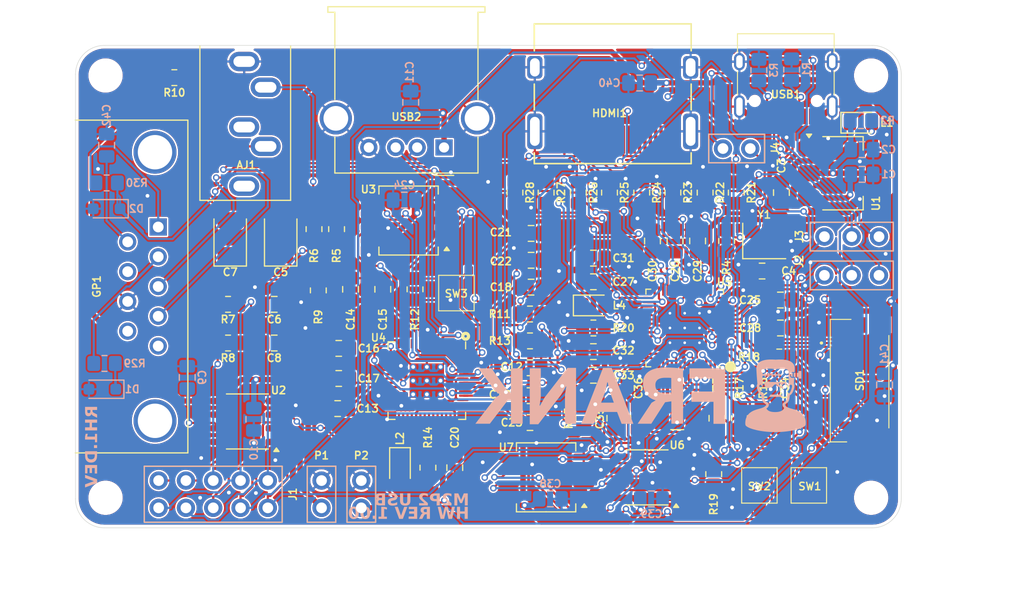
<source format=kicad_pcb>
(kicad_pcb (version 20240108) (generator "pcbnew") (generator_version "8.0")
  (title_block (title "FRANK M2U") (date "2025-02-06") (rev "1.00") (company "Mikhail Matveev") (comment 1 "https://github.com/xtremespb/frank"))
  (layers (0 "F.Cu" signal) (31 "B.Cu" signal) (34 "B.Paste" user) (35 "F.Paste" user) (36 "B.SilkS" user "B.Silkscreen") (37 "F.SilkS" user "F.Silkscreen") (38 "B.Mask" user) (39 "F.Mask" user) (44 "Edge.Cuts" user))
  (net 0 "")
  (net 1 "/Audio Out/L")
  (net 2 "GND")
  (net 3 "/Audio Out/L*")
  (net 4 "/Audio Out/R*")
  (net 5 "/Audio Out/R")
  (net 6 "VBUS")
  (net 7 "+3V3")
  (net 8 "Net-(C3-Pad1)")
  (net 9 "/XIN")
  (net 10 "Net-(C5-Pad1)")
  (net 11 "Net-(C7-Pad1)")
  (net 12 "Net-(U2-FLT)")
  (net 13 "Net-(C25-Pad1)")
  (net 14 "/RP2350A/VREG_AVDD")
  (net 15 "/Gamepad/+5V")
  (net 16 "/GPIO26")
  (net 17 "/GPIO27")
  (net 18 "/RP2040/QSPI_SD1")
  (net 19 "/RP2040/QSPI_SD3")
  (net 20 "/RP2040/QSPI_SCLK")
  (net 21 "/RP2040/QSPI_SS")
  (net 22 "/RP2040/QSPI_SD2")
  (net 23 "/RP2040/QSPI_SD0")
  (net 24 "/Gamepad/J1_DATA")
  (net 26 "/Gamepad/J2_DATA")
  (net 27 "/GPIO21")
  (net 28 "/GPIO20")
  (net 31 "Net-(HDMI1-D2N)")
  (net 32 "Net-(HDMI1-D2P)")
  (net 34 "Net-(HDMI1-D1P)")
  (net 36 "Net-(HDMI1-D0N)")
  (net 37 "Net-(HDMI1-D1N)")
  (net 39 "Net-(HDMI1-CLKN)")
  (net 41 "Net-(HDMI1-D0P)")
  (net 42 "Net-(HDMI1-CLKP)")
  (net 44 "/A_OUTR")
  (net 45 "/A_OUTB")
  (net 46 "/A_OUTL")
  (net 47 "/GPIO11")
  (net 48 "/GPIO10")
  (net 49 "/GPIO9")
  (net 50 "/A_TDAR")
  (net 51 "/A_TDAL")
  (net 52 "/RP2_DP")
  (net 53 "/RP1_DP")
  (net 54 "/P_DP")
  (net 55 "/RP2_DM")
  (net 56 "/RP1_DM")
  (net 57 "/P_DM")
  (net 58 "/GPIO1")
  (net 59 "/GPIO0")
  (net 60 "Net-(L1-A)")
  (net 61 "Net-(L2-A)")
  (net 62 "/RP2350A/VREG_LX")
  (net 63 "Net-(L4-A)")
  (net 64 "Net-(USB1-CC1)")
  (net 65 "Net-(USB1-CC2)")
  (net 66 "/XOUT")
  (net 67 "/RP2040/~{USB_BOOT}")
  (net 68 "/RP2040/GPIO25")
  (net 69 "/RP2350A/~{USB_BOOT}")
  (net 70 "/RP2350A/QSPI_SS")
  (net 71 "/RP2350A/FLASH_SS")
  (net 72 "GPIO25")
  (net 73 "/GPIO12")
  (net 74 "/GPIO13")
  (net 75 "/GPIO14")
  (net 76 "/GPIO15")
  (net 77 "/GPIO16")
  (net 78 "/GPIO17")
  (net 79 "/GPIO18")
  (net 80 "/GPIO19")
  (net 81 "/RP2040/GPIO0")
  (net 82 "/RP2040/GPIO8")
  (net 83 "/RP2040/GPIO10")
  (net 84 "/RP2040/GPIO15")
  (net 85 "/RP2040/GPIO28")
  (net 86 "/RP2040/GPIO27")
  (net 87 "/RP2040/SWD")
  (net 88 "/RP2040/GPIO29")
  (net 89 "/RP2040/GPIO6")
  (net 90 "/RP2040/GPIO22")
  (net 91 "/RP2040/GPIO16")
  (net 92 "/US_D1M")
  (net 93 "/RP2040/GPIO23")
  (net 94 "/GPIO3")
  (net 95 "/RP2040/GPIO26")
  (net 96 "/RP2040/GPIO7")
  (net 97 "/RP2040/GPIO14")
  (net 98 "/GPIO2")
  (net 99 "/RP2040/GPIO21")
  (net 100 "/RP2040/GPIO19")
  (net 101 "/RP2040/GPIO9")
  (net 102 "/RP2040/GPIO17")
  (net 103 "/US_D1P")
  (net 104 "/RP2040/GPIO18")
  (net 105 "/RP2040/SWCLK")
  (net 106 "/RP2040/GPIO24")
  (net 107 "/RP2040/GPIO20")
  (net 108 "/RP2040/GPIO1")
  (net 109 "/RP2040/GPIO4")
  (net 110 "/RP2040/GPIO13")
  (net 111 "/RP2040/XOUT")
  (net 112 "/RP2040/GPIO5")
  (net 113 "/SD Card/DAT1")
  (net 114 "/SD Card/DET")
  (net 115 "/GPIO5")
  (net 116 "/GPIO4")
  (net 117 "/GPIO6")
  (net 118 "/SD Card/POL")
  (net 119 "/SD Card/DAT2")
  (net 120 "/GPIO7")
  (net 121 "/RUN")
  (net 122 "/RP2350A/GPIO29")
  (net 123 "/RP2350A/GPIO28")
  (net 124 "/GPIO8")
  (net 125 "/RP2350A/QSPI_SD1")
  (net 126 "/RP2350A/QSPI_SD0")
  (net 127 "/RP2350A/SWD")
  (net 128 "/RP2350A/GPIO23")
  (net 129 "/RP2350A/SWCLK")
  (net 130 "/RP2350A/QSPI_SD3")
  (net 131 "/RP2350A/GPIO26")
  (net 132 "/RP2350A/QSPI_SD2")
  (net 133 "/RP2350A/GPIO22")
  (net 134 "/RP2350A/GPIO24")
  (net 135 "/RP2350A/QSPI_SCLK")
  (net 138 "Net-(U4-USB_DP)")
  (net 139 "Net-(U4-USB_DM)")
  (net 140 "Net-(U4-VREG_VOUT)")
  (net 141 "Net-(U5-VREG_FB)")
  (net 142 "Net-(U5-USB_DP)")
  (net 143 "Net-(U5-USB_DM)")
  (net 144 "/RP2040/RUN")
  (footprint "FRANK:Mounting Hole (2.7mm)" (layer "F.Cu") (at 143.8 67)
    (property "Reference" "H1" (hide yes))
    (property "Value" "MountingHole" (hide yes))
  )
  (footprint "FRANK:Jack (3.5mm)" (layer "F.Cu") (at 156.7 65.7)
    (property "Reference" "AJ1")
    (property "Value" "SJ1-353XNG" (hide yes))
  )
  (footprint "FRANK:Capacitor (0805)" (layer "F.Cu") (at 204.9 85.2)
    (property "Reference" "C4")
    (property "Value" "15p" (hide yes))
  )
  (footprint "FRANK:Mounting Hole (2.7mm)" (layer "F.Cu") (at 215.05 106.3)
    (property "Reference" "H4" (hide yes))
    (property "Value" "MountingHole" (hide yes))
  )
  (footprint "FRANK:Resistor (0805)" (layer "F.Cu") (at 201.6 82.4 90)
    (property "Reference" "R4")
    (property "Value" "1K" (hide yes))
  )
  (footprint "FRANK:Capacitor (3528, tantalum, polar)" (layer "F.Cu") (at 155.4 82.1 90)
    (property "Reference" "C7")
    (property "Value" "10u" (hide yes))
  )
  (footprint "FRANK:Pin Header (1x03)" (layer "F.Cu") (at 210.7 82 90)
    (property "Reference" "J3")
    (property "Value" "USB DM Jumper" (hide yes))
  )
  (footprint "FRANK:Capacitor (0805)" (layer "F.Cu") (at 183.3 94.2)
    (property "Reference" "C12")
    (property "Value" "100n" (hide yes))
  )
  (footprint "FRANK:USB Type C" (layer "F.Cu") (at 207.11 63.115 180)
    (property "Reference" "USB1")
    (property "Value" "USB4215-03-A" (hide yes))
  )
  (footprint "FRANK:SOT-223" (layer "F.Cu") (at 212.4 76.1)
    (property "Reference" "U1")
    (property "Value" "NCP1117 3.3" (hide yes))
  )
  (footprint "FRANK:Pin Header (1x03)" (layer "F.Cu") (at 210.7 85.6 90)
    (property "Reference" "J2")
    (property "Value" "USB DP Jumper" (hide yes))
  )
  (footprint "FRANK:SOIC-8" (layer "F.Cu") (at 184.8 104.4 180)
    (property "Reference" "U7")
    (property "Value" "W25Q128JVSQ" (hide yes))
  )
  (footprint "FRANK:Capacitor (0805)" (layer "F.Cu") (at 166.6 86.9 90)
    (property "Reference" "C14")
    (property "Value" "100n" (hide yes))
  )
  (footprint "FRANK:Resistor (0805)" (layer "F.Cu") (at 172.6 86.9 90)
    (property "Reference" "R12")
    (property "Value" "1K" (hide yes))
  )
  (footprint "FRANK:Capacitor (3528, tantalum, polar)" (layer "F.Cu") (at 160.1 82.1 90)
    (property "Reference" "C5")
    (property "Value" "10u" (hide yes))
  )
  (footprint "FRANK:SOIC-8" (layer "F.Cu") (at 172 80.5 180)
    (property "Reference" "U3")
    (property "Value" "W25Q128JVSIQ" (hide yes))
  )
  (footprint "FRANK:Capacitor (0805)" (layer "F.Cu") (at 189.2 94.9 180)
    (property "Reference" "C33")
    (property "Value" "100n" (hide yes))
  )
  (footprint "FRANK:D-SUB (9 pin, male, top mount)" (layer "F.Cu") (at 148.7 81.1 -90)
    (property "Reference" "GP1")
    (property "Value" "Gamepad" (hide yes))
  )
  (footprint "FRANK:QFN 60 (RP2350A)" (layer "F.Cu") (at 197.7 90.5 180)
    (property "Reference" "U5")
    (property "Value" "RP2350A" (hide yes))
  )
  (footprint "FRANK:LED (0805)" (layer "F.Cu") (at 189.2 88.4)
    (property "Reference" "L4")
    (property "Value" "Blue" (hide yes))
  )
  (footprint "FRANK:Capacitor (0805)" (layer "F.Cu") (at 169.6 86.9 90)
    (property "Reference" "C15")
    (property "Value" "100n" (hide yes))
  )
  (footprint "FRANK:Resistor (0805)" (layer "F.Cu") (at 190.7 77.9 -90)
    (property "Reference" "R25")
    (property "Value" "270R" (hide yes))
  )
  (footprint "FRANK:Capacitor (0805)" (layer "F.Cu") (at 159.5 88.3)
    (property "Reference" "C6")
    (property "Value" "10n" (hide yes))
  )
  (footprint "FRANK:Resistor (0805)" (layer "F.Cu") (at 155.2 88.3 180)
    (property "Reference" "R7")
    (property "Value" "2K" (hide yes))
  )
  (footprint "FRANK:Capacitor (0805)" (layer "F.Cu") (at 183.4 86.7)
    (property "Reference" "C18")
    (property "Value" "100n" (hide yes))
  )
  (footprint "FRANK:Capacitor (0805)" (layer "F.Cu") (at 189.2 86.2 180)
    (property "Reference" "C27")
    (property "Value" "100n" (hide yes))
  )
  (footprint "FRANK:Capacitor (0805)" (layer "F.Cu") (at 206.6 90.5)
    (property "Reference" "C28")
    (property "Value" "100n" (hide yes))
  )
  (footprint "FRANK:Resistor (0805)" (layer "F.Cu") (at 173.8 103.5 90)
    (property "Reference" "R14")
    (property "Value" "1K" (hide yes))
  )
  (footprint "FRANK:USB Type A (single)" (layer "F.Cu") (at 175.3 73.7 180)
    (property "Reference" "USB2")
    (property "Value" "676430910" (hide yes))
  )
  (footprint "FRANK:SO-8" (layer "F.Cu") (at 194.2 104.405 180)
    (property "Reference" "U6")
    (property "Value" "ESP-PSRAM32" (hide yes))
  )
  (footprint "FRANK:Resistor (0805)" (layer "F.Cu") (at 184.8 77.9 -90)
    (property "Reference" "R27")
    (property "Value" "270R" (hide yes))
  )
  (footprint "FRANK:Resistor (0805)" (layer "F.Cu") (at 204.9 98.9 90)
    (property "Reference" "R16")
    (property "Value" "27R" (hide yes))
  )
  (footprint "FRANK:Resistor (0805)" (layer "F.Cu") (at 199.6 77.9 -90)
    (property "Reference" "R22")
    (property "Value" "270R" (hide yes))
  )
  (footprint "FRANK:Resistor (0805)" (layer "F.Cu") (at 163.6 87 -90)
    (property "Reference" "R9")
    (property "Value" "1K" (hide yes))
  )
  (footprint "FRANK:Capacitor (0805)" (layer "F.Cu") (at 207 98.9 -90)
    (property "Reference" "C34")
    (property "Value" "100n" (hide yes))
  )
  (footprint "FRANK:HDMI (female)" (layer "F.Cu") (at 191 72.2 180)
    (property "Reference" "HDMI1")
    (property "Value" "HDMI Female" (hide yes))
  )
  (footprint "FRANK:QFN 56" (layer "F.Cu") (at 173.7 95.4 -90)
    (property "Reference" "U4")
    (property "Value" "RP2040" (hide yes))
  )
  (footprint "FRANK:Capacitor (0805)" (layer "F.Cu") (at 206.6 87.9)
    (property "Reference" "C25")
    (property "Value" "100n" (hide yes))
  )
  (footprint "FRANK:Capacitor (0805)" (layer "F.Cu") (at 183.3 99.3)
    (property "Reference" "C23")
    (property "Value" "1u" (hide yes))
  )
  (footprint "FRANK:Resistor (0805)" (layer "F.Cu") (at 181.9 77.9 -90)
    (property "Reference" "R28")
    (property "Value" "270R" (hide yes))
  )
  (footprint "FRANK:MicroSD (SMD, short)" (layer "F.Cu") (at 214 95.4 90)
    (property "Reference" "SD1")
    (property "Value" "47571-0001" (hide yes))
  )
  (footprint "FRANK:Resistor (0805)" (layer "F.Cu") (at 187.8 77.9 -90)
    (property "Reference" "R26")
    (property "Value" "270R" (hide yes))
  )
  (footprint "FRANK:Resistor (0805)" (layer "F.Cu") (at 163.2 81.3 -90)
    (property "Reference" "R6")
    (property "Value" "330R" (hide yes))
  )
  (footprint "FRANK:SO-8" (layer "F.Cu") (at 157 99.2 180)
    (property "Reference" "U2")
    (property "Value" "TDA1387T" (hide yes))
  )
  (footprint "FRANK:Resistor (0805)" (layer "F.Cu") (at 165.3 81.3 -90)
    (property "Reference" "R5")
    (property "Value" "1K" (hide yes))
  )
  (footprint "FRANK:Capacitor (0805)" (layer "F.Cu") (at 189.2 84 180)
    (property "Reference" "C31")
    (property "Value" "100n" (hide yes))
  )
  (footprint "FRANK:Resistor (0805)" (layer "F.Cu") (at 183.3 91.7)
    (property "Reference" "R13")
    (property "Value" "27R" (hide yes))
  )
  (footprint "FRANK:Resistor (0805)" (layer "F.Cu") (at 193.7 77.9 -90)
    (property "Reference" "R24")
    (property "Value" "270R" (hide yes))
  )
  (footprint "FRANK:Resistor (0805)" (layer "F.Cu") (at 196.6 77.9 -90)
    (property "Reference" "R23")
    (property "Value" "270R" (hide yes))
  )
  (footprint "FRANK:Pin Header (1x02)" (layer "F.Cu") (at 163.9 104.7)
    (property "Reference" "P1")
    (property "Value" "Power (+5V)" (hide yes))
  )
  (footprint "FRANK:Capacitor (0805)" (layer "F.Cu") (at 159.5 91.9)
    (property "Reference" "C8")
    (property "Value" "10n" (hide yes))
  )
  (footprint "FRANK:Resistor (0805)" (layer "F.Cu") (at 189.2 90.5 180)
    (property "Reference" "R20")
    (property "Value" "1K" (hide yes))
  )
  (footprint "FRANK:Resistor (0805)" (layer "F.Cu") (at 183.3 89.2)
    (property "Reference" "R11")
    (property "Value" "27R" (hide yes))
  )
  (footprint "FRANK:Capacitor (0805)" (layer "F.Cu") (at 165.5 92.4 180)
    (property "Reference" "C16")
    (property "Value" "100n" (hide yes))
  )
  (footprint "FRANK:Crystal (3225)" (layer "F.Cu") (at 205.1 82.4)
    (property "Reference" "Y1")
    (property "Value" "12 MHz" (hide yes))
  )
  (footprint "FRANK:Capacitor (0805)" (layer "F.Cu") (at 198.9 82.4 90)
    (property "Reference" "C29")
    (property "Value" "100n" (hide yes))
  )
  (footprint "FRANK:Capacitor (0805)" (layer "F.Cu") (at 176.3 103.5 -90)
    (property "Reference" "C20")
    (property "Value" "100n" (hide yes))
  )
  (footprint "FRANK:Resistor (0805)" (layer "F.Cu") (at 150.2 67.2 180)
    (property "Reference" "R10")
    (property "Value" "330R" (hide yes))
  )
  (footprint "FRANK:Capacitor (0805)" (layer "F.Cu") (at 183.4 81.7)
    (property "Reference" "C21")
    (property "Value" "100n" (hide yes))
  )
  (footprint "FRANK:Button (SMD, 3x3mm, 1-1)" (layer "F.Cu") (at 174.8 88.9 90)
    (property "Reference" "SW3")
    (property "Value" "Boot" (hide yes))
  )
  (footprint "FRANK:Button (SMD, 3x3mm, 1-1)" (layer "F.Cu") (at 207.6 106.8 90)
    (property "Reference" "SW1")
    (property "Value" "Reset" (hide yes))
  )
  (footprint "FRANK:Resistor (0805)" (layer "F.Cu") (at 200.4 104.1 -90)
    (property "Reference" "R19")
    (property "Value" "0R" (hide yes))
  )
  (footprint "FRANK:LED (0805)" (layer "F.Cu") (at 214.1 71.4)
    (property "Reference" "L1")
    (property "Value" "Green" (hide yes))
  )
  (footprint "FRANK:Mounting Hole (2.7mm)" (layer "F.Cu") (at 143.8 106.3)
    (property "Reference" "H3" (hide yes))
    (property "Value" "MountingHole" (hide yes))
  )
  (footprint "FRANK:Mounting Hole (2.7mm)" (layer "F.Cu") (at 215.05 67)
    (property "Reference" "H2" (hide yes))
    (property "Value" "MountingHole" (hide yes))
  )
  (footprint "FRANK:Capacitor (0805)" (layer "F.Cu") (at 193.4 98.9 -90)
    (property "Reference" "C36")
    (property "Value" "4.7u" (hide yes))
  )
  (footprint "FRANK:Pin Header (1x02)" (layer "F.Cu") (at 167.6 104.7)
    (property "Reference" "P2")
    (property "Value" "Power (+3.3V)" (hide yes))
  )
  (footprint "FRANK:Capacitor (0805)" (layer "F.Cu") (at 191.2 98.9 -90)
    (property "Reference" "C35")
    (property "Value" "4.7u" (hide yes))
  )
  (footprint "FRANK:Resistor (0805)" (layer "F.Cu") (at 206.5 93.2)
    (property "Reference" "R18")
    (property "Value" "1K" (hide yes))
  )
  (footprint "FRANK:Capacitor (0805)" (layer "F.Cu") (at 189.2 92.7 180)
    (property "Reference" "C32")
    (property "Value" "100n" (hide yes))
  )
  (footprint "FRANK:Capacitor (0805)" (layer "F.Cu") (at 183.3 96.8)
    (property "Reference" "C19")
    (property "Value" "100n" (hide yes))
  )
  (footprint "FRANK:Capacitor (0805)" (layer "F.Cu") (at 200.7 98.9 -90)
    (property "Reference" "C37")
    (property "Value" "4.7u" (hide yes))
  )
  (footprint "FRANK:Button (SMD, 3x3mm, 1-1)" (layer "F.Cu") (at 203 106.8 90)
    (property "Reference" "SW2")
    (property "Value" "Boot" (hide yes))
  )
  (footprint "FRANK:Capacitor (0805)" (layer "F.Cu") (at 196.8 82.4 90)
    (property "Reference" "C26")
    (property "Value" "4.7u" (hide yes))
  )
  (footprint "FRANK:Capacitor (0805)" (layer "F.Cu") (at 206.7 77.9 90)
    (property "Reference" "C3")
    (property "Value" "15p" (hide yes))
  )
  (footprint "FRANK:Capacitor (0805)" (layer "F.Cu") (at 194.7 82.4 90)
    (property "Reference" "C30")
    (property "Value" "100n" (hide yes))
  )
  (footprint "FRANK:LED (0805)" (layer "F.Cu") (at 171.2 103.5 -90)
    (property "Reference" "L2")
    (property "Value" "BLUE" (hide yes))
  )
  (footprint "FRANK:Inductor (3225)" (layer "F.Cu") (at 197 98.6 180)
    (property "Reference" "L3")
    (property "Value" "3.3uH" (hide yes))
  )
  (footprint "FRANK:Resistor (0805)" (layer "F.Cu") (at 155.2 91.9 180)
    (property "Reference" "R8")
    (property "Value" "2K" (hide yes))
  )
  (footprint "FRANK:Pin Header (2x05)" (layer "F.Cu") (at 158.9 104.7 -90)
    (property "Reference" "J1")
    (property "Value" "Pin Header 2x05" (hide yes))
  )
  (footprint "FRANK:Resistor (0805)" (layer "F.Cu") (at 188.3 98.9 90)
    (property "Reference" "R15")
    (property "Value" "33R" (hide yes))
  )
  (footprint "FRANK:Pin Header (1x02)" (layer "F.Cu") (at 203.8 73.8 -90)
    (property "Reference" "J4")
    (property "Value" "UART" (hide yes))
  )
  (footprint "FRANK:Resistor (0805)" (layer "F.Cu") (at 202.8 98.9 90)
    (property "Reference" "R17")
    (property "Value" "27R" (hide yes))
  )
  (footprint "FRANK:Capacitor (0805)" (layer "F.Cu") (at 165.5 95.2 180)
    (property "Reference" "C17")
    (property "Value" "100n" (hide yes))
  )
  (footprint "FRANK:Resistor (0805)" (layer "F.Cu") (at 202.5 77.9 -90)
    (property "Reference" "R21")
    (property "Value" "270R" (hide yes))
  )
  (footprint "FRANK:Capacitor (0805)" (layer "F.Cu") (at 183.4 84.2)
    (property "Reference" "C22")
    (property "Value" "1u" (hide yes))
  )
  (footprint "FRANK:Capacitor (0805)" (layer "F.Cu") (at 165.4 98 180)
    (property "Reference" "C13")
    (property "Value" "100n" (hide yes))
  )
  (footprint "FRANK:Capacitor (0805)" (layer "B.Cu") (at 171.6 78.6 180)
    (property "Reference" "C24")
    (property "Value" "100n" (hide yes))
  )
  (footprint "FRANK:Capacitor (0805)" (layer "B.Cu") (at 185.2 106.4)
    (property "Reference" "C38")
    (property "Value" "100n" (hide yes))
  )
  (footprint "FRANK:Resistor (0805)" (layer "B.Cu") (at 143.7 93.8 180)
    (property "Reference" "R29")
    (property "Value" "1K" (hide yes))
  )
  (footprint "FRANK:Diode (SOD-323)" (layer "B.Cu") (at 143.9 79.4 180)
    (property "Reference" "D2")
    (property "Value" "3V3" (hide yes))
  )
  (footprint "FRANK:Resistor (0805)" (layer "B.Cu") (at 204.6 66.5 -90)
    (property "Reference" "R3")
    (property "Value" "5.1K" (hide yes))
  )
  (footprint "FRANK:Capacitor (0805)" (layer "B.Cu") (at 214.2 76.2)
    (property "Reference" "C1")
    (property "Value" "10u" (hide yes))
  )
  (footprint "FRANK:Capacitor (0805)" (layer "B.Cu") (at 193.5 67.7 180)
    (property "Reference" "C40")
    (property "Value" "100n" (hide yes))
  )
  (footprint "FRANK:Capacitor (0805)" (layer "B.Cu") (at 216.3 95.8 90)
    (property "Reference" "C41")
    (property "Value" "100n" (hide yes))
  )
  (footprint "FRANK:Capacitor (0805)" (layer "B.Cu") (at 143.9 73.5 90)
    (property "Reference" "C42")
    (property "Value" "100n" (hide yes))
  )
  (footprint "FRANK:Capacitor (0805)" (layer "B.Cu") (at 157.6 99 90)
    (property "Reference" "C10")
    (property "Value" "47u" (hide yes))
  )
  (footprint "FRANK:Diode (SOD-323)" (layer "B.Cu") (at 143.5 96.2 180)
    (property "Reference" "D1")
    (property "Value" "3V3" (hide yes))
  )
  (footprint "FRANK:Resistor (0805)" (layer "B.Cu") (at 214.1 71.2 180)
    (property "Reference" "R2")
    (property "Value" "1K" (hide yes))
  )
  (footprint "FRANK:Capacitor (0805)" (layer "B.Cu") (at 151.4 95.1 90)
    (property "Reference" "C9")
    (property "Value" "1u" (hide yes))
  )
  (footprint "FRANK:Resistor (0805)" (layer "B.Cu") (at 207.65 66.45 -90)
    (property "Reference" "R1")
    (property "Value" "5.1K" (hide yes))
  )
  (footprint "FRANK:Capacitor (0805)" (layer "B.Cu") (at 172.2 69.5 -90)
    (property "Reference" "C11")
    (property "Value" "10u" (hide yes))
  )
  (footprint "FRANK:Resistor (0805)" (layer "B.Cu") (at 143.9 77 180)
    (property "Reference" "R30")
    (property "Value" "1K" (hide yes))
  )
  (footprint "FRANK:Capacitor (0805)" (layer "B.Cu") (at 214.2 73.9)
    (property "Reference" "C2")
    (property "Value" "10u" (hide yes))
  )
  (footprint "FRANK:Capacitor (0805)" (layer "B.Cu") (at 194.6 106.405)
    (property "Reference" "C39")
    (property "Value" "100n" (hide yes))
  )
  (gr_poly (pts (xy 207.844437 95.053938) (xy 208.026999 95.053938) (xy 208.026999 94.672938) (xy 207.844437 94.672938)) (stroke (width -0.000001)) (fill solid) (layer "B.SilkS"))
  (gr_poly (pts (xy 205.542562 96.911312) (xy 206.764937 96.911312) (xy 206.622062 96.697) (xy 205.685437 96.697)) (stroke (width -0.000001)) (fill solid) (layer "B.SilkS"))
  (gr_poly (pts (xy 181.52369 96.522375) (xy 181.261751 96.41125) (xy 179.713938 94.25225) (xy 178.467749 94.25225) (xy 180.102874 96.41125) (xy 180.531499 96.689062) (xy 180.086999 96.98275) (xy 178.213748 99.411625) (xy 179.563123 99.411625) (xy 181.237938 97.228812) (xy 181.52369 97.228812) (xy 181.52369 99.411625) (xy 182.619064 99.411625) (xy 182.619064 94.25225) (xy 181.52369 94.25225)) (stroke (width -0.000001)) (fill solid) (layer "B.SilkS"))
  (gr_poly (pts (xy 188.064186 99.419563) (xy 189.223062 99.419563) (xy 189.667562 98.31625) (xy 191.405874 98.31625) (xy 191.826561 99.419563) (xy 192.921937 99.419563) (xy 192.156742 97.451062) (xy 191.10425 97.451062) (xy 189.921564 97.451062) (xy 190.318438 96.371562) (xy 190.493064 95.554) (xy 190.532749 95.554) (xy 190.707375 96.3795) (xy 191.10425 97.451062) (xy 192.156742 97.451062) (xy 190.897874 94.212563) (xy 190.096187 94.212563)) (stroke (width -0.000001)) (fill solid) (layer "B.SilkS"))
  (gr_poly (pts (xy 184.658998 96.966875) (xy 184.238314 97.720937) (xy 184.190688 97.720937) (xy 184.30975 96.958938) (xy 184.30975 94.25225) (xy 183.277875 94.25225) (xy 183.277875 99.45925) (xy 184.071626 99.45925) (xy 186.190939 96.720813) (xy 186.635439 95.942938) (xy 186.675127 95.942938) (xy 186.556063 96.72875) (xy 186.556063 99.419563) (xy 187.587937 99.419563) (xy 187.587937 94.212562) (xy 186.794189 94.212562)) (stroke (width -0.000001)) (fill solid) (layer "B.SilkS"))
  (gr_poly (pts (xy 208.273061 94.672938) (xy 208.122249 94.672938) (xy 208.122249 95.053938) (xy 208.273061 95.053938) (xy 208.273061 95.212688) (xy 208.558811 95.212688) (xy 208.558811 94.498313) (xy 208.273061 94.498313)) (stroke (width -0.000001)) (fill solid) (layer "B.SilkS"))
  (gr_poly (pts (xy 207.694912 94.673191) (xy 207.688363 94.673943) (xy 207.681921 94.675181) (xy 207.675594 94.676891) (xy 207.669389 94.67906) (xy 207.663314 94.681675) (xy 207.657375 94.684724) (xy 207.65158 94.688192) (xy 207.645936 94.692068) (xy 207.640451 94.696337) (xy 207.635131 94.700987) (xy 207.629985 94.706005) (xy 207.620239 94.717092) (xy 207.611273 94.729492) (xy 207.603143 94.743102) (xy 207.595909 94.757816) (xy 207.589629 94.77353) (xy 207.58436 94.79014) (xy 207.58016 94.80754) (xy 207.577089 94.825626) (xy 207.575203 94.844293) (xy 207.574562 94.863438) (xy 207.574723 94.873063) (xy 207.575203 94.882582) (xy 207.575994 94.891982) (xy 207.577089 94.901249) (xy 207.57848 94.910371) (xy 207.58016 94.919335) (xy 207.582122 94.928128) (xy 207.58436 94.936735) (xy 207.586864 94.945146) (xy 207.589629 94.953345) (xy 207.592646 94.96132) (xy 207.595909 94.969059) (xy 207.599411 94.976548) (xy 207.603143 94.983773) (xy 207.6071 94.990723) (xy 207.611273 94.997383) (xy 207.615655 95.003741) (xy 207.620239 95.009783) (xy 207.625018 95.015497) (xy 207.629985 95.02087) (xy 207.635131 95.025888) (xy 207.640451 95.030538) (xy 207.645936 95.034807) (xy 207.65158 95.038683) (xy 207.657375 95.042151) (xy 207.663314 95.0452) (xy 207.669389 95.047815) (xy 207.675594 95.049984) (xy 207.681921 95.051694) (xy 207.688363 95.052932) (xy 207.694912 95.053684) (xy 207.701562 95.053938) (xy 207.749187 95.053938) (xy 207.749187 94.672938) (xy 207.701562 94.672938)) (stroke (width -0.000001)) (fill solid) (layer "B.SilkS"))
  (gr_poly (pts (xy 205.243961 95.523754) (xy 205.22476 95.528143) (xy 205.207151 95.535232) (xy 205.191141 95.544838) (xy 205.176736 95.556774) (xy 205.163942 95.570857) (xy 205.152763 95.586903) (xy 205.143206 95.604726) (xy 205.135278 95.624141) (xy 205.128982 95.644965) (xy 205.124327 95.667013) (xy 205.121316 95.6901) (xy 205.119957 95.714042) (xy 205.120254 95.738653) (xy 205.122214 95.76375) (xy 205.125843 95.789148) (xy 205.131146 95.814663) (xy 205.138129 95.840108) (xy 205.146798 95.865301) (xy 205.157159 95.890057) (xy 205.169217 95.91419) (xy 205.182979 95.937517) (xy 205.19845 95.959853) (xy 205.215636 95.981013) (xy 205.234543 96.000812) (xy 205.255176 96.019066) (xy 205.277542 96.035591) (xy 205.301646 96.050202) (xy 205.327495 96.062714) (xy 205.355093 96.072943) (xy 205.384447 96.080704) (xy 205.415562 96.085812) (xy 205.46305 96.09051) (xy 205.507393 96.092792) (xy 205.548749 96.092802) (xy 205.587272 96.09068) (xy 205.623122 96.086571) (xy 205.656454 96.080615) (xy 205.687426 96.072956) (xy 205.716195 96.063736) (xy 205.742917 96.053098) (xy 205.76775 96.041183) (xy 205.79085 96.028135) (xy 205.812375 96.014096) (xy 205.832481 95.999208) (xy 205.851326 95.983613) (xy 205.869066 95.967455) (xy 205.885859 95.950875) (xy 205.917229 95.91702) (xy 205.946692 95.883189) (xy 205.975504 95.850521) (xy 206.004921 95.820154) (xy 206.020249 95.806191) (xy 206.036198 95.79323) (xy 206.052927 95.781414) (xy 206.070592 95.770886) (xy 206.089349 95.761788) (xy 206.109357 95.754263) (xy 206.130771 95.748453) (xy 206.153749 95.7445) (xy 206.176683 95.748408) (xy 206.197968 95.754088) (xy 206.21777 95.761409) (xy 206.236256 95.770235) (xy 206.253591 95.780433) (xy 206.26994 95.791869) (xy 206.285469 95.80441) (xy 206.300345 95.817922) (xy 206.328797 95.847323) (xy 206.356621 95.879003) (xy 206.385142 95.911893) (xy 206.415687 95.944922) (xy 206.44958 95.97702) (xy 206.468197 95.992387) (xy 206.488147 96.007119) (xy 206.509598 96.021085) (xy 206.532714 96.034149) (xy 206.557662 96.046178) (xy 206.584607 96.057039) (xy 206.613714 96.066597) (xy 206.645149 96.07472) (xy 206.679079 96.081273) (xy 206.715668 96.086122) (xy 206.755083 96.089135) (xy 206.797489 96.090176) (xy 206.843052 96.089113) (xy 206.891937 96.085812) (xy 206.923052 96.081402) (xy 206.952406 96.074251) (xy 206.980004 96.064548) (xy 207.005852 96.052481) (xy 207.029956 96.03824) (xy 207.052322 96.022014) (xy 207.072956 96.003991) (xy 207.091863 95.984361) (xy 207.109049 95.963313) (xy 207.12452 95.941034) (xy 207.138281 95.917716) (xy 207.15034 95.893545) (xy 207.1607 95.868712) (xy 207.16937 95.843405) (xy 207.176353 95.817813) (xy 207.181656 95.792125) (xy 207.185284 95.76653) (xy 207.187244 95.741217) (xy 207.187542 95.716375) (xy 207.186182 95.692193) (xy 207.183172 95.66886) (xy 207.182392 95.665125) (xy 207.042749 95.665125) (xy 207.04154 95.675698) (xy 207.039505 95.687833) (xy 207.036052 95.703572) (xy 207.030831 95.722195) (xy 207.023494 95.742981) (xy 207.013693 95.765208) (xy 207.007759 95.776637) (xy 207.001077 95.788156) (xy 206.993605 95.799676) (xy 206.985299 95.811105) (xy 206.976115 95.822353) (xy 206.96601 95.833332) (xy 206.954939 95.84395) (xy 206.94286 95.854118) (xy 206.929728 95.863744) (xy 206.915501 95.87274) (xy 206.900134 95.881016) (xy 206.883585 95.88848) (xy 206.865808 95.895043) (xy 206.846761 95.900615) (xy 206.8264 95.905105) (xy 206.804682 95.908424) (xy 206.781563 95.910482) (xy 206.756999 95.911188) (xy 206.731691 95.910482) (xy 206.70783 95.908424) (xy 206.685372 95.905105) (xy 206.664276 95.900615) (xy 206.6445 95.895043) (xy 206.626001 95.88848) (xy 206.608738 95.881016) (xy 206.592668 95.87274) (xy 206.577749 95.863744) (xy 206.563939 95.854117) (xy 206.551196 95.84395) (xy 206.539478 95.833332) (xy 206.528742 95.822353) (xy 206.518946 95.811105) (xy 206.510048 95.799675) (xy 206.502007 95.788156) (xy 206.494779 95.776637) (xy 206.488324 95.765208) (xy 206.482598 95.753959) (xy 206.477559 95.742981) (xy 206.469375 95.722195) (xy 206.463436 95.703572) (xy 206.459403 95.687833) (xy 206.45694 95.675698) (xy 206.455374 95.665125) (xy 206.653812 95.665125) (xy 206.650851 95.671078) (xy 206.647982 95.677031) (xy 206.6453 95.682984) (xy 206.644058 95.685961) (xy 206.642897 95.688938) (xy 206.64183 95.691914) (xy 206.640867 95.694891) (xy 206.64002 95.697867) (xy 206.639301 95.700844) (xy 206.638721 95.70382) (xy 206.638293 95.706797) (xy 206.638028 95.709773) (xy 206.637937 95.71275) (xy 206.638075 95.717935) (xy 206.638485 95.723065) (xy 206.63916 95.728135) (xy 206.640091 95.733136) (xy 206.641273 95.738062) (xy 206.642698 95.742905) (xy 206.644358 95.747658) (xy 206.646246 95.752313) (xy 206.648355 95.756864) (xy 206.650678 95.761303) (xy 206.653207 95.765623) (xy 206.655935 95.769816) (xy 206.658856 95.773876) (xy 206.66196 95.777794) (xy 206.665242 95.781565) (xy 206.668694 95.78518) (xy 206.672309 95.788632) (xy 206.67608 95.791914) (xy 206.679998 95.795018) (xy 206.684058 95.797939) (xy 206.688251 95.800667) (xy 206.692571 95.803196) (xy 206.69701 95.805519) (xy 206.701561 95.807628) (xy 206.706216 95.809516) (xy 206.710969 95.811176) (xy 206.715812 95.812601) (xy 206.720738 95.813782) (xy 206.725739 95.814714) (xy 206.730809 95.815389) (xy 206.73594 95.815799) (xy 206.741124 95.815937) (xy 206.746309 95.815799) (xy 206.751439 95.815389) (xy 206.756509 95.814714) (xy 206.761511 95.813782) (xy 206.766436 95.812601) (xy 206.771279 95.811176) (xy 206.776032 95.809516) (xy 206.780688 95.807628) (xy 206.785239 95.805519) (xy 206.789677 95.803196) (xy 206.793997 95.800667) (xy 206.79819 95.797939) (xy 206.80225 95.795018) (xy 206.806169 95.791914) (xy 206.809939 95.788632) (xy 206.813554 95.78518) (xy 206.817006 95.781565) (xy 206.820288 95.777794) (xy 206.823393 95.773876) (xy 206.826313 95.769816) (xy 206.829041 95.765623) (xy 206.83157 95.761303) (xy 206.833893 95.756864) (xy 206.836002 95.752313) (xy 206.83789 95.747658) (xy 206.83955 95.742905) (xy 206.840975 95.738062) (xy 206.842157 95.733136) (xy 206.843089 95.728135) (xy 206.843763 95.723065) (xy 206.844173 95.717935) (xy 206.844312 95.71275) (xy 206.844221 95.709774) (xy 206.843955 95.706797) (xy 206.843527 95.70382) (xy 206.842947 95.700844) (xy 206.842228 95.697867) (xy 206.841381 95.694891) (xy 206.840418 95.691914) (xy 206.839351 95.688938) (xy 206.83819 95.685961) (xy 206.836948 95.682985) (xy 206.834266 95.677032) (xy 206.831397 95.671078) (xy 206.828436 95.665125) (xy 207.042749 95.665125) (xy 207.182392 95.665125) (xy 207.178516 95.646564) (xy 207.172221 95.625495) (xy 207.164292 95.605842) (xy 207.154736 95.587793) (xy 207.143557 95.571538) (xy 207.130762 95.557265) (xy 207.116357 95.545163) (xy 207.100348 95.535422) (xy 207.082739 95.52823) (xy 207.063538 95.523777) (xy 207.042749 95.52225) (xy 205.264749 95.52225)) (stroke (width -0.000001)) (fill solid) (layer "B.SilkS"))
  (gr_poly (pts (xy 206.457654 93.433501) (xy 206.310416 93.439639) (xy 206.153748 93.450562) (xy 205.997081 93.439639) (xy 205.849843 93.433501) (xy 205.71174 93.431909) (xy 205.582481 93.434625) (xy 205.461774 93.44141) (xy 205.349327 93.452027) (xy 205.244847 93.466236) (xy 205.148043 93.4838) (xy 205.058621 93.50448) (xy 204.976291 93.528038) (xy 204.90076 93.554235) (xy 204.831736 93.582833) (xy 204.768927 93.613594) (xy 204.71204 93.646279) (xy 204.660784 93.68065) (xy 204.614866 93.716468) (xy 204.573994 93.753496) (xy 204.537876 93.791495) (xy 204.506221 93.830226) (xy 204.478735 93.869451) (xy 204.455126 93.908932) (xy 204.435104 93.948431) (xy 204.418374 93.987708) (xy 204.404646 94.026527) (xy 204.393627 94.064648) (xy 204.385025 94.101832) (xy 204.373904 94.17244) (xy 204.368945 94.236444) (xy 204.367811 94.291937) (xy 204.370927 94.407992) (xy 204.379345 94.572974) (xy 204.406506 94.986468) (xy 204.438132 95.405915) (xy 204.463061 95.704812) (xy 204.455123 95.720687) (xy 204.449356 95.72989) (xy 204.443961 95.739616) (xy 204.438938 95.74983) (xy 204.434287 95.760498) (xy 204.430009 95.771585) (xy 204.426102 95.783055) (xy 204.422567 95.794874) (xy 204.419405 95.807007) (xy 204.416614 95.819419) (xy 204.414196 95.832075) (xy 204.412149 95.844941) (xy 204.410475 95.857981) (xy 204.409173 95.87116) (xy 204.408242 95.884444) (xy 204.407684 95.897798) (xy 204.407498 95.911187) (xy 204.407886 95.935387) (xy 204.409111 95.960424) (xy 204.411266 95.986392) (xy 204.414444 96.013382) (xy 204.418738 96.041489) (xy 204.424242 96.070805) (xy 204.431048 96.101423) (xy 204.439249 96.133437) (xy 204.457108 96.193759) (xy 204.474968 96.249895) (xy 204.492827 96.302124) (xy 204.510686 96.350726) (xy 204.528546 96.395979) (xy 204.546405 96.438162) (xy 204.564264 96.477555) (xy 204.582124 96.514437) (xy 204.592546 96.532017) (xy 204.602991 96.549039) (xy 204.613482 96.565503) (xy 204.624044 96.58141) (xy 204.634698 96.596757) (xy 204.645469 96.611547) (xy 204.656379 96.625779) (xy 204.667452 96.639453) (xy 204.678711 96.652568) (xy 204.69018 96.665125) (xy 204.70188 96.677125) (xy 204.713837 96.688566) (xy 204.726073 96.699449) (xy 204.738611 96.709774) (xy 204.751474 96.719541) (xy 204.764687 96.728749) (xy 204.782546 96.740532) (xy 204.791476 96.74619) (xy 204.800405 96.75157) (xy 204.809335 96.756577) (xy 204.8138 96.758912) (xy 204.818265 96.76112) (xy 204.822729 96.763187) (xy 204.827194 96.765104) (xy 204.831659 96.766858) (xy 204.836124 96.768437) (xy 204.842201 96.844215) (xy 204.845472 96.880756) (xy 204.849023 96.916273) (xy 204.852945 96.950674) (xy 204.857332 96.983866) (xy 204.862278 97.015755) (xy 204.867874 97.046249) (xy 204.876804 97.083844) (xy 204.885734 97.119299) (xy 204.894663 97.152708) (xy 204.903593 97.184163) (xy 204.912523 97.213758) (xy 204.921453 97.241586) (xy 204.930382 97.26774) (xy 204.939312 97.292312) (xy 204.948693 97.314084) (xy 204.958923 97.334774) (xy 204.96992 97.354418) (xy 204.981604 97.373051) (xy 204.993892 97.390707) (xy 205.006703 97.407421) (xy 205.019956 97.423228) (xy 205.03357 97.438163) (xy 205.047462 97.452261) (xy 205.061552 97.465557) (xy 205.075759 97.478085) (xy 205.09 97.489881) (xy 205.104195 97.500979) (xy 205.118262 97.511415) (xy 205.13212 97.521222) (xy 205.145687 97.530437) (xy 205.185746 97.558714) (xy 205.222085 97.584015) (xy 205.253959 97.606339) (xy 205.267989 97.616385) (xy 205.280624 97.625687) (xy 205.280624 97.657437) (xy 205.280578 97.661127) (xy 205.280252 97.666119) (xy 205.279898 97.669045) (xy 205.279369 97.672227) (xy 205.27863 97.675641) (xy 205.277648 97.679265) (xy 205.276386 97.683075) (xy 205.274811 97.687047) (xy 205.272886 97.69116) (xy 205.270578 97.695388) (xy 205.267852 97.69971) (xy 205.264672 97.704101) (xy 205.261003 97.708539) (xy 205.258975 97.710768) (xy 205.256812 97.713) (xy 205.253562 97.717555) (xy 205.249789 97.722286) (xy 205.245528 97.727179) (xy 205.240813 97.732223) (xy 205.235679 97.737407) (xy 205.230162 97.742719) (xy 205.218117 97.753679) (xy 205.204955 97.765012) (xy 205.190955 97.776623) (xy 205.161562 97.800312) (xy 205.144832 97.812121) (xy 205.12744 97.823721) (xy 205.109466 97.835089) (xy 205.090993 97.846201) (xy 205.052871 97.867564) (xy 205.013726 97.887624) (xy 204.974209 97.906197) (xy 204.934971 97.923095) (xy 204.896663 97.938133) (xy 204.859937 97.951124) (xy 204.834667 97.96007) (xy 204.806607 97.969108) (xy 204.775942 97.978332) (xy 204.742859 97.987835) (xy 204.590062 98.030499) (xy 204.420398 98.080109) (xy 204.374493 98.093907) (xy 204.327752 98.108634) (xy 204.280453 98.124478) (xy 204.232875 98.141624) (xy 204.185091 98.160148) (xy 204.137097 98.180056) (xy 204.089058 98.201429) (xy 204.041134 98.224348) (xy 203.99349 98.248895) (xy 203.946287 98.275151) (xy 203.899689 98.303198) (xy 203.853858 98.333117) (xy 203.808958 98.364989) (xy 203.765151 98.398896) (xy 203.722599 98.434919) (xy 203.681466 98.473139) (xy 203.641914 98.513639) (xy 203.604106 98.556499) (xy 203.568205 98.6018) (xy 203.534374 98.649625) (xy 203.512612 98.683016) (xy 203.491989 98.717698) (xy 203.472529 98.753659) (xy 203.454255 98.790888) (xy 203.43719 98.829372) (xy 203.421358 98.8691) (xy 203.406781 98.910061) (xy 203.393483 98.952242) (xy 203.381488 98.995633) (xy 203.370818 99.040221) (xy 203.361497 99.085996) (xy 203.353548 99.132944) (xy 203.346994 99.181055) (xy 203.341859 99.230318) (xy 203.338165 99.28072) (xy 203.335937 99.332249) (xy 203.336061 99.368092) (xy 203.336356 99.386246) (xy 203.336929 99.404679) (xy 203.337875 99.423484) (xy 203.339286 99.442754) (xy 203.341255 99.462583) (xy 203.343875 99.483062) (xy 203.344057 99.489013) (xy 203.344588 99.494953) (xy 203.345444 99.500869) (xy 203.346603 99.506751) (xy 203.348041 99.512585) (xy 203.349735 99.518362) (xy 203.351661 99.524069) (xy 203.353797 99.529695) (xy 203.356118 99.535227) (xy 203.358602 99.540655) (xy 203.361226 99.545967) (xy 203.363966 99.551151) (xy 203.3668 99.556195) (xy 203.369703 99.561088) (xy 203.372652 99.565819) (xy 203.375625 99.570375) (xy 203.381593 99.579289) (xy 203.387655 99.58811) (xy 203.39075 99.592457) (xy 203.393903 99.596745) (xy 203.397125 99.600964) (xy 203.400429 99.605101) (xy 203.403826 99.609146) (xy 203.407328 99.613085) (xy 203.410946 99.616909) (xy 203.414692 99.620604) (xy 203.418577 99.62416) (xy 203.422614 99.627565) (xy 203.426813 99.630807) (xy 203.431187 99.633875) (xy 203.449434 99.648417) (xy 203.468518 99.6624) (xy 203.488532 99.676012) (xy 203.50957 99.689437) (xy 203.531723 99.702863) (xy 203.555086 99.716474) (xy 203.605812 99.745) (xy 203.659018 99.771773) (xy 203.717433 99.798454) (xy 203.781057 99.824948) (xy 203.84989 99.851164) (xy 203.923931 99.877007) (xy 204.003182 99.902385) (xy 204.087642 99.927206) (xy 204.177311 99.951375) (xy 204.368028 100.000348) (xy 204.576419 100.045508) (xy 204.801553 100.086018) (xy 205.042499 100.121039) (xy 205.298329 100.149735) (xy 205.568111 100.171268) (xy 205.850915 100.184803) (xy 206.145812 100.1895) (xy 206.329494 100.186366) (xy 206.508363 100.180059) (xy 206.682256 100.170751) (xy 206.851009 100.158618) (xy 207.01446 100.143834) (xy 207.172447 100.126573) (xy 207.324805 100.107011) (xy 207.471374 100.08532) (xy 207.611989 100.061676) (xy 207.746489 100.036253) (xy 207.87471 100.009226) (xy 207.996489 99.980768) (xy 208.111664 99.951055) (xy 208.220072 99.920261) (xy 208.321551 99.888559) (xy 208.415936 99.856125) (xy 208.476584 99.835274) (xy 208.533511 99.814329) (xy 208.586717 99.793199) (xy 208.611924 99.782535) (xy 208.636202 99.771789) (xy 208.659549 99.760951) (xy 208.681967 99.750008) (xy 208.703454 99.738948) (xy 208.724011 99.727761) (xy 208.743637 99.716434) (xy 208.762334 99.704956) (xy 208.7801 99.693315) (xy 208.796936 99.6815) (xy 208.80717 99.675543) (xy 208.817044 99.669563) (xy 208.826568 99.663536) (xy 208.835756 99.65744) (xy 208.844618 99.65125) (xy 208.853166 99.644944) (xy 208.861411 99.638499) (xy 208.869366 99.631891) (xy 208.877042 99.625096) (xy 208.884451 99.618093) (xy 208.891603 99.610857) (xy 208.898512 99.603365) (xy 208.905188 99.595594) (xy 208.911643 99.587521) (xy 208.917888 99.579123) (xy 208.923936 99.570375) (xy 208.929859 99.561414) (xy 208.935595 99.552268) (xy 208.938335 99.547567) (xy 208.940959 99.542749) (xy 208.943443 99.537792) (xy 208.945765 99.532672) (xy 208.9479 99.527366) (xy 208.949826 99.521851) (xy 208.95152 99.516103) (xy 208.952958 99.5101) (xy 208.954117 99.503817) (xy 208.954973 99.497232) (xy 208.955504 99.490322) (xy 208.955686 99.483062) (xy 208.958306 99.464862) (xy 208.960275 99.446104) (xy 208.961686 99.426973) (xy 208.962632 99.407656) (xy 208.963205 99.38834) (xy 208.9635 99.369209) (xy 208.963624 99.33225) (xy 208.963161 99.293836) (xy 208.961779 99.255991) (xy 208.959491 99.218728) (xy 208.956307 99.182057) (xy 208.952239 99.145992) (xy 208.947299 99.110542) (xy 208.941499 99.075721) (xy 208.934851 99.041539) (xy 208.927365 99.008008) (xy 208.919053 98.97514) (xy 208.909928 98.942946) (xy 208.9 98.911438) (xy 208.889282 98.880628) (xy 208.877784 98.850527) (xy 208.86552 98.821147) (xy 208.852499 98.7925) (xy 208.838738 98.764503) (xy 208.824268 98.737077) (xy 208.809124 98.710232) (xy 208.79334 98.683979) (xy 208.776951 98.658332) (xy 208.759993 98.6333) (xy 208.7425 98.608897) (xy 208.724507 98.585133) (xy 208.706049 98.56202) (xy 208.68716 98.53957) (xy 208.667877 98.517794) (xy 208.648232 98.496704) (xy 208.628263 98.476312) (xy 208.608002 98.456629) (xy 208.587486 98.437667) (xy 208.566749 98.419438) (xy 208.524449 98.384818) (xy 208.480987 98.352325) (xy 208.436501 98.321856) (xy 208.391132 98.293306) (xy 208.345018 98.266569) (xy 208.2983 98.241542) (xy 208.251117 98.218119) (xy 208.203608 98.196196) (xy 208.155914 98.175668) (xy 208.108172 98.156431) (xy 208.013108 98.12141) (xy 207.919533 98.090295) (xy 207.828562 98.06225) (xy 207.772472 98.045104) (xy 207.717685 98.02926) (xy 207.614249 98.000735) (xy 207.52272 97.975186) (xy 207.482815 97.963062) (xy 207.447562 97.951125) (xy 207.42009 97.941482) (xy 207.391503 97.930537) (xy 207.362171 97.918476) (xy 207.332468 97.905484) (xy 207.302764 97.891749) (xy 207.273433 97.877455) (xy 207.244845 97.862789) (xy 207.217374 97.847937) (xy 207.202685 97.840403) (xy 207.188415 97.832683) (xy 207.174609 97.824776) (xy 207.161315 97.816684) (xy 207.14858 97.808405) (xy 207.136449 97.79994) (xy 207.124969 97.79129) (xy 207.114186 97.782453) (xy 207.104148 97.77343) (xy 207.094901 97.764221) (xy 207.08649 97.754827) (xy 207.082614 97.750059) (xy 207.078964 97.745246) (xy 207.075546 97.740386) (xy 207.072367 97.735479) (xy 207.069432 97.730526) (xy 207.066747 97.725526) (xy 207.064318 97.72048) (xy 207.06215 97.715387) (xy 207.06025 97.710248) (xy 207.058623 97.705062) (xy 207.053042 97.696489) (xy 207.050531 97.692452) (xy 207.048205 97.688567) (xy 207.046066 97.684821) (xy 207.044112 97.681203) (xy 207.042345 97.677701) (xy 207.040764 97.674304) (xy 207.039369 97.671) (xy 207.038159 97.667777) (xy 207.037136 97.664624) (xy 207.036299 97.66153) (xy 207.035648 97.658481) (xy 207.035183 97.655468) (xy 207.034904 97.652478) (xy 207.034811 97.649499) (xy 207.034811 97.617749) (xy 207.047446 97.608447) (xy 207.061476 97.598401) (xy 207.09335 97.576077) (xy 207.129689 97.550776) (xy 207.169748 97.522499) (xy 207.197173 97.503477) (xy 207.21124 97.493042) (xy 207.225435 97.481943) (xy 207.239676 97.470148) (xy 207.253883 97.457619) (xy 207.267973 97.444324) (xy 207.281865 97.430226) (xy 207.295479 97.415291) (xy 207.308732 97.399483) (xy 207.321543 97.382769) (xy 207.333831 97.365113) (xy 207.345515 97.346481) (xy 207.356512 97.326837) (xy 207.366742 97.306146) (xy 207.376123 97.284374) (xy 207.381983 97.273588) (xy 207.387657 97.262081) (xy 207.393145 97.249876) (xy 207.398447 97.236997) (xy 207.403563 97.223467) (xy 207.408493 97.209309) (xy 207.417795 97.179202) (xy 207.426353 97.146863) (xy 207.434166 97.112478) (xy 207.441236 97.076232) (xy 207.447561 97.038312) (xy 207.453157 97.005539) (xy 207.458103 96.972579) (xy 207.46249 96.939248) (xy 207.466412 96.905359) (xy 207.473234 96.835161) (xy 207.479311 96.760499) (xy 207.483776 96.75892) (xy 207.48824 96.757166) (xy 207.492705 96.75525) (xy 207.49717 96.753182) (xy 207.501635 96.750975) (xy 207.5061 96.74864) (xy 207.51503 96.743632) (xy 207.523959 96.738253) (xy 207.532889 96.732594) (xy 207.550748 96.720812) (xy 207.559587 96.714764) (xy 207.568251 96.708518) (xy 207.576753 96.702063) (xy 207.585103 96.695387) (xy 207.593314 96.688478) (xy 207.601396 96.681326) (xy 207.609363 96.673917) (xy 207.617225 96.666241) (xy 207.624994 96.658287) (xy 207.632681 96.650041) (xy 207.640299 96.641493) (xy 207.647859 96.632631) (xy 207.655372 96.623444) (xy 207.66285 96.613919) (xy 207.670305 96.604046) (xy 207.677748 96.593812) (xy 207.69236 96.573989) (xy 207.70646 96.553179) (xy 207.720095 96.531321) (xy 207.733311 96.50836) (xy 207.746155 96.484235) (xy 207.758674 96.45889) (xy 207.770913 96.432265) (xy 207.78292 96.404304) (xy 207.806423 96.344137) (xy 207.829553 96.277924) (xy 207.852683 96.2052) (xy 207.876186 96.125499) (xy 207.884387 96.093486) (xy 207.891193 96.062867) (xy 207.896696 96.033551) (xy 207.90099 96.005445) (xy 207.904169 95.978454) (xy 207.906323 95.952487) (xy 207.907548 95.927449) (xy 207.907682 95.919125) (xy 207.685687 95.919125) (xy 207.68564 95.934752) (xy 207.685315 95.951867) (xy 207.684431 95.97047) (xy 207.68271 95.990562) (xy 207.681449 96.001166) (xy 207.679873 96.012142) (xy 207.677949 96.02349) (xy 207.675641 96.03521) (xy 207.672915 96.047303) (xy 207.669734 96.059767) (xy 207.666066 96.072603) (xy 207.661875 96.085812) (xy 207.644372 96.143126) (xy 207.62752 96.196069) (xy 207.611226 96.244733) (xy 207.595398 96.28921) (xy 207.579941 96.329596) (xy 207.564764 96.365981) (xy 207.557251 96.382703) (xy 207.549773 96.39846) (xy 207.542318 96.413263) (xy 207.534874 96.427125) (xy 207.527522 96.440151) (xy 207.520333 96.452456) (xy 207.513283 96.464064) (xy 207.506349 96.474998) (xy 207.499508 96.48528) (xy 207.492737 96.494934) (xy 207.486013 96.503984) (xy 207.479312 96.512453) (xy 207.472611 96.520363) (xy 207.465886 96.527739) (xy 207.459115 96.534603) (xy 207.452275 96.540978) (xy 207.445341 96.546889) (xy 207.438291 96.552357) (xy 207.431102 96.557407) (xy 207.423749 96.562062) (xy 207.417884 96.566347) (xy 207.412169 96.570294) (xy 207.40657 96.573939) (xy 207.401053 96.577317) (xy 207.395583 96.580462) (xy 207.390124 96.583409) (xy 207.384641 96.586194) (xy 207.379101 96.588851) (xy 207.367706 96.59392) (xy 207.355661 96.598897) (xy 207.328499 96.609687) (xy 207.257062 96.633499) (xy 207.257062 96.712874) (xy 207.256349 96.7545) (xy 207.254333 96.795846) (xy 207.251202 96.836634) (xy 207.24714 96.876585) (xy 207.242334 96.91542) (xy 207.23697 96.95286) (xy 207.231234 96.988625) (xy 207.225312 97.022437) (xy 207.222246 97.038618) (xy 207.219018 97.054404) (xy 207.212165 97.084697) (xy 207.204941 97.113129) (xy 207.19753 97.139515) (xy 207.19012 97.163669) (xy 207.182896 97.185404) (xy 207.176043 97.204534) (xy 207.169749 97.220874) (xy 207.163699 97.231199) (xy 207.15744 97.241338) (xy 207.150948 97.251291) (xy 207.1442 97.261058) (xy 207.137174 97.270639) (xy 207.129845 97.280034) (xy 207.12219 97.289242) (xy 207.114187 97.298265) (xy 207.105811 97.307102) (xy 207.09704 97.315752) (xy 207.087851 97.324217) (xy 207.07822 97.332495) (xy 207.068124 97.340588) (xy 207.057539 97.348494) (xy 207.046443 97.356215) (xy 207.034812 97.363749) (xy 207.012937 97.378694) (xy 206.989295 97.394011) (xy 206.964351 97.410072) (xy 206.938569 97.427249) (xy 206.92551 97.436373) (xy 206.912416 97.445915) (xy 206.899345 97.455922) (xy 206.886356 97.466441) (xy 206.873506 97.477518) (xy 206.860853 97.489199) (xy 206.848457 97.501532) (xy 206.836374 97.514562) (xy 206.804624 97.546312) (xy 206.804624 97.665374) (xy 206.80499 97.678763) (xy 206.806066 97.692117) (xy 206.807816 97.705401) (xy 206.810205 97.718581) (xy 206.813199 97.731621) (xy 206.816763 97.744486) (xy 206.820862 97.757142) (xy 206.82546 97.769555) (xy 206.830524 97.781687) (xy 206.836018 97.793507) (xy 206.841907 97.804977) (xy 206.848156 97.816063) (xy 206.854732 97.826731) (xy 206.861597 97.836946) (xy 206.868719 97.846672) (xy 206.876062 97.855875) (xy 206.880617 97.861826) (xy 206.885348 97.867765) (xy 206.890241 97.873682) (xy 206.895285 97.879563) (xy 206.900469 97.885398) (xy 206.905781 97.891175) (xy 206.911209 97.896882) (xy 206.916741 97.902507) (xy 206.922367 97.90804) (xy 206.928074 97.913468) (xy 206.933851 97.91878) (xy 206.939686 97.923963) (xy 206.945567 97.929008) (xy 206.951483 97.933901) (xy 206.957423 97.938631) (xy 206.963374 97.943187) (xy 206.937965 97.989324) (xy 206.9093 98.032484) (xy 206.877286 98.072668) (xy 206.841831 98.109875) (xy 206.802841 98.144105) (xy 206.760224 98.175359) (xy 206.713885 98.203637) (xy 206.663733 98.228937) (xy 206.609675 98.251262) (xy 206.551616 98.270609) (xy 206.489465 98.28698) (xy 206.423128 98.300375) (xy 206.352512 98.310793) (xy 206.277524 98.318234) (xy 206.198072 98.322699) (xy 206.114062 98.324187) (xy 206.034247 98.322885) (xy 205.95849 98.318978) (xy 205.886756 98.312467) (xy 205.852386 98.308235) (xy 205.81901 98.303351) (xy 205.786621 98.297817) (xy 205.755217 98.291631) (xy 205.724792 98.284794) (xy 205.695343 98.277306) (xy 205.666864 98.269167) (xy 205.639352 98.260377) (xy 205.612802 98.250936) (xy 205.58721 98.240844) (xy 205.562571 98.2301) (xy 205.538882 98.218705) (xy 205.516137 98.20666) (xy 205.494332 98.193963) (xy 205.473464 98.180615) (xy 205.453527 98.166616) (xy 205.434517 98.151965) (xy 205.41643 98.136664) (xy 205.399262 98.120711) (xy 205.383008 98.104108) (xy 205.367664 98.086853) (xy 205.353225 98.068947) (xy 205.339688 98.05039) (xy 205.327047 98.031182) (xy 205.315298 98.011323) (xy 205.304438 97.990812) (xy 205.325243 97.975899) (xy 205.345862 97.960799) (xy 205.366108 97.945327) (xy 205.376034 97.937393) (xy 205.385797 97.929297) (xy 205.395374 97.921014) (xy 205.404742 97.912523) (xy 205.413877 97.903798) (xy 205.422756 97.894818) (xy 205.431356 97.885559) (xy 205.439654 97.875998) (xy 205.447627 97.866111) (xy 205.45525 97.855875) (xy 205.462593 97.845364) (xy 205.469715 97.834667) (xy 205.47658 97.823784) (xy 205.483156 97.812715) (xy 205.489405 97.80146) (xy 205.495294 97.790018) (xy 205.500788 97.778391) (xy 205.505852 97.766578) (xy 205.51045 97.754579) (xy 205.514549 97.742393) (xy 205.518113 97.730022) (xy 205.521107 97.717465) (xy 205.523496 97.704721) (xy 205.525246 97.691792) (xy 205.526322 97.678677) (xy 205.526688 97.665375) (xy 205.526688 97.546312) (xy 205.494938 97.514562) (xy 205.482942 97.501532) (xy 205.470784 97.489199) (xy 205.458487 97.477518) (xy 205.446073 97.466441) (xy 205.433566 97.455922) (xy 205.420989 97.445915) (xy 205.408366 97.436373) (xy 205.395719 97.42725) (xy 205.370449 97.410072) (xy 205.345365 97.394011) (xy 205.2965 97.36375) (xy 205.284782 97.356302) (xy 205.273447 97.34882) (xy 205.262508 97.341268) (xy 205.251976 97.333612) (xy 205.241862 97.325816) (xy 205.232179 97.317845) (xy 205.222937 97.309666) (xy 205.214149 97.301242) (xy 205.205826 97.292539) (xy 205.197979 97.283522) (xy 205.190621 97.274156) (xy 205.183763 97.264407) (xy 205.177416 97.254239) (xy 205.171593 97.243618) (xy 205.166305 97.232508) (xy 205.161563 97.220875) (xy 205.155269 97.206814) (xy 205.148416 97.188753) (xy 205.141192 97.167157) (xy 205.133782 97.142492) (xy 205.126371 97.115222) (xy 205.119147 97.085813) (xy 205.112294 97.05473) (xy 205.106 97.022437) (xy 205.100078 96.988625) (xy 205.094342 96.95286) (xy 205.088978 96.91542) (xy 205.084172 96.876586) (xy 205.08011 96.836635) (xy 205.076978 96.795846) (xy 205.074963 96.7545) (xy 205.07425 96.712875) (xy 205.07425 96.6335) (xy 205.002812 96.609687) (xy 204.988302 96.603734) (xy 204.974535 96.597781) (xy 204.961513 96.591828) (xy 204.949234 96.585875) (xy 204.9377 96.579922) (xy 204.92691 96.573969) (xy 204.916864 96.568016) (xy 204.907562 96.562062) (xy 204.903097 96.558993) (xy 204.898633 96.555737) (xy 204.894168 96.552295) (xy 204.889703 96.548668) (xy 204.885238 96.544854) (xy 204.880773 96.540854) (xy 204.876308 96.536668) (xy 204.871844 96.532297) (xy 204.867379 96.527739) (xy 204.862914 96.522995) (xy 204.858449 96.518065) (xy 204.853984 96.512949) (xy 204.849519 96.507647) (xy 204.845054 96.502159) (xy 204.84059 96.496485) (xy 204.836125 96.490625) (xy 204.825794 96.47666) (xy 204.815614 96.46151) (xy 204.805551 96.445104) (xy 204.795569 96.427373) (xy 204.77571 96.387654) (xy 204.755758 96.341797) (xy 204.735434 96.289242) (xy 204.714458 96.229431) (xy 204.692552 96.161808) (xy 204.669437 96.085812) (xy 204.663856 96.059767) (xy 204.659019 96.035211) (xy 204.654927 96.012143) (xy 204.651578 95.990563) (xy 204.648973 95.970471) (xy 204.647113 95.951867) (xy 204.645997 95.934752) (xy 204.645625 95.919125) (xy 204.645716 95.911779) (xy 204.645981 95.90463) (xy 204.646409 95.89769) (xy 204.646989 95.890972) (xy 204.647708 95.884486) (xy 204.648555 95.878244) (xy 204.649518 95.872258) (xy 204.650586 95.866539) (xy 204.651746 95.8611) (xy 204.652988 95.855951) (xy 204.6543 95.851104) (xy 204.65567 95.846571) (xy 204.657087 95.842364) (xy 204.658538 95.838494) (xy 204.660013 95.834973) (xy 204.661499 95.831813) (xy 204.66299 95.828927) (xy 204.664491 95.826216) (xy 204.666017 95.823668) (xy 204.667577 95.82127) (xy 204.669183 95.819013) (xy 204.670848 95.816883) (xy 204.672582 95.81487) (xy 204.674398 95.812961) (xy 204.676307 95.811145) (xy 204.67832 95.809411) (xy 204.68045 95.807746) (xy 204.682708 95.80614) (xy 204.685105 95.80458) (xy 204.687653 95.803054) (xy 204.690364 95.801553) (xy 204.69325 95.800062) (xy 204.695504 95.79862) (xy 204.6978 95.797268) (xy 204.70013 95.796003) (xy 204.702489 95.794822) (xy 204.707272 95.792702) (xy 204.712101 95.790885) (xy 204.71693 95.789346) (xy 204.721713 95.788063) (xy 204.726403 95.787013) (xy 204.730953 95.786172) (xy 204.735317 95.785517) (xy 204.739449 95.785025) (xy 204.743301 95.784672) (xy 204.746828 95.784436) (xy 204.752719 95.784218) (xy 204.75675 95.784187) (xy 204.796437 95.784187) (xy 204.971063 96.046125) (xy 204.960257 95.859981) (xy 204.951591 95.688069) (xy 204.944971 95.529738) (xy 204.940304 95.384336) (xy 204.937498 95.251212) (xy 204.93646 95.129716) (xy 204.937095 95.019195) (xy 204.939312 94.919) (xy 205.13775 94.919) (xy 205.13775 95.053938) (xy 205.240937 95.053938) (xy 205.240937 94.919) (xy 205.45525 94.919) (xy 205.45525 95.053938) (xy 205.558437 95.053938) (xy 205.558437 94.919) (xy 205.77275 94.919) (xy 205.77275 95.053938) (xy 205.875937 95.053938) (xy 205.875937 94.919) (xy 206.09025 94.919) (xy 206.09025 95.053938) (xy 206.193437 95.053938) (xy 206.193437 94.919) (xy 206.40775 94.919) (xy 206.40775 95.053938) (xy 206.510937 95.053938) (xy 206.510937 94.919) (xy 206.72525 94.919) (xy 206.72525 94.815813) (xy 206.510937 94.815813) (xy 206.510937 94.680875) (xy 206.40775 94.680875) (xy 206.40775 94.815813) (xy 206.193437 94.815813) (xy 206.193437 94.680875) (xy 206.09025 94.680875) (xy 206.09025 94.815813) (xy 205.875937 94.815813) (xy 205.875937 94.680875) (xy 205.77275 94.680875) (xy 205.77275 94.815813) (xy 205.558437 94.815813) (xy 205.558437 94.680875) (xy 205.45525 94.680875) (xy 205.45525 94.815813) (xy 205.240937 94.815813) (xy 205.240937 94.680875) (xy 205.13775 94.680875) (xy 205.13775 94.815813) (xy 204.94725 94.815813) (xy 204.949621 94.783809) (xy 204.952271 94.753256) (xy 204.955196 94.72412) (xy 204.958396 94.696363) (xy 204.96187 94.669948) (xy 204.965615 94.64484) (xy 204.96963 94.621003) (xy 204.973915 94.598399) (xy 204.978466 94.576994) (xy 204.983284 94.556749) (xy 204.988366 94.537629) (xy 204.993712 94.519598) (xy 204.999319 94.502619) (xy 205.005186 94.486656) (xy 205.011312 94.471673) (xy 205.017695 94.457633) (xy 205.024334 94.4445) (xy 205.031227 94.432237) (xy 205.038373 94.420809) (xy 205.045771 94.410178) (xy 205.053418 94.40031) (xy 205.061314 94.391166) (xy 205.069457 94.382711) (xy 205.077846 94.374909) (xy 205.086479 94.367723) (xy 205.095355 94.361117) (xy 205.104472 94.355055) (xy 205.113828 94.3495) (xy 205.123424 94.344416) (xy 205.133256 94.339766) (xy 205.143323 94.335515) (xy 205.153624 94.331625) (xy 205.183752 94.321848) (xy 205.21596 94.313312) (xy 205.250048 94.305957) (xy 205.285818 94.29972) (xy 205.361606 94.29036) (xy 205.441731 94.284744) (xy 205.5246 94.282384) (xy 205.60862 94.282791) (xy 205.692198 94.285477) (xy 205.773742 94.289953) (xy 205.924353 94.302325) (xy 206.047709 94.315998) (xy 206.161687 94.331625) (xy 206.274548 94.315998) (xy 206.396928 94.302325) (xy 206.546656 94.289953) (xy 206.711266 94.282791) (xy 206.795257 94.282384) (xy 206.878294 94.284744) (xy 206.958821 94.29036) (xy 207.035277 94.29972) (xy 207.106106 94.313312) (xy 207.16975 94.331625) (xy 207.204065 94.34582) (xy 207.235544 94.365561) (xy 207.264139 94.392302) (xy 207.289804 94.427495) (xy 207.312493 94.472595) (xy 207.332158 94.529055) (xy 207.348754 94.598328) (xy 207.362234 94.681867) (xy 207.372551 94.781127) (xy 207.379659 94.897559) (xy 207.383512 95.032619) (xy 207.384062 95.187759) (xy 207.37507 95.564092) (xy 207.352312 96.038187) (xy 207.526937 95.77625) (xy 207.566624 95.77625) (xy 207.569973 95.776266) (xy 207.574066 95.776374) (xy 207.578903 95.776669) (xy 207.584484 95.777242) (xy 207.590809 95.778188) (xy 207.594251 95.778829) (xy 207.597878 95.779599) (xy 207.601692 95.780508) (xy 207.605692 95.781568) (xy 207.609878 95.78279) (xy 207.614249 95.784187) (xy 207.630745 95.794977) (xy 207.638108 95.799954) (xy 207.64161 95.802459) (xy 207.645007 95.805023) (xy 207.648311 95.80768) (xy 207.651534 95.810465) (xy 207.654687 95.813412) (xy 207.657782 95.816557) (xy 207.66083 95.819935) (xy 207.663843 95.82358) (xy 207.666833 95.827528) (xy 207.669812 95.831812) (xy 207.672773 95.838168) (xy 207.675641 95.845455) (xy 207.677011 95.849505) (xy 207.678323 95.853857) (xy 207.679565 95.858535) (xy 207.680726 95.863562) (xy 207.681794 95.868961) (xy 207.682757 95.874755) (xy 207.683604 95.880968) (xy 207.684323 95.887623) (xy 207.684902 95.894743) (xy 207.68533 95.902351) (xy 207.685596 95.91047) (xy 207.685687 95.919125) (xy 207.907682 95.919125) (xy 207.907936 95.903249) (xy 207.90775 95.889948) (xy 207.907192 95.876832) (xy 207.906261 95.863903) (xy 207.904959 95.851159) (xy 207.903285 95.838602) (xy 207.901239 95.826231) (xy 207.89882 95.814045) (xy 207.89603 95.802046) (xy 207.892867 95.790233) (xy 207.889332 95.778606) (xy 207.885426 95.767164) (xy 207.881147 95.755909) (xy 207.876496 95.74484) (xy 207.871473 95.733957) (xy 207.866078 95.72326) (xy 207.860311 95.712749) (xy 207.85997 95.712734) (xy 207.859578 95.712697) (xy 207.859071 95.712625) (xy 207.85847 95.712507) (xy 207.857799 95.712331) (xy 207.857082 95.712084) (xy 207.856714 95.711932) (xy 207.856342 95.711757) (xy 207.85597 95.711559) (xy 207.855602 95.711336) (xy 207.855239 95.711088) (xy 207.854885 95.710811) (xy 207.854542 95.710506) (xy 207.854214 95.71017) (xy 207.853904 95.709802) (xy 207.853614 95.709401) (xy 207.853347 95.708964) (xy 207.853106 95.708492) (xy 207.852894 95.707981) (xy 207.852714 95.707432) (xy 207.852569 95.706841) (xy 207.852462 95.706209) (xy 207.852396 95.705533) (xy 207.852373 95.704812) (xy 207.892061 95.141249) (xy 207.701561 95.141249) (xy 207.690493 95.140903) (xy 207.679622 95.139875) (xy 207.668957 95.138182) (xy 207.658509 95.135839) (xy 207.648288 95.132862) (xy 207.638303 95.129267) (xy 207.628566 95.125071) (xy 207.619085 95.120289) (xy 207.609872 95.114938) (xy 207.600937 95.109032) (xy 207.59229 95.102589) (xy 207.58394 95.095624) (xy 207.575899 95.088153) (xy 207.568176 95.080193) (xy 207.560781 95.071759) (xy 207.553725 95.062866) (xy 207.540669 95.043773) (xy 207.529091 95.023039) (xy 207.51907 95.000795) (xy 207.510689 94.977166) (xy 207.504028 94.952282) (xy 207.49917 94.92627) (xy 207.496195 94.899258) (xy 207.495186 94.871374) (xy 207.495462 94.857331) (xy 207.496283 94.84349) (xy 207.497632 94.829867) (xy 207.499496 94.816479) (xy 207.501859 94.80334) (xy 207.504708 94.790467) (xy 207.508028 94.777875) (xy 207.511805 94.765582) (xy 207.516023 94.753603) (xy 207.520669 94.741954) (xy 207.525727 94.730651) (xy 207.531184 94.719709) (xy 207.537024 94.709146) (xy 207.543233 94.698976) (xy 207.549797 94.689216) (xy 207.556701 94.679882) (xy 207.563931 94.67099) (xy 207.571472 94.662556) (xy 207.579309 94.654595) (xy 207.587428 94.647125) (xy 207.595815 94.64016) (xy 207.604454 94.633716) (xy 207.613332 94.627811) (xy 207.622434 94.622459) (xy 207.631745 94.617677) (xy 207.64125 94.613481) (xy 207.650936 94.609887) (xy 207.660788 94.60691) (xy 207.670791 94.604567) (xy 207.68093 94.602873) (xy 207.691192 94.601846) (xy 207.701561 94.601499) (xy 207.923811 94.601499) (xy 207.934725 94.419929) (xy 207.938322 94.34812) (xy 207.939329 94.317935) (xy 207.939686 94.291937) (xy 207.933593 94.17244) (xy 207.922472 94.101832) (xy 207.902851 94.026527) (xy 207.872393 93.948431) (xy 207.828762 93.869451) (xy 207.801276 93.830226) (xy 207.769621 93.791495) (xy 207.733503 93.753496) (xy 207.692631 93.716468) (xy 207.646713 93.68065) (xy 207.595457 93.646279) (xy 207.53857 93.613594) (xy 207.475761 93.582833) (xy 207.406737 93.554235) (xy 207.331206 93.528038) (xy 207.248876 93.50448) (xy 207.159454 93.4838) (xy 207.06265 93.466236) (xy 206.95817 93.452027) (xy 206.845723 93.44141) (xy 206.725016 93.434625) (xy 206.595757 93.431909)) (stroke (width -0.000001)) (fill solid) (layer "B.SilkS"))
  (gr_poly (pts (xy 195.840318 94.173976) (xy 195.743099 94.177216) (xy 195.646438 94.182502) (xy 195.550243 94.189742) (xy 195.454419 94.198842) (xy 195.358875 94.20971) (xy 195.263516 94.222252) (xy 195.168251 94.236375) (xy 195.074458 94.255382) (xy 194.983456 94.276807) (xy 194.895058 94.300836) (xy 194.809079 94.327656) (xy 194.725332 94.357453) (xy 194.643631 94.390412) (xy 194.60349 94.408136) (xy 194.563791 94.42672) (xy 194.524511 94.446188) (xy 194.485626 94.466562) (xy 194.448882 94.487774) (xy 194.413056 94.509754) (xy 194.378138 94.532523) (xy 194.344115 94.556107) (xy 194.310975 94.580528) (xy 194.278708 94.60581) (xy 194.2473 94.631975) (xy 194.216742 94.659047) (xy 194.187021 94.687049) (xy 194.158126 94.716005) (xy 194.130044 94.745937) (xy 194.102765 94.776869) (xy 194.076276 94.808825) (xy 194.050566 94.841826) (xy 194.025624 94.875898) (xy 194.001438 94.911063) (xy 193.979766 94.947339) (xy 193.959409 94.984732) (xy 193.940377 95.023242) (xy 193.922682 95.062867) (xy 193.906336 95.103609) (xy 193.891351 95.145467) (xy 193.877737 95.188441) (xy 193.865507 95.232531) (xy 193.854673 95.277738) (xy 193.845245 95.32406) (xy 193.837236 95.371499) (xy 193.830657 95.420055) (xy 193.82552 95.469726) (xy 193.821836 95.520514) (xy 193.819617 95.572417) (xy 193.818875 95.625437) (xy 193.820086 95.703479) (xy 193.823727 95.779846) (xy 193.82981 95.85454) (xy 193.838346 95.927558) (xy 193.849348 95.998903) (xy 193.862826 96.068573) (xy 193.878792 96.136569) (xy 193.897258 96.20289) (xy 193.918235 96.267538) (xy 193.941736 96.330511) (xy 193.967771 96.391809) (xy 193.996352 96.451433) (xy 194.027492 96.509383) (xy 194.061201 96.565659) (xy 194.097492 96.62026) (xy 194.136375 96.673187) (xy 194.17609 96.722855) (xy 194.217827 96.770639) (xy 194.261565 96.816516) (xy 194.307279 96.860463) (xy 194.354947 96.902456) (xy 194.404544 96.942473) (xy 194.456049 96.98049) (xy 194.509437 97.016484) (xy 194.564686 97.050432) (xy 194.621771 97.08231) (xy 194.680671 97.112095) (xy 194.741361 97.139764) (xy 194.803818 97.165293) (xy 194.86802 97.18866) (xy 194.933942 97.209841) (xy 195.001562 97.228812) (xy 194.612624 97.459) (xy 193.318811 99.411625) (xy 194.588811 99.411625) (xy 195.874687 97.411375) (xy 196.454124 97.324063) (xy 196.454124 99.411625) (xy 197.5495 99.411625) (xy 197.5495 95.157125) (xy 196.446187 95.157125) (xy 196.446187 96.577937) (xy 195.977876 96.577937) (xy 195.920577 96.577284) (xy 195.864766 96.575317) (xy 195.810444 96.572025) (xy 195.75761 96.567395) (xy 195.706264 96.561417) (xy 195.656407 96.554078) (xy 195.608038 96.545368) (xy 195.561157 96.535273) (xy 195.515764 96.523784) (xy 195.47186 96.510887) (xy 195.429444 96.496572) (xy 195.388516 96.480827) (xy 195.349076 96.46364) (xy 195.311125 96.445) (xy 195.274662 96.424894) (xy 195.239687 96.403312) (xy 195.222851 96.391895) (xy 195.206571 96.379967) (xy 195.190847 96.36753) (xy 195.175676 96.354587) (xy 195.161057 96.341137) (xy 195.14699 96.327183) (xy 195.133471 96.312727) (xy 195.120501 96.297768) (xy 195.108077 96.28231) (xy 195.096198 96.266354) (xy 195.084863 96.2499) (xy 195.07407 96.232951) (xy 195.063817 96.215507) (xy 195.054104 96.197571) (xy 195.044928 96.179144) (xy 195.036289 96.160226) (xy 195.028185 96.140821) (xy 195.020614 96.120928) (xy 195.013575 96.100551) (xy 195.007066 96.079689) (xy 194.995635 96.036519) (xy 194.986308 95.991431) (xy 194.979074 95.944435) (xy 194.973921 95.895545) (xy 194.970838 95.844771) (xy 194.969813 95.792125) (xy 194.970741 95.752501) (xy 194.973518 95.714006) (xy 194.978132 95.676649) (xy 194.984571 95.640444) (xy 194.992825 95.605402) (xy 195.00288 95.571534) (xy 195.014727 95.538851) (xy 195.028352 95.507367) (xy 195.043744 95.477092) (xy 195.060892 95.448037) (xy 195.079785 95.420215) (xy 195.100409 95.393637) (xy 195.122755 95.368315) (xy 195.14681 95.344261) (xy 195.172562 95.321485) (xy 195.2 95.3) (xy 195.23051 95.279815) (xy 195.262508 95.260932) (xy 195.295994 95.243352) (xy 195.330969 95.227074) (xy 195.367432 95.212098) (xy 195.405383 95.198425) (xy 195.444822 95.186053) (xy 195.48575 95.174984) (xy 195.528166 95.165218) (xy 195.57207 95.156753) (xy 195.617463 95.149591) (xy 195.664344 95.14373) (xy 195.712713 95.139173) (xy 195.76257 95.135917) (xy 195.813916 95.133964) (xy 195.86675 95.133312) (xy 196.192188 95.133312) (xy 196.230124 95.133685) (xy 196.266478 95.134801) (xy 196.301158 95.136661) (xy 196.33407 95.139266) (xy 196.365123 95.142614) (xy 196.394222 95.146707) (xy 196.421274 95.151544) (xy 196.446187 95.157125) (xy 197.5495 95.157125) (xy 197.5495 94.299875) (xy 197.541562 94.299875) (xy 197.450653 94.286729) (xy 197.356023 94.272094) (xy 197.256929 94.257459) (xy 197.205475 94.250607) (xy 197.152626 94.244313) (xy 197.04671 94.23253) (xy 196.942282 94.221492) (xy 196.837854 94.211942) (xy 196.785175 94.207958) (xy 196.731937 94.204625) (xy 196.31125 94.180813) (xy 196.261036 94.178193) (xy 196.211659 94.176224) (xy 196.115789 94.173867) (xy 196.024384 94.172999) (xy 195.938188 94.172875)) (stroke (width -0.000001)) (fill solid) (layer "B.SilkS"))
  (gr_poly (pts (xy 198.136875 95.212688) (xy 200.37525 95.212688) (xy 200.37525 96.41125) (xy 198.319438 96.41125) (xy 198.319438 97.371687) (xy 200.37525 97.371687) (xy 200.37525 99.419562) (xy 201.470626 99.419562) (xy 201.470626 94.25225) (xy 198.136875 94.25225)) (stroke (width -0.000001)) (fill solid) (layer "B.SilkS"))
  (gr_arc (start 141 66.9) (mid 141.790812 64.990812) (end 143.7 64.2) (stroke (width 0.05)) (layer "Edge.Cuts"))
  (gr_line (start 215.15 109.1) (end 143.7 109.1) (stroke (width 0.05)) (layer "Edge.Cuts"))
  (gr_line (start 141 66.9) (end 141 106.4) (stroke (width 0.05)) (layer "Edge.Cuts"))
  (gr_line (start 143.7 64.2) (end 215.15 64.2) (stroke (width 0.05)) (layer "Edge.Cuts"))
  (gr_arc (start 143.7 109.1) (mid 141.790812 108.309188) (end 141 106.4) (stroke (width 0.05)) (layer "Edge.Cuts"))
  (gr_arc (start 217.85 106.4) (mid 217.059188 108.309188) (end 215.15 109.1) (stroke (width 0.05)) (layer "Edge.Cuts"))
  (gr_line (start 217.85 66.9) (end 217.85 106.4) (stroke (width 0.05)) (layer "Edge.Cuts"))
  (gr_arc (start 215.15 64.2) (mid 217.059188 64.990812) (end 217.85 66.9) (stroke (width 0.05)) (layer "Edge.Cuts"))
  (gr_text "M2P2 USB" (at 177.65 107.2 0) (layer "B.SilkS") (effects (font (size 1.1 1.1) (thickness 0.25) (bold yes)) (justify left bottom mirror)))
  (gr_text "RH1.DEV" (at 143.2 97.7 90) (layer "B.SilkS") (effects (font (size 1.1 1.1) (thickness 0.25) (bold yes)) (justify left bottom mirror)))
  (gr_text "\nHW REV 1.00" (at 177.65 108.45 0) (layer "B.SilkS") (effects (font (size 1.1 1.1) (thickness 0.25) (bold yes)) (justify left bottom mirror)))
  (segment (start 163.126 80.3) (end 163.126 78.5884) (width 0.2) (layer "F.Cu") (net 1))
  (segment (start 163.126 78.5884) (end 163.126 76.8768) (width 0.2) (layer "F.Cu") (net 1))
  (segment (start 163.126 78.5884) (end 163.2 78.6624) (width 0.2) (layer "F.Cu") (net 1))
  (segment (start 163.2 78.6624) (end 163.2 80.3) (width 0.2) (layer "F.Cu") (net 1))
  (segment (start 160.1 80.475) (end 162.951 80.475) (width 0.2) (layer "F.Cu") (net 1))
  (via (at 163.126 76.8768) (size 0.6) (drill 0.35) (layers "F.Cu" "B.Cu") (net 1))
  (segment (start 158.7 68.1) (end 162.252 68.1) (width 0.2) (layer "B.Cu") (net 1))
  (segment (start 163.126 68.9746) (end 163.126 76.8768) (width 0.2) (layer "B.Cu") (net 1))
  (segment (start 162.252 68.1) (end 163.126 68.9746) (width 0.2) (layer "B.Cu") (net 1))
  (segment (start 203.705 70.81) (end 202.79 69.895) (width 0.5) (layer "F.Cu") (net 2))
  (segment (start 210.335 70.81) (end 210.515 70.81) (width 0.5) (layer "F.Cu") (net 2))
  (segment (start 203.885 70.81) (end 203.705 70.81) (width 0.5) (layer "F.Cu") (net 2))
  (segment (start 210.515 70.81) (end 211.43 69.895) (width 0.5) (layer "F.Cu") (net 2))
  (via (at 187 75.5) (size 0.6) (drill 0.35) (layers "F.Cu" "B.Cu") (net 2))
  (via (at 171.288 94.0214) (size 0.6) (drill 0.35) (layers "F.Cu" "B.Cu") (net 2))
  (via (at 210.6 94.9) (size 0.6) (drill 0.35) (layers "F.Cu" "B.Cu") (net 2))
  (via (at 183.4 79.3) (size 0.6) (drill 0.35) (layers "F.Cu" "B.Cu") (net 2))
  (via (at 193.4 101.2) (size 0.6) (drill 0.35) (layers "F.Cu" "B.Cu") (net 2))
  (via (at 161.5 97.7) (size 0.6) (drill 0.35) (layers "F.Cu" "B.Cu") (net 2))
  (via (at 152.7 102.6) (size 0.6) (drill 0.35) (layers "F.Cu" "B.Cu") (net 2))
  (via (at 188.1 101.4) (size 0.6) (drill 0.35) (layers "F.Cu" "B.Cu") (net 2))
  (via (at 207.18 72.763) (size 0.6) (drill 0.35) (layers "F.Cu" "B.Cu") (net 2))
  (via (at 191.7 93.3) (size 0.6) (drill 0.35) (layers "F.Cu" "B.Cu") (net 2))
  (via (at 152.6 106.3) (size 0.6) (drill 0.35) (layers "F.Cu" "B.Cu") (net 2))
  (via (at 173.777 90.6611) (size 0.6) (drill 0.35) (layers "F.Cu" "B.Cu") (net 2))
  (via (at 180.5 93.3) (size 0.6) (drill 0.35) (layers "F.Cu" "B.Cu") (net 2))
  (via (at 198.5 103.6) (size 0.6) (drill 0.35) (layers "F.Cu" "B.Cu") (net 2))
  (via (at 199.4 75.5) (size 0.6) (drill 0.35) (layers "F.Cu" "B.Cu") (net 2))
  (via (at 213.699 98.6981) (size 0.6) (drill 0.35) (layers "F.Cu" "B.Cu") (net 2))
  (via (at 214 75) (size 0.6) (drill 0.35) (layers "F.Cu" "B.Cu") (net 2))
  (via (at 157.6 101.2) (size 0.6) (drill 0.35) (layers "F.Cu" "B.Cu") (net 2))
  (via (at 183.5 103.2) (size 0.6) (drill 0.35) (layers "F.Cu" "B.Cu") (net 2))
  (via (at 211.9 103.9) (size 0.6) (drill 0.35) (layers "F.Cu" "B.Cu") (net 2))
  (via (at 185.521 94.6406) (size 0.6) (drill 0.35) (layers "F.Cu" "B.Cu") (net 2))
  (via (at 203.145 86.9816) (size 0.6) (drill 0.35) (layers "F.Cu" "B.Cu") (net 2))
  (via (at 170 99) (size 0.6) (drill 0.35) (layers "F.Cu" "B.Cu") (net 2))
  (via (at 186.3 95.9) (size 0.6) (drill 0.35) (layers "F.Cu" "B.Cu") (net 2))
  (via (at 195.41 102.989) (size 0.6) (drill 0.35) (layers "F.Cu" "B.Cu") (net 2))
  (via (at 192.2 76.6) (size 0.6) (drill 0.35) (layers "F.Cu" "B.Cu") (net 2))
  (via (at 162 88.1) (size 0.6) (drill 0.35) (layers "F.Cu" "B.Cu") (net 2))
  (via (at 190.507 101.104) (size 0.6) (drill 0.35) (layers "F.Cu" "B.Cu") (net 2))
  (via (at 207.577 82.4225) (size 0.6) (drill 0.35) (layers "F.Cu" "B.Cu") (net 2))
  (via (at 202.7 84.6) (size 0.6) (drill 0.35) (layers "F.Cu" "B.Cu") (net 2))
  (via (at 215.6 99.1) (size 0.6) (drill 0.35) (layers "F.Cu" "B.Cu") (net 2))
  (via (at 188.11 96.304) (size 0.6) (drill 0.35) (layers "F.Cu" "B.Cu") (net 2))
  (via (at 170.1 81.2) (size 0.6) (drill 0.35) (layers "F.Cu" "B.Cu") (net 2))
  (via (at 209.4 84.4) (size 0.6) (drill 0.35) (layers "F.Cu" "B.Cu") (net 2))
  (via (at 192.5 84.8) (size 0.6) (drill 0.35) (layers "F.Cu" "B.Cu") (net 2))
  (via (at 195.1 76.4) (size 0.6) (drill 0.35) (layers "F.Cu" "B.Cu") (net 2))
  (via (at 192.346 89.55) (size 0.6) (drill 0.35) (layers "F.Cu" "B.Cu") (net 2))
  (via (at 186.9 91.7) (size 0.6) (drill 0.35) (layers "F.Cu" "B.Cu") (net 2))
  (via (at 155.273 105.819) (size 0.6) (drill 0.35) (layers "F.Cu" "B.Cu") (net 2))
  (via (at 216.5 72.5) (size 0.6) (drill 0.35) (layers "F.Cu" "B.Cu") (net 2))
  (via (at 195.1 100.8) (size 0.6) (drill 0.35) (layers "F.Cu" "B.Cu") (net 2))
  (via (at 196.99 99.2851) (size 0.6) (drill 0.35) (layers "F.Cu" "B.Cu") (net 2))
  (via (at 180.5 100.2) (size 0.6) (drill 0.35) (layers "F.Cu" "B.Cu") (net 2))
  (via (at 189.9 103.7) (size 0.6) (drill 0.35) (layers "F.Cu" "B.Cu") (net 2))
  (via (at 193.3 80.3) (size 0.6) (drill 0.35) (layers "F.Cu" "B.Cu") (net 2))
  (via (at 185.7 97.8) (size 0.6) (drill 0.35) (layers "F.Cu" "B.Cu") (net 2))
  (via (at 157.7 86.7) (size 0.6) (drill 0.35) (layers "F.Cu" "B.Cu") (net 2))
  (via (at 205.7 96.2) (size 0.6) (drill 0.35) (layers "F.Cu" "B.Cu") (net 2))
  (via (at 178.9 103) (size 0.6) (drill 0.35) (layers "F.Cu" "B.Cu") (net 2))
  (via (at 202.2 105.5) (size 0.6) (drill 0.35) (layers "F.Cu" "B.Cu") (net 2))
  (via (at 203.5 75.45) (size 0.6) (drill 0.35) (layers "F.Cu" "B.Cu") (net 2))
  (via (at 147.7 78.2) (size 0.6) (drill 0.35) (layers "F.Cu" "B.Cu") (net 2))
  (via (at 189.4 76.6) (size 0.6) (drill 0.35) (layers "F.Cu" "B.Cu") (net 2))
  (via (at 184.8 75.5) (size 0.6) (drill 0.35) (layers "F.Cu" "B.Cu") (net 2))
  (via (at 193.5 95) (size 0.6) (drill 0.35) (layers "F.Cu" "B.Cu") (net 2))
  (via (at 211.1 93.5) (size 0.6) (drill 0.35) (layers "F.Cu" "B.Cu") (net 2))
  (via (at 179.4 76.9) (size 0.6) (drill 0.35) (layers "F.Cu" "B.Cu") (net 2))
  (via (at 162.4 90.5) (size 0.6) (drill 0.35) (layers "F.Cu" "B.Cu") (net 2))
  (via (at 159.6 102.8) (size 0.6) (drill 0.35) (layers "F.Cu" "B.Cu") (net 2))
  (via (at 175.9 87.9) (size 0.6) (drill 0.35) (layers "F.Cu" "B.Cu") (net 2))
  (via (at 209.9 97.4) (size 0.6) (drill 0.35) (layers "F.Cu" "B.Cu") (net 2))
  (via (at 198.3 80.1) (size 0.6) (drill 0.35) (layers "F.Cu" "B.Cu") (net 2))
  (via (at 198 77) (size 0.6) (drill 0.35) (layers "F.Cu" "B.Cu") (net 2))
  (via (at 199.988 88.9883) (size 0.6) (drill 0.35) (layers "F.Cu" "B.Cu") (net 2))
  (via (at 191.5 88.4) (size 0.6) (drill 0.35) (layers "F.Cu" "B.Cu") (net 2))
  (via (at 207.7 83.3) (size 0.6) (drill 0.35) (layers "F.Cu" "B.Cu") (net 2))
  (via (at 186 85.2) (size 0.6) (drill 0.35) (layers "F.Cu" "B.Cu") (net 2))
  (via (at 186.8 89.3) (size 0.6) (drill 0.35) (layers "F.Cu" "B.Cu") (net 2))
  (via (at 172.2 76.9) (size 0.6) (drill 0.35) (layers "F.Cu" "B.Cu") (net 2))
  (via (at 204 95.9) (size 0.6) (drill 0.35) (layers "F.Cu" "B.Cu") (net 2))
  (via (at 214 78.5) (size 0.6) (drill 0.35) (layers "F.Cu" "B.Cu") (net 2))
  (via (at 183.9 101.2) (size 0.6) (drill 0.35) (layers "F.Cu" "B.Cu") (net 2))
  (via (at 216.3 96.8375) (size 0.6) (drill 0.35) (layers "F.Cu" "B.Cu") (net 2))
  (via (at 194.7 104.9) (size 0.6) (drill 0.35) (layers "F.Cu" "B.Cu") (net 2))
  (via (at 186 88.1) (size 0.6) (drill 0.35) (layers "F.Cu" "B.Cu") (net 2))
  (via (at 157.791 105.862) (size 0.6) (drill 0.35) (layers "F.Cu" "B.Cu") (net 2))
  (via (at 181.798 83.0563) (size 0.6) (drill 0.35) (layers "F.Cu" "B.Cu") (net 2))
  (via (at 198.6 102.3) (size 0.6) (drill 0.35) (layers "F.Cu" "B.Cu") (net 2))
  (via (at 204 79.6) (size 0.6) (drill 0.35) (layers "F.Cu" "B.Cu") (net 2))
  (via (at 180.3 94.8) (size 0.6) (drill 0.35) (layers "F.Cu" "B.Cu") (net 2))
  (via (at 178.766 93.7223) (size 0.6) (drill 0.35) (layers "F.Cu" "B.Cu") (net 2))
  (via (at 211.05 72.85) (size 0.6) (drill 0.35) (layers "F.Cu" "B.Cu") (net 2))
  (via (at 143.1 75.7) (size 0.6) (drill 0.35) (layers "F.Cu" "B.Cu") (net 2))
  (via (at 192.9 91.8) (size 0.6) (drill 0.35) (layers "F.Cu" "B.Cu") (net 2))
  (via (at 193.1 86.2) (size 0.6) (drill 0.35) (layers "F.Cu" "B.Cu") (net 2))
  (via (at 198 78.6) (size 0.6) (drill 0.35) (layers "F.Cu" "B.Cu") (net 2))
  (via (at 193.7 102.9) (size 0.6) (drill 0.35) (layers "F.Cu" "B.Cu") (net 2))
  (via (at 208.908 86.5516) (size 0.6) (drill 0.35) (layers "F.Cu" "B.Cu") (net 2))
  (via (at 198.1 84.6) (size 0.6) (drill 0.35) (layers "F.Cu" "B.Cu") (net 2))
  (via (at 210.2 90) (size 0.6) (drill 0.35) (layers "F.Cu" "B.Cu") (net 2))
  (via (at 205.9 75.4) (size 0.6) (drill 0.35) (layers "F.Cu" "B.Cu") (net 2))
  (via (at 202.1 107.2) (size 0.6) (drill 0.35) (layers "F.Cu" "B.Cu") (net 2))
  (via (at 169.2 96.8) (size 0.6) (drill 0.35) (layers "F.Cu" "B.Cu") (net 2))
  (via (at 203.6 101.8) (size 0.6) (drill 0.35) (layers "F.Cu" "B.Cu") (net 2))
  (via (at 216.4 83.6) (size 0.6) (drill 0.35) (layers "F.Cu" "B.Cu") (net 2))
  (via (at 194.154 96.6026) (size 0.6) (drill 0.35) (layers "F.Cu" "B.Cu") (net 2))
  (via (at 175.941 76.0092) (size 0.6) (drill 0.35) (layers "F.Cu" "B.Cu") (net 2))
  (via (at 209.7 95.8) (size 0.6) (drill 0.35) (layers "F.Cu" "B.Cu") (net 2))
  (via (at 198.1 100.8) (size 0.6) (drill 0.35) (layers "F.Cu" "B.Cu") (net 2))
  (via (at 168.3 83.7) (size 0.6) (drill 0.35) (layers "F.Cu" "B.Cu") (net 2))
  (via (at 206.388 88.9725) (size 0.6) (drill 0.35) (layers "F.Cu" "B.Cu") (net 2))
  (via (at 171.329 97.7406) (size 0.6) (drill 0.35) (layers "F.Cu" "B.Cu") (net 2))
  (via (at 189.4 78.6) (size 0.6) (drill 0.35) (layers "F.Cu" "B.Cu") (net 2))
  (segment (start 151.2 69.2) (end 155.6 73.6) (width 0.2) (layer "F.Cu") (net 5))
  (segment (start 153.1 78.175) (end 155.4 80.475) (width 0.2) (layer "F.Cu") (net 5))
  (segment (start 153.1 75.5) (end 153.1 78.175) (width 0.2) (layer "F.Cu") (net 5))
  (segment (start 155 73.6) (end 153.1 75.5) (width 0.2) (layer "F.Cu") (net 5))
  (segment (start 155.6 73.6) (end 155 73.6) (width 0.2) (layer "F.Cu") (net 5))
  (segment (start 151.2 67.2) (end 151.2 69.2) (width 0.2) (layer "F.Cu") (net 5))
  (segment (start 155.6 73.6) (end 158.7 73.6) (width 0.2) (layer "F.Cu") (net 5))
  (segment (start 141.95 88.5821) (end 150.663 97.295) (width 0.5) (layer "F.Cu") (net 6))
  (segment (start 156.42 95.3) (end 157.8 95.3) (width 0.5) (layer "F.Cu") (net 6))
  (segment (start 214.1 72.39) (end 214.1 70.6) (width 0.5) (layer "F.Cu") (net 6))
  (segment (start 164.038 67) (end 161.138 69.9) (width 0.5) (layer "F.Cu") (net 6))
  (segment (start 195 72.96) (end 195 68.69) (width 0.2) (layer "F.Cu") (net 6))
  (segment (start 150.674 66) (end 150.2 66.4738) (width 0.5) (layer "F.Cu") (net 6))
  (segment (start 210.96 74.95) (end 211.31 74.6) (width 0.5) (layer "F.Cu") (net 6))
  (segment (start 210.8578 67.4) (end 200.59 67.4) (width 0.5) (layer "F.Cu") (net 6))
  (segment (start 212.1817 71.062303) (end 212.1817 70.4183) (width 0.2) (layer "F.Cu") (net 6))
  (segment (start 154.425 97.295) (end 156.42 95.3) (width 0.5) (layer "F.Cu") (net 6))
  (segment (start 209.25 78.4) (end 212.8 78.4) (width 0.5) (layer "F.Cu") (net 6))
  (segment (start 214.1 70.6) (end 213.8 70.3) (width 0.5) (layer "F.Cu") (net 6))
  (segment (start 211.31 74.6) (end 211.89 74.6) (width 0.5) (layer "F.Cu") (net 6))
  (segment (start 204.66 71.9) (end 202.9 71.9) (width 0.2) (layer "F.Cu") (net 6))
  (segment (start 211.89 74.6) (end 214.1 72.39) (width 0.5) (layer "F.Cu") (net 6))
  (segment (start 175.3 70.6) (end 175.2 70.5) (width 0.5) (layer "F.Cu") (net 6))
  (segment (start 212.5 70.1) (end 212.33 69.93) (width 0.5) (layer "F.Cu") (net 6))
  (segment (start 209.56 70.71) (end 209.56 72.009574) (width 0.2) (layer "F.Cu") (net 6))
  (segment (start 175.2 69) (end 173.2 67) (width 0.5) (layer "F.Cu") (net 6))
  (segment (start 212.8 78.4) (end 213.1 78.1) (width 0.5) (layer "F.Cu") (net 6))
  (segment (start 175.3 70.6) (end 175.3 73.7) (width 0.5) (layer "F.Cu") (net 6))
  (segment (start 204.66 70.71) (end 204.66 71.9) (width 0.2) (layer "F.Cu") (net 6))
  (segment (start 202.9 71.9) (end 200.3 69.3) (width 0.2) (layer "F.Cu") (net 6))
  (segment (start 208.304 77.25) (end 207.85 76.796) (width 0.5) (layer "F.Cu") (net 6))
  (segment (start 162.65 97.65) (end 162.65 100.95) (width 0.5) (layer "F.Cu") (net 6))
  (segment (start 200.3 69.3) (end 200.3 67.69) (width 0.2) (layer "F.Cu") (net 6))
  (segment (start 207.85 76.796) (end 207.85 75.404) (width 0.5) (layer "F.Cu") (net 6))
  (segment (start 200.59 67.4) (end 200.3 67.69) (width 0.5) (layer "F.Cu") (net 6))
  (segment (start 212.33 68.8722) (end 210.8578 67.4) (width 0.5) (layer "F.Cu") (net 6))
  (segment (start 213.8 70.3) (end 212.6 70.3) (width 0.5) (layer "F.Cu") (net 6))
  (segment (start 207.85 75.404) (end 208.304 74.95) (width 0.5) (layer "F.Cu") (net 6))
  (segment (start 160.3 95.3) (end 162.65 97.65) (width 0.5) (layer "F.Cu") (net 6))
  (segment (start 211.234429 72.009574) (end 212.1817 71.062303) (width 0.2) (layer "F.Cu") (net 6))
  (segment (start 200.3 67.69) (end 196 67.69) (width 0.5) (layer "F.Cu") (net 6))
  (segment (start 161.138 69.9) (end 157.2 69.9) (width 0.5) (layer "F.Cu") (net 6))
  (segment (start 149.826 68.3) (end 148.1 68.3) (width 0.5) (layer "F.Cu") (net 6))
  (segment (start 208.304 74.95) (end 210.96 74.95) (width 0.5) (layer "F.Cu") (net 6))
  (segment (start 153.3 66) (end 150.674 66) (width 0.5) (layer "F.Cu") (net 6))
  (segment (start 175.3 70.5) (end 175.3 70.6) (width 0.5) (layer "F.Cu") (net 6))
  (segment (start 173.2 67) (end 164.038 67) (width 0.5) (layer "F.Cu") (net 6))
  (segment (start 157.8 95.3) (end 160.3 95.3) (width 0.5) (layer "F.Cu") (net 6))
  (segment (start 212.6 70.3) (end 212.6 70.2) (width 0.5) (layer "F.Cu") (net 6))
  (segment (start 193.79 67.69) (end 190.89 64.79) (width 0.5) (layer "F.Cu") (net 6))
  (segment (start 175.2 70.5) (end 175.2 69) (width 0.5) (layer "F.Cu") (net 6))
  (segment (start 190.89 64.79) (end 181.01 64.79) (width 0.5) (layer "F.Cu") (net 6))
  (segment (start 150.2 67.9262) (end 149.826 68.3) (width 0.5) (layer "F.Cu") (net 6))
  (segment (start 195 68.69) (end 196 67.69) (width 0.2) (layer "F.Cu") (net 6))
  (segment (start 196 67.69) (end 193.79 67.69) (width 0.5) (layer "F.Cu") (net 6))
  (segment (start 212.1817 70.4183) (end 212.5 70.1) (width 0.2) (layer "F.Cu") (net 6))
  (segment (start 209.25 77.25) (end 208.304 77.25) (width 0.5) (layer "F.Cu") (net 6))
  (segment (start 161.9 101.7) (end 161.9 105.24) (width 0.5) (layer "F.Cu") (net 6))
  (segment (start 209.56 72.009574) (end 211.234429 72.009574) (width 0.2) (layer "F.Cu") (net 6))
  (segment (start 212.33 69.93) (end 212.33 68.8722) (width 0.5) (layer "F.Cu") (net 6))
  (segment (start 162.65 100.95) (end 161.9 101.7) (width 0.5) (layer "F.Cu") (net 6))
  (segment (start 212.6 70.2) (end 212.5 70.1) (width 0.5) (layer "F.Cu") (net 6))
  (segment (start 209.25 78.4) (end 209.25 77.25) (width 0.5) (layer "F.Cu") (net 6))
  (segment (start 157.2 69.9) (end 153.3 66) (width 0.5) (layer "F.Cu") (net 6))
  (segment (start 150.2 66.4738) (end 150.2 67.9262) (width 0.5) (layer "F.Cu") (net 6))
  (segment (start 141.95 74.45) (end 141.95 88.5821) (width 0.5) (layer "F.Cu") (net 6))
  (segment (start 181.01 64.79) (end 175.3 70.5) (width 0.5) (layer "F.Cu") (net 6))
  (segment (start 148.1 68.3) (end 141.95 74.45) (width 0.5) (layer "F.Cu") (net 6))
  (segment (start 161.9 105.24) (end 163.9 107.24) (width 0.5) (layer "F.Cu") (net 6))
  (segment (start 150.663 97.295) (end 154.425 97.295) (width 0.5) (layer "F.Cu") (net 6))
  (via (at 157.8 95.3) (size 0.6) (drill 0.35) (layers "F.Cu" "B.Cu") (net 6))
  (via (at 213.1 78.1) (size 0.6) (drill 0.35) (layers "F.Cu" "B.Cu") (net 6))
  (via (at 196 67.69) (size 0.6) (drill 0.35) (layers "F.Cu" "B.Cu") (net 6))
  (via (at 175.2 70.5) (size 0.6) (drill 0.35) (layers "F.Cu" "B.Cu") (net 6))
  (segment (start 213.1 78.1) (end 213.1 76.7127) (width 0.5) (layer "B.Cu") (net 6))
  (segment (start 157.6 97.9625) (end 157.6 95.5) (width 0.5) (layer "B.Cu") (net 6))
  (segment (start 172.2 70.5375) (end 175.162 70.5375) (width 0.5) (layer "B.Cu") (net 6))
  (segment (start 175.162 70.5375) (end 175.2 70.5) (width 0.5) (layer "B.Cu") (net 6))
  (segment (start 213.1 76.7127) (end 213.1 76.6502) (width 0.5) (layer "B.Cu") (net 6))
  (segment (start 157.6 95.5) (end 157.8 95.3) (width 0.5) (layer "B.Cu") (net 6))
  (segment (start 196 67.69) (end 194.548 67.69) (width 0.5) (layer "B.Cu") (net 6))
  (segment (start 206.476 95.9157) (end 206.476 97.3383) (width 0.2) (layer "F.Cu") (net 7))
  (segment (start 198.1 95.3919) (end 198.469 95.7611) (width 0.2) (layer "F.Cu") (net 7))
  (segment (start 200.474 89.9) (end 200.45 89.8756) (width 0.2) (layer "F.Cu") (net 7))
  (segment (start 190.859 94.2786) (end 190.238 94.9) (width 0.2) (layer "F.Cu") (net 7))
  (segment (start 191.076 84) (end 190.238 84) (width 0.5) (layer "F.Cu") (net 7))
  (segment (start 206.476 97.3383) (end 207 97.8625) (width 0.2) (layer "F.Cu") (net 7))
  (segment (start 211.5 76.1) (end 215.55 76.1) (width 0.5) (layer "F.Cu") (net 7))
  (segment (start 177.138 98) (end 180.962 98) (width 0.2) (layer "F.Cu") (net 7))
  (segment (start 176.076 92.65) (end 172.924 92.65) (width 0.2) (layer "F.Cu") (net 7))
  (segment (start 215.912 95.15) (end 212.56 95.15) (width 0.5) (layer "F.Cu") (net 7))
  (segment (start 194.9 83.9748) (end 194.7 83.7748) (width 0.2) (layer "F.Cu") (net 7))
  (segment (start 172.924 98.15) (end 176.15 98.15) (width 0.2) (layer "F.Cu") (net 7))
  (segment (start 217.081 93.9812) (end 217.2 94.1) (width 0.5) (layer "F.Cu") (net 7))
  (segment (start 200.474 90.7) (end 200.45 90.6756) (width 0.2) (layer "F.Cu") (net 7))
  (segment (start 200.825 80.4) (end 200.025 81.2) (width 0.5) (layer "F.Cu") (net 7))
  (segment (start 194.9 87.0625) (end 194.9 83.9748) (width 0.2) (layer "F.Cu") (net 7))
  (segment (start 190.238 92.7) (end 190.238 93.8) (width 0.5) (layer "F.Cu") (net 7))
  (segment (start 203.947 88.5961) (end 204.696 88.5961) (width 0.2) (layer "F.Cu") (net 7))
  (segment (start 199.667 91.1207) (end 200.088 90.7) (width 0.2) (layer "F.Cu") (net 7))
  (segment (start 176.3 98.8375) (end 176.3 102.462) (width 0.2) (layer "F.Cu") (net 7))
  (segment (start 199.026 84.9961) (end 199.026 83.5633) (width 0.2) (layer "F.Cu") (net 7))
  (segment (start 182.362 81.7) (end 183.399 82.7369) (width 0.5) (layer "F.Cu") (net 7))
  (segment (start 217.2 94.1) (end 217.2 101.6) (width 0.5) (layer "F.Cu") (net 7))
  (segment (start 166.6 87.9375) (end 169.6 87.9375) (width 0.5) (layer "F.Cu") (net 7))
  (segment (start 190.738 92.6) (end 190.438 92.9) (width 0.2) (layer "F.Cu") (net 7))
  (segment (start 200.557 95.4) (end 202.109 95.4) (width 0.2) (layer "F.Cu") (net 7))
  (segment (start 183.399 87.5381) (end 183.3 87.6375) (width 0.5) (layer "F.Cu") (net 7))
  (segment (start 181.995 107) (end 176.774 107) (width 0.5) (layer "F.Cu") (net 7))
  (segment (start 179.6 88.9) (end 181.8 86.7) (width 0.2) (layer "F.Cu") (net 7))
  (segment (start 198.9 83.4375) (end 197.912 82.45) (width 0.5) (layer "F.Cu") (net 7))
  (segment (start 202.109 95.4) (end 202.159 95.35) (width 0.2) (layer "F.Cu") (net 7))
  (segment (start 207.199 89.2) (end 206.65 89.7488) (width 0.5) (layer "F.Cu") (net 7))
  (segment (start 194.0308 92.9) (end 193.799 92.9) (width 0.2) (layer "F.Cu") (net 7))
  (segment (start 182.25 106.305) (end 181.3 106.305) (width 0.5) (layer "F.Cu") (net 7))
  (segment (start 166.538 93.3249) (end 166.5375 93.3254) (width 0.2) (layer "F.Cu") (net 7))
  (segment (start 176.774 107) (end 176.534 107.24) (width 0.5) (layer "F.Cu") (net 7))
  (segment (start 194.2625 93.1317) (end 194.2625 93.3) (width 0.2) (layer "F.Cu") (net 7))
  (segment (start 172.55 80.05) (end 172.55 78.45) (width 0.5) (layer "F.Cu") (net 7))
  (segment (start 193.799 92.9) (end 193.499 92.6) (width 0.2) (layer "F.Cu") (net 7))
  (segment (start 215.55 78) (end 213.15 80.4) (width 0.5) (layer "F.Cu") (net 7))
  (segment (start 190.438 94.9) (end 193.4 97.8625) (width 0.5) (layer "F.Cu") (net 7))
  (segment (start 215.7 103.1) (end 212.6 103.1) (width 0.5) (layer "F.Cu") (net 7))
  (segment (start 180.962 98) (end 182.262 99.3) (width 0.2) (layer "F.Cu") (net 7))
  (segment (start 182.262 99.3) (end 182.262 96.8) (width 0.5) (layer "F.Cu") (net 7))
  (segment (start 166.538 95.2) (end 166.538 94.2624) (width 0.5) (layer "F.Cu") (net 7))
  (segment (start 194.9 83.9748) (end 194.9 83.6375) (width 0.2) (layer "F.Cu") (net 7))
  (segment (start 194.138 84) (end 191.076 84) (width 0.5) (layer "F.Cu") (net 7))
  (segment (start 166.538 89.7249) (end 166.538 88) (width 0.5) (layer "F.Cu") (net 7))
  (segment (start 209.3 99.8) (end 209.3 98.7) (width 0.5) (layer "F.Cu") (net 7))
  (segment (start 194.0308 92.9) (end 194.2625 93.1317) (width 0.2) (layer "F.Cu") (net 7))
  (segment (start 179.15 84.912) (end 182.362 81.7) (width 0.2) (layer "F.Cu") (net 7))
  (segment (start 172.55 80.05) (end 170.195 82.405) (width 0.5) (layer "F.Cu") (net 7))
  (segment (start 215.975 88.925) (end 208.975 88.925) (width 0.5) (layer "F.Cu") (net 7))
  (segment (start 179.4 90.0101) (end 179.15 89.7601) (width 0.2) (layer "F.Cu") (net 7))
  (segment (start 196.1 93.4744) (end 195.526 92.9) (width 0.2) (layer "F.Cu") (net 7))
  (segment (start 194.262 90.5) (end 192.438 90.5) (width 0.2) (layer "F.Cu") (net 7))
  (segment (start 190.075 97.3101) (end 190.075 98.125) (width 0.5) (layer "F.Cu") (net 7))
  (segment (start 184.35 108.55) (end 182.8 107) (width 0.5) (layer "F.Cu") (net 7))
  (segment (start 179.4 95) (end 179.4 90.0101) (width 0.2) (layer "F.Cu") (net 7))
  (segment (start 179.15 89.7601) (end 179.15 84.912) (width 0.2) (layer "F.Cu") (net 7))
  (segment (start 166.538 89.7249) (end 166.6 89.6629) (width 0.2) (layer "F.Cu") (net 7))
  (segment (start 172.55 78.45) (end 174 77) (width 0.5) (layer "F.Cu") (net 7))
  (segment (start 200.45 89.8756) (end 200.45 89.5244) (width 0.2) (layer "F.Cu") (net 7))
  (segment (start 190.238 84) (end 189.2 85.0375) (width 0.5) (layer "F.Cu") (net 7))
  (segment (start 195.526 92.9) (end 194.2625 92.9) (width 0.2) (layer "F.Cu") (net 7))
  (segment (start 209.25 76.1) (end 211.5 76.1) (width 0.5) (layer "F.Cu") (net 7))
  (segment (start 189.2 85.0375) (end 189.2 91.6625) (width 0.5) (layer "F.Cu") (net 7))
  (segment (start 183.399 82.7369) (end 183.399 87.5381) (width 0.5) (layer "F.Cu") (net 7))
  (segment (start 204.627 95.4) (end 205.96 95.4) (width 0.2) (layer "F.Cu") (net 7))
  (segment (start 200.025 82.3125) (end 198.9 83.4375) (width 0.5) (layer "F.Cu") (net 7))
  (segment (start 209.3 98.7) (end 208.462 97.8625) (width 0.5) (layer "F.Cu") (net 7))
  (segment (start 203.638 88.2868) (end 203.947 88.5961) (width 0.2) (layer "F.Cu") (net 7))
  (segment (start 204.068 95.1) (end 204.327 95.1) (width 0.2) (layer "F.Cu") (net 7))
  (segment (start 217.081 93.9812) (end 215.912 95.15) (width 0.5) (layer "F.Cu") (net 7))
  (segment (start 201.1375 89.3) (end 202.625 89.3) (width 0.2) (layer "F.Cu") (net 7))
  (segment (start 166.538 92.3873) (end 166.538 89.7249) (width 0.5) (layer "F.Cu") (net 7))
  (segment (start 176.15 98.15) (end 176.3 98.3) (width 0.2) (layer "F.Cu") (net 7))
  (segment (start 172.8 79.8) (end 172.55 80.05) (width 0.5) (layer "F.Cu") (net 7))
  (segment (start 198.9 87.0625) (end 198.9 85.1219) (width 0.2) (layer "F.Cu") (net 7))
  (segment (start 200.674 89.3) (end 201.1375 89.3) (width 0.2) (layer "F.Cu") (net 7))
  (segment (start 192.385 93.5875) (end 191.693 94.2786) (width 0.2) (layer "F.Cu") (net 7))
  (segment (start 170.725 86.4762) (end 170.725 84.63) (width 0.5) (layer "F.Cu") (net 7))
  (segment (start 197.912 82.45) (end 195.688 82.45) (width 0.5) (layer "F.Cu") (net 7))
  (segment (start 172.924 92.65) (end 172.7 92.4256) (width 0.2) (layer "F.Cu") (net 7))
  (segment (start 174 77) (end 177.2 77) (width 0.5) (layer "F.Cu") (net 7))
  (segment (start 178.6315 97.6) (end 177.138 97.6) (width 0.2) (layer "F.Cu") (net 7))
  (segment (start 202.159 95.35) (end 203.818 95.35) (width 0.2) (layer "F.Cu") (net 7))
  (segment (start 170.195 82.405) (end 168.5 82.405) (width 0.5) (layer "F.Cu") (net 7))
  (segment (start 208.462 97.8625) (end 207 97.8625) (width 0.5) (layer "F.Cu") (net 7))
  (segment (start 169.6 87.6012) (end 170.725 86.4762) (width 0.5) (layer "F.Cu") (net 7))
  (segment (start 166.5375 93.3254) (end 166.5375 95.2) (width 0.2) (layer "F.Cu") (net 7))
  (segment (start 176.774 107) (end 175.175 105.401) (width 0.5) (layer "F.Cu") (net 7))
  (segment (start 206.4 90.5) (end 205.5625 90.5) (width 0.5) (layer "F.Cu") (net 7))
  (segment (start 198.1 93.9375) (end 198.1 95.3919) (width 0.2) (layer "F.Cu") (net 7))
  (segment (start 217.2 101.6) (end 215.7 103.1) (width 0.5) (layer "F.Cu") (net 7))
  (segment (start 200.196 95.7611) (end 200.557 95.4) (width 0.2) (layer "F.Cu") (net 7))
  (segment (start 177.138 97.6) (end 177.138 98) (width 0.2) (layer "F.Cu") (net 7))
  (segment (start 213.15 80.4) (end 200.825 80.4) (width 0.5) (layer "F.Cu") (net 7))
  (segment (start 182.2622 99.3004) (end 182.65 99.6875) (width 0.5) (layer "F.Cu") (net 7))
  (segment (start 194.262 93.3) (end 193.974 93.5875) (width 0.2) (layer "F.Cu") (net 7))
  (segment (start 190 95.1375) (end 190 97.2351) (width 0.5) (layer "F.Cu") (net 7))
  (segment (start 179.717 89.5167) (end 179.6 89.4) (width 0.2) (layer "F.Cu") (net 7))
  (segment (start 198.469 95.7611) (end 200.196 95.7611) (width 0.2) (layer "F.Cu") (net 7))
  (segment (start 190.238 93.8) (end 190.2375 93.8005) (width 0.2) (layer "F.Cu") (net 7))
  (segment (start 190.238 93.8) (end 190.238 94.9) (width 0.5) (layer "F.Cu") (net 7))
  (segment (start 193.6 107.405) (end 193.6 107.015) (width 0.5) (layer "F.Cu") (net 7))
  (segment (start 182.262 96.8) (end 181.462 97.6) (width 0.2) (layer "F.Cu") (net 7))
  (segment (start 202.625 89.3) (end 203.638 88.2868) (width 0.2) (layer "F.Cu") (net 7))
  (segment (start 198.1 93.9375) (end 197.7 93.9375) (width 0.2) (layer "F.Cu") (net 7))
  (segment (start 199.667 92.2926) (end 199.667 91.1207) (width 0.2) (layer "F.Cu") (net 7))
  (segment (start 201.088 93.25) (end 200.624 93.25) (width 0.2) (layer "F.Cu") (net 7))
  (segment (start 177.138 96) (end 178.9 96) (width 0.2) (layer "F.Cu") (net 7))
  (segment (start 166.538 93.3249) (end 166.538 92.3873) (width 0.5) (layer "F.Cu") (net 7))
  (segment (start 179.6 89.4) (end 179.6 88.9) (width 0.2) (layer "F.Cu") (net 7))
  (segment (start 192.895 106.31) (end 191.625 106.31) (width 0.5) (layer "F.Cu") (net 7))
  (segment (start 200.088 90.7) (end 200.474 90.7) (width 0.2) (layer "F.Cu") (net 7))
  (segment (start 176.3 91.9625) (end 176.3 92.4256) (width 0.2) (layer "F.Cu") (net 7))
  (segment (start 191.693 94.2786) (end 190.859 94.2786) (width 0.2) (layer "F.Cu") (net 7))
  (segment (start 204.696 88.5961) (end 205.562 89.462) (width 0.2) (layer "F.Cu") (net 7))
  (segment (start 177.2 77) (end 181.9 81.7) (width 0.5) (layer "F.Cu") (net 7))
  (segment (start 182.65 99.6875) (end 182.65 105.905) (width 0.5) (layer "F.Cu") (net 7))
  (segment (start 198.9 85.1219) (end 199.026 84.9961) (width 0.2) (layer "F.Cu") (net 7))
  (segment (start 208.975 88.925) (end 208.7 89.2) (width 0.5) (layer "F.Cu") (net 7))
  (segment (start 172.7 98.3744) (end 172.924 98.15) (width 0.2) (layer "F.Cu") (net 7))
  (segment (start 190 97.2351) (end 190.075 97.3101) (width 0.5) (layer "F.Cu") (net 7))
  (segment (start 190.2375 93.8005) (end 190.2375 94.9) (width 0.2) (layer "F.Cu") (net 7))
  (segment (start 166.538 94.2624) (end 166.538 93.3249) (width 0.5) (layer "F.Cu") (net 7))
  (segment (start 200.45 90.6756) (end 200.45 89.9244) (width 0.2) (layer "F.Cu") (net 7))
  (segment (start 166.538 94.2624) (end 166.938 94.6624) (width 0.2) (layer "F.Cu") (net 7))
  (segment (start 200.45 89.5244) (end 200.674 89.3) (width 0.2) (layer "F.Cu") (net 7))
  (segment (start 172.7 92.4256) (end 172.7 91.9625) (width 0.2) (layer "F.Cu") (net 7))
  (segment (start 182.362 86.7) (end 183.3 87.6375) (width 0.5) (layer "F.Cu") (net 7))
  (segment (start 181.8 86.7) (end 182.362 86.7) (width 0.2) (layer "F.Cu") (net 7))
  (segment (start 179.717 95.1833) (end 179.717 89.5167) (width 0.2) (layer "F.Cu") (net 7))
  (segment (start 216.9 88) (end 215.975 88.925) (width 0.5) (layer "F.Cu") (net 7))
  (segment (start 176.534 107.24) (end 167.6 107.24) (width 0.5) (layer "F.Cu") (net 7))
  (segment (start 172.7 90.9) (end 169.738 87.9375) (width 0.2) (layer "F.Cu") (net 7))
  (segment (start 176.3 92.4256) (end 176.076 92.65) (width 0.2) (layer "F.Cu") (net 7))
  (segment (start 190.238 84) (end 191.076 84) (width 0.2) (layer "F.Cu") (net 7))
  (segment (start 176.3 98) (end 176.15 98.15) (width 0.2) (layer "F.Cu") (net 7))
  (segment (start 178.9 96) (end 179.717 95.1833) (width 0.2) (layer "F.Cu") (net 7))
  (segment (start 192.438 90.5) (end 190.238 92.7) (width 0.2) (layer "F.Cu") (net 7))
  (segment (start 188.3 99.9) (end 187.775 100.425) (width 0.5) (layer "F.Cu") (net 7))
  (segment (start 192.455 108.55) (end 184.35 108.55) (width 0.5) (layer "F.Cu") (net 7))
  (segment (start 200.45 89.9244) (end 200.474 89.9) (width 0.2) (layer "F.Cu") (net 7))
  (segment (start 182.65 105.905) (end 182.25 106.305) (width 0.5) (layer "F.Cu") (net 7))
  (segment (start 181.3 106.305) (end 181.995 107) (width 0.5) (layer "F.Cu") (net 7))
  (segment (start 193.974 93.5875) (end 192.385 93.5875) (width 0.2) (layer "F.Cu") (net 7))
  (segment (start 201.1375 93.2995) (end 201.088 93.25) (width 0.2) (layer "F.Cu") (net 7))
  (segment (start 206.65 90.25) (end 206.4 90.5) (width 0.5) (layer "F.Cu") (net 7))
  (segment (start 212.6 103.1) (end 209.3 99.8) (width 0.5) (layer "F.Cu") (net 7))
  (segment (start 204.327 95.1) (end 204.627 95.4) (width 0.2) (layer "F.Cu") (net 7))
  (segment (start 190.075 98.125) (end 188.3 99.9) (width 0.5) (layer "F.Cu") (net 7))
  (segment (start 175.175 105.401) (end 175.175 103.588) (width 0.5) (layer "F.Cu") (net 7))
  (segment (start 181.462 97.6) (end 178.6315 97.6) (width 0.2) (layer "F.Cu") (net 7))
  (segment (start 208.7 89.2) (end 207.199 89.2) (width 0.5) (layer "F.Cu") (net 7))
  (segment (start 194.7 83.4375) (end 194.138 84) (width 0.5) (layer "F.Cu") (net 7))
  (segment (start 193.6 107.405) (end 192.455 108.55) (width 0.5) (layer "F.Cu") (net 7))
  (segment (start 183.3 95.7625) (end 182.262 96.8) (width 0.5) (layer "F.Cu") (net 7))
  (segment (start 182.8 107) (end 181.995 107) (width 0.5) (layer "F.Cu") (net 7))
  (segment (start 172.7 98.8375) (end 172.7 98.3744) (width 0.2) (layer "F.Cu") (net 7))
  (segment (start 175.175 103.588) (end 176.3 102.462) (width 0.5) (layer "F.Cu") (net 7))
  (segment (start 195.688 82.45) (end 194.7 83.4375) (width 0.5) (layer "F.Cu") (net 7))
  (segment (start 196.1 93.9375) (end 196.1 93.4744) (width 0.2) (layer "F.Cu") (net 7))
  (segment (start 172.7 91.9625) (end 172.7 90.9) (width 0.2) (layer "F.Cu") (net 7))
  (segment (start 205.96 95.4) (end 206.476 95.9157) (width 0.2) (layer "F.Cu") (net 7))
  (segment (start 177.1375 98) (end 176.3 98) (width 0.2) (layer "F.Cu") (net 7))
  (segment (start 170.262 95.6) (end 166.938 95.6) (width 0.2) (layer "F.Cu") (net 7))
  (segment (start 183.3 87.6375) (end 183.3 95.7625) (width 0.5) (layer "F.Cu") (net 7))
  (segment (start 170.725 84.63) (end 168.5 82.405) (width 0.5) (layer "F.Cu") (net 7))
  (segment (start 178.6315 97.6) (end 177.1375 97.6) (width 0.2) (layer "F.Cu") (net 7))
  (segment (start 200.025 81.2) (end 200.025 82.3125) (width 0.5) (layer "F.Cu") (net 7))
  (segment (start 176.3 98.3) (end 176.3 98.8375) (width 0.2) (layer "F.Cu") (net 7))
  (segment (start 178.8 95.6) (end 179.4 95) (width 0.2) (layer "F.Cu") (net 7))
  (segment (start 206.65 89.7488) (end 206.65 90.25) (width 0.5) (layer "F.Cu") (net 7))
  (segment (start 177.138 95.6) (end 178.8 95.6) (width 0.2) (layer "F.Cu") (net 7))
  (segment (start 193.6 107.015) (end 192.895 106.31) (width 0.5) (layer "F.Cu") (net 7))
  (segment (start 205.562 89.462) (end 205.562 90.5) (width 0.2) (layer "F.Cu") (net 7))
  (segment (start 200.624 93.25) (end 199.667 92.2926) (width 0.2) (layer "F.Cu") (net 7))
  (segment (start 187.775 100.425) (end 183.388 100.425) (width 0.5) (layer "F.Cu") (net 7))
  (segment (start 203.818 95.35) (end 204.068 95.1) (width 0.2) (layer "F.Cu") (net 7))
  (segment (start 166.6 89.6629) (end 166.6 87.9375) (width 0.2) (layer "F.Cu") (net 7))
  (segment (start 181.9 81.7) (end 182.362 81.7) (width 0.5) (layer "F.Cu") (net 7))
  (segment (start 189.2 91.6625) (end 190.238 92.7) (width 0.5) (layer "F.Cu") (net 7))
  (segment (start 215.55 76.1) (end 215.55 78) (width 0.5) (layer "F.Cu") (net 7))
  (segment (start 183.388 100.425) (end 182.262 99.3) (width 0.5) (layer "F.Cu") (net 7))
  (segment (start 193.499 92.6) (end 190.738 92.6) (width 0.2) (layer "F.Cu") (net 7))
  (via (at 217.081 93.9812) (size 0.6) (drill 0.35) (layers "F.Cu" "B.Cu") (net 7))
  (via (at 216.9 88) (size 0.6) (drill 0.35) (layers "F.Cu" "B.Cu") (net 7))
  (via (at 211.5 76.1) (size 0.6) (drill 0.35) (layers "F.Cu" "B.Cu") (net 7))
  (via (at 182.8 107) (size 0.6) (drill 0.35) (layers "F.Cu" "B.Cu") (net 7))
  (via (at 193.6 107.405) (size 0.6) (drill 0.35) (layers "F.Cu" "B.Cu") (net 7))
  (via (at 172.8 79.8) (size 0.6) (drill 0.35) (layers "F.Cu" "B.Cu") (net 7))
  (segment (start 193.6 107.405) (end 193.6 106.442) (width 0.5) (layer "B.Cu") (net 7))
  (segment (start 217.3 93.7625) (end 217.081 93.9812) (width 0.5) (layer "B.Cu") (net 7))
  (segment (start 216.9 88) (end 217.3 88.4) (width 0.5) (layer "B.Cu") (net 7))
  (segment (start 182.8 107) (end 183.562 107) (width 0.5) (layer "B.Cu") (net 7))
  (segment (start 215.726 70.1) (end 214.2 70.1) (width 0.5) (layer "B.Cu") (net 7))
  (segment (start 213.162 72.1172) (end 213.162 72.1167) (width 0.2) (layer "B.Cu") (net 7))
  (segment (start 217.3 71.6738) (end 215.726 70.1) (width 0.5) (layer "B.Cu") (net 7))
  (segment (start 211.5 76.1) (end 211.5 75.5625) (width 0.5) (layer "B.Cu") (net 7))
  (segment (start 213.162 73.9) (end 213.162 72.1172) (width 0.5) (layer "B.Cu") (net 7))
  (segment (start 213.162 73.9) (end 213.162 72.1172) (width 0.2) (layer "B.Cu") (net 7))
  (segment (start 172.8 79.8) (end 172.8 78.7625) (width 0.5) (layer "B.Cu") (net 7))
  (segment (start 213.162 72.1172) (end 213.162 72.1167) (width 0.5) (layer "B.Cu") (net 7))
  (segment (start 183.562 107) (end 184.162 106.4) (width 0.5) (layer "B.Cu") (net 7))
  (segment (start 217.081 93.9812) (end 216.3 94.7625) (width 0.5) (layer "B.Cu") (net 7))
  (segment (start 214.2 70.1) (end 213.1 71.2) (width 0.5) (layer "B.Cu") (net 7))
  (segment (start 213.162 72.1167) (end 213.162 71.5698) (width 0.5) (layer "B.Cu") (net 7))
  (segment (start 217.3 87.6) (end 217.3 71.6738) (width 0.5) (layer "B.Cu") (net 7))
  (segment (start 216.9 88) (end 217.3 87.6) (width 0.5) (layer "B.Cu") (net 7))
  (segment (start 211.5 75.5625) (end 213.162 73.9) (width 0.5) (layer "B.Cu") (net 7))
  (segment (start 217.3 88.4) (end 217.3 93.7625) (width 0.5) (layer "B.Cu") (net 7))
  (segment (start 207.446 81.2555) (end 207.152 81.55) (width 0.2) (layer "F.Cu") (net 8))
  (segment (start 207.152 81.55) (end 206.2 81.55) (width 0.2) (layer "F.Cu") (net 8))
  (segment (start 208.243 81.2555) (end 207.446 81.2555) (width 0.2) (layer "F.Cu") (net 8))
  (segment (start 202.264 82.0644) (end 202.847 82.0644) (width 0.2) (layer "F.Cu") (net 8))
  (segment (start 209.022 82.0351) (end 208.243 81.2555) (width 0.2) (layer "F.Cu") (net 8))
  (segment (start 206.7 78.9375) (end 207.415 79.6523) (width 0.2) (layer "F.Cu") (net 8))
  (segment (start 207.415 79.6523) (end 208.768 79.6523) (width 0.2) (layer "F.Cu") (net 8))
  (segment (start 201.6 81.4) (end 202.264 82.0644) (width 0.2) (layer "F.Cu") (net 8))
  (via (at 209.022 82.0351) (size 0.6) (drill 0.35) (layers "F.Cu" "B.Cu") (net 8))
  (via (at 202.847 82.0644) (size 0.6) (drill 0.35) (layers "F.Cu" "B.Cu") (net 8))
  (via (at 208.768 79.6523) (size 0.6) (drill 0.35) (layers "F.Cu" "B.Cu") (net 8))
  (segment (start 205.25 79.05) (end 205.25 78.4028) (width 0.2) (layer "B.Cu") (net 8))
  (segment (start 209.248 81.809) (end 209.248 80.1322) (width 0.2) (layer "B.Cu") (net 8))
  (segment (start 208.768 79.6523) (end 205.852 79.6523) (width 0.2) (layer "B.Cu") (net 8))
  (segment (start 205.852 79.6523) (end 205.25 79.05) (width 0.2) (layer "B.Cu") (net 8))
  (segment (start 202.595 81.8123) (end 202.847 82.0644) (width 0.2) (layer "B.Cu") (net 8))
  (segment (start 209.022 82.0351) (end 209.248 81.809) (width 0.2) (layer "B.Cu") (net 8))
  (segment (start 202.595 78.3051) (end 202.595 81.8123) (width 0.2) (layer "B.Cu") (net 8))
  (segment (start 203.874 77.0264) (end 202.595 78.3051) (width 0.2) (layer "B.Cu") (net 8))
  (segment (start 205.25 78.4028) (end 203.874 77.0264) (width 0.2) (layer "B.Cu") (net 8))
  (segment (start 209.248 80.1322) (end 208.768 79.6523) (width 0.2) (layer "B.Cu") (net 8))
  (segment (start 180.65 90.3338) (end 180.757 90.227) (width 0.2) (layer "F.Cu") (net 9))
  (segment (start 203.164 77.75) (end 198.428 77.75) (width 0.2) (layer "F.Cu") (net 9))
  (segment (start 181.425 93.7452) (end 181.425 92.0698) (width 0.2) (layer "F.Cu") (net 9))
  (segment (start 194.633 77.8985) (end 186.964 77.8985) (width 0.2) (layer "F.Cu") (net 9))
  (segment (start 204 84.1) (end 208.023 84.1) (width 0.2) (layer "F.Cu") (net 9))
  (segment (start 204.591 76.2) (end 204.591 76.3233) (width 0.2) (layer "F.Cu") (net 9))
  (segment (start 195.064 77.4676) (end 195.064 77.8) (width 0.2) (layer "F.Cu") (net 9))
  (segment (start 198.428 77.75) (end 198.228 77.55) (width 0.2) (layer "F.Cu") (net 9))
  (segment (start 186.964 77.8985) (end 185.963 78.899) (width 0.2) (layer "F.Cu") (net 9))
  (segment (start 198.5 87.0625) (end 198.5 85.9258) (width 0.2) (layer "F.Cu") (net 9))
  (segment (start 197.464 77.55) (end 197.264 77.75) (width 0.2) (layer "F.Cu") (net 9))
  (segment (start 197.264 77.75) (end 195.346 77.75) (width 0.2) (layer "F.Cu") (net 9))
  (segment (start 208.023 84.1) (end 208.112 84.1892) (width 0.2) (layer "F.Cu") (net 9))
  (segment (start 170.794 94.8) (end 171.494 95.4998) (width 0.2) (layer "F.Cu") (net 9))
  (segment (start 203.862 84.7696) (end 203.862 84.2392) (width 0.2) (layer "F.Cu") (net 9))
  (segment (start 198.228 77.55) (end 197.464 77.55) (width 0.2) (layer "F.Cu") (net 9))
  (segment (start 204 84.1017) (end 204 84.1002) (width 0.2) (layer "F.Cu") (net 9))
  (segment (start 198.5 85.9258) (end 197.062 84.4875) (width 0.2) (layer "F.Cu") (net 9))
  (segment (start 170.2625 94.8) (end 170.794 94.8) (width 0.2) (layer "F.Cu") (net 9))
  (segment (start 203.862 84.2392) (end 204 84.1017) (width 0.2) (layer "F.Cu") (net 9))
  (segment (start 181.425 92.0698) (end 180.65 91.2948) (width 0.2) (layer "F.Cu") (net 9))
  (segment (start 204.591 76.3233) (end 203.164 77.75) (width 0.2) (layer "F.Cu") (net 9))
  (segment (start 171.494 95.4998) (end 171.494 95.651) (width 0.2) (layer "F.Cu") (net 9))
  (segment (start 182.172 90.227) (end 182.394 90.45) (width 0.2) (layer "F.Cu") (net 9))
  (segment (start 180.757 90.227) (end 182.172 90.227) (width 0.2) (layer "F.Cu") (net 9))
  (segment (start 204 84.1002) (end 204 84.1) (width 0.2) (layer "F.Cu") (net 9))
  (segment (start 195.064 77.4676) (end 194.633 77.8985) (width 0.2) (layer "F.Cu") (net 9))
  (segment (start 197.062 84.4875) (end 196.585 84.4875) (width 0.2) (layer "F.Cu") (net 9))
  (segment (start 195.346 77.75) (end 195.064 77.4676) (width 0.2) (layer "F.Cu") (net 9))
  (segment (start 180.985 94.1851) (end 181.425 93.7452) (width 0.2) (layer "F.Cu") (net 9))
  (segment (start 204 84.1) (end 204 83.25) (width 0.2) (layer "F.Cu") (net 9))
  (segment (start 180.65 91.2948) (end 180.65 90.3338) (width 0.2) (layer "F.Cu") (net 9))
  (via (at 171.494 95.651) (size 0.6) (drill 0.35) (layers "F.Cu" "B.Cu") (net 9))
  (via (at 180.985 94.1851) (size 0.6) (drill 0.35) (layers "F.Cu" "B.Cu") (net 9))
  (via (at 185.963 78.899) (size 0.6) (drill 0.35) (layers "F.Cu" "B.Cu") (net 9))
  (via (at 204.591 76.2) (size 0.6) (drill 0.35) (layers "F.Cu" "B.Cu") (net 9))
  (via (at 208.112 84.1892) (size 0.6) (drill 0.35) (layers "F.Cu" "B.Cu") (net 9))
  (via (at 182.394 90.45) (size 0.6) (drill 0.35) (layers "F.Cu" "B.Cu") (net 9))
  (via (at 195.064 77.8) (size 0.6) (drill 0.35) (layers "F.Cu" "B.Cu") (net 9))
  (via (at 196.585 84.4875) (size 0.6) (drill 0.35) (layers "F.Cu" "B.Cu") (net 9))
  (segment (start 171.494 95.5506) (end 171.494 95.651) (width 0.2) (layer "B.Cu") (net 9))
  (segment (start 186.441 79.3766) (end 186.441 84.2896) (width 0.2) (layer "B.Cu") (net 9))
  (segment (start 175.678 95.3224) (end 175.204 94.8483) (width 0.2) (layer "B.Cu") (net 9))
  (segment (start 186.914 85.93) (end 182.394 90.45) (width 0.2) (layer "B.Cu") (net 9))
  (segment (start 178.516 95.3224) (end 175.678 95.3224) (width 0.2) (layer "B.Cu") (net 9))
  (segment (start 195.264 78) (end 195.264 81.6971) (width 0.2) (layer "B.Cu") (net 9))
  (segment (start 206.198 76.2) (end 209.598 79.6004) (width 0.2) (layer "B.Cu") (net 9))
  (segment (start 179.738 94.1) (end 178.516 95.3224) (width 0.2) (layer "B.Cu") (net 9))
  (segment (start 186.646 84.4946) (end 186.914 84.7634) (width 0.2) (layer "B.Cu") (net 9))
  (segment (start 186.914 84.7634) (end 186.914 85.93) (width 0.2) (layer "B.Cu") (net 9))
  (segment (start 195.064 77.8) (end 195.264 78) (width 0.2) (layer "B.Cu") (net 9))
  (segment (start 204.591 76.2) (end 206.198 76.2) (width 0.2) (layer "B.Cu") (net 9))
  (segment (start 209.598 79.6004) (end 209.598 82.7029) (width 0.2) (layer "B.Cu") (net 9))
  (segment (start 180.985 94.1851) (end 180.9 94.1) (width 0.2) (layer "B.Cu") (net 9))
  (segment (start 186.441 84.2896) (end 186.646 84.4946) (width 0.2) (layer "B.Cu") (net 9))
  (segment (start 185.963 78.899) (end 186.441 79.3766) (width 0.2) (layer "B.Cu") (net 9))
  (segment (start 175.204 94.8483) (end 172.196 94.8483) (width 0.2) (layer "B.Cu") (net 9))
  (segment (start 195.264 81.6971) (end 196.585 83.0186) (width 0.2) (layer "B.Cu") (net 9))
  (segment (start 172.196 94.8483) (end 171.494 95.5506) (width 0.2) (layer "B.Cu") (net 9))
  (segment (start 209.598 82.7029) (end 208.112 84.1892) (width 0.2) (layer "B.Cu") (net 9))
  (segment (start 196.585 83.0186) (end 196.585 84.4875) (width 0.2) (layer "B.Cu") (net 9))
  (segment (start 180.9 94.1) (end 179.738 94.1) (width 0.2) (layer "B.Cu") (net 9))
  (segment (start 164.23 85.0863) (end 161.461 85.0863) (width 0.2) (layer "F.Cu") (net 10))
  (segment (start 164.299 86.867) (end 164.622 86.5443) (width 0.2) (layer "F.Cu") (net 10))
  (segment (start 157.7323 87.5698) (end 157.7323 87.5697) (width 0.2) (layer "F.Cu") (net 10))
  (segment (start 160.1 83.725) (end 162.525 81.3) (width 0.2) (layer "F.Cu") (net 10))
  (segment (start 164.3 81.3) (end 165.3 80.3) (width 0.2) (layer "F.Cu") (net 10))
  (segment (start 162.525 81.3) (end 164.3 81.3) (width 0.2) (layer "F.Cu") (net 10))
  (segment (start 158.4625 88.3) (end 157.7323 87.5698) (width 0.2) (layer "F.Cu") (net 10))
  (segment (start 164.622 85.4781) (end 164.23 85.0863) (width 0.2) (layer "F.Cu") (net 10))
  (segment (start 156.998 87.5023) (end 157.665 87.5023) (width 0.2) (layer "F.Cu") (net 10))
  (segment (start 164.622 86.5443) (end 164.622 85.4781) (width 0.2) (layer "F.Cu") (net 10))
  (segment (start 161.461 85.0863) (end 160.1 83.725) (width 0.2) (layer "F.Cu") (net 10))
  (segment (start 157.665 87.5023) (end 157.7323 87.5697) (width 0.2) (layer "F.Cu") (net 10))
  (segment (start 156.2 88.3) (end 156.998 87.5023) (width 0.2) (layer "F.Cu") (net 10))
  (segment (start 159.896 86.867) (end 164.299 86.867) (width 0.2) (layer "F.Cu") (net 10))
  (segment (start 157.7323 87.5697) (end 158.462 88.3) (width 0.2) (layer "F.Cu") (net 10))
  (segment (start 158.462 88.3) (end 159.896 86.867) (width 0.2) (layer "F.Cu") (net 10))
  (segment (start 156.2 91.9) (end 158.462 91.9) (width 0.2) (layer "F.Cu") (net 11))
  (segment (start 157.675 86) (end 163.6 86) (width 0.2) (layer "F.Cu") (net 11))
  (segment (start 155.331 91.031) (end 156.2 91.9) (width 0.2) (layer "F.Cu") (net 11))
  (segment (start 157.329 85.6542) (end 157.675 86) (width 0.2) (layer "F.Cu") (net 11))
  (segment (start 155.331 87.6524) (end 155.331 91.031) (width 0.2) (layer "F.Cu") (net 11))
  (segment (start 157.329 85.6542) (end 155.331 87.6524) (width 0.2) (layer "F.Cu") (net 11))
  (segment (start 155.4 83.725) (end 157.329 85.6542) (width 0.2) (layer "F.Cu") (net 11))
  (segment (start 151.577 99.3342) (end 153.924 99.3342) (width 0.2) (layer "F.Cu") (net 12))
  (segment (start 153.924 99.3342) (end 154.425 99.835) (width 0.2) (layer "F.Cu") (net 12))
  (via (at 151.577 99.3342) (size 0.6) (drill 0.35) (layers "F.Cu" "B.Cu") (net 12))
  (segment (start 151.4 97.6473) (end 151.4 96.1375) (width 0.2) (layer "B.Cu") (net 12))
  (segment (start 151.577 96.3145) (end 151.577 97.8243) (width 0.2) (layer "B.Cu") (net 12))
  (segment (start 151.577 97.8243) (end 151.577 99.3342) (width 0.2) (layer "B.Cu") (net 12))
  (segment (start 151.577 97.8243) (end 151.4 97.6473) (width 0.2) (layer "B.Cu") (net 12))
  (segment (start 197.7 87.0625) (end 197.7 87.5761) (width 0.2) (layer "F.Cu") (net 13))
  (segment (start 190.989 85.4482) (end 194.14 85.4482) (width 0.2) (layer "F.Cu") (net 13))
  (segment (start 196.034 84.204) (end 196.034 84.9755) (width 0.2) (layer "F.Cu") (net 13))
  (segment (start 196.034 84.9755) (end 196.308 85.2497) (width 0.2) (layer "F.Cu") (net 13))
  (segment (start 190.6135 85.8241) (end 190.989 85.4482) (width 0.2) (layer "F.Cu") (net 13))
  (segment (start 205.562 87.8) (end 204.421 87.8) (width 0.2) (layer "F.Cu") (net 13))
  (segment (start 196.8 83.4375) (end 196.034 84.204) (width 0.2) (layer "F.Cu") (net 13))
  (segment (start 204.421 87.8) (end 204.175 88.0461) (width 0.2) (layer "F.Cu") (net 13))
  (segment (start 202.599 92.0492) (end 202.599 91.5557) (width 0.2) (layer "F.Cu") (net 13))
  (segment (start 200.571 91.3178) (end 200.589 91.3) (width 0.2) (layer "F.Cu") (net 13))
  (segment (start 194.2625 90.9) (end 195.064 90.9) (width 0.2) (layer "F.Cu") (net 13))
  (segment (start 203.35 92.8) (end 202.599 92.0492) (width 0.2) (layer "F.Cu") (net 13))
  (segment (start 200.248 91.3178) (end 200.571 91.3178) (width 0.2) (layer "F.Cu") (net 13))
  (segment (start 202.599 91.5557) (end 202.277 91.2335) (width 0.2) (layer "F.Cu") (net 13))
  (segment (start 201.744 91.3) (end 201.1375 91.3) (width 0.2) (layer "F.Cu") (net 13))
  (segment (start 200.589 91.3) (end 201.1375 91.3) (width 0.2) (layer "F.Cu") (net 13))
  (segment (start 201.81 91.2335) (end 201.744 91.3) (width 0.2) (layer "F.Cu") (net 13))
  (segment (start 197.7 87.5761) (end 197.321 87.9551) (width 0.2) (layer "F.Cu") (net 13))
  (segment (start 202.277 91.2335) (end 201.81 91.2335) (width 0.2) (layer "F.Cu") (net 13))
  (segment (start 195.064 90.9) (end 195.152 90.812) (width 0.2) (layer "F.Cu") (net 13))
  (via (at 194.14 85.4482) (size 0.6) (drill 0.35) (layers "F.Cu" "B.Cu") (net 13))
  (via (at 204.175 88.0461) (size 0.6) (drill 0.35) (layers "F.Cu" "B.Cu") (net 13))
  (via (at 203.35 92.8) (size 0.6) (drill 0.35) (layers "F.Cu" "B.Cu") (net 13))
  (via (at 197.321 87.9551) (size 0.6) (drill 0.35) (layers "F.Cu" "B.Cu") (net 13))
  (via (at 196.308 85.2497) (size 0.6) (drill 0.35) (layers "F.Cu" "B.Cu") (net 13))
  (via (at 195.152 90.812) (size 0.6) (drill 0.35) (layers "F.Cu" "B.Cu") (net 13))
  (via (at 200.248 91.3178) (size 0.6) (drill 0.35) (layers "F.Cu" "B.Cu") (net 13))
  (segment (start 196.283 87.9551) (end 196.674 87.9551) (width 0.2) (layer "B.Cu") (net 13))
  (segment (start 195.152 89.4767) (end 195.152 90.812) (width 0.2) (layer "B.Cu") (net 13))
  (segment (start 194.14 85.4482) (end 196.308 85.4482) (width 0.2) (layer "B.Cu") (net 13))
  (segment (start 195.848 86.5236) (end 195.848 87.5205) (width 0.2) (layer "B.Cu") (net 13))
  (segment (start 197.418 89.6886) (end 197.101 89.3712) (width 0.2) (layer "B.Cu") (net 13))
  (segment (start 196.048 85.868) (end 196.048 86.3236) (width 0.2) (layer "B.Cu") (net 13))
  (segment (start 196.308 85.4482) (end 196.308 85.2497) (width 0.2) (layer "B.Cu") (net 13))
  (segment (start 196.674 87.9551) (end 197.101 87.9551) (width 0.2) (layer "B.Cu") (net 13))
  (segment (start 197.101 89.3712) (end 197.101 87.9551) (width 0.2) (layer "B.Cu") (net 13))
  (segment (start 199.041 89.6886) (end 197.418 89.6886) (width 0.2) (layer "B.Cu") (net 13))
  (segment (start 203.032 92.4817) (end 203.032 89.1895) (width 0.2) (layer "B.Cu") (net 13))
  (segment (start 196.308 85.4482) (end 195.968 85.7877) (width 0.2) (layer "B.Cu") (net 13))
  (segment (start 203.032 89.1895) (end 204.175 88.0461) (width 0.2) (layer "B.Cu") (net 13))
  (segment (start 203.35 92.8) (end 203.032 92.4817) (width 0.2) (layer "B.Cu") (net 13))
  (segment (start 197.101 87.9551) (end 197.321 87.9551) (width 0.2) (layer "B.Cu") (net 13))
  (segment (start 200.248 91.3178) (end 200.248 90.8949) (width 0.2) (layer "B.Cu") (net 13))
  (segment (start 196.048 86.3236) (end 195.848 86.5236) (width 0.2) (layer "B.Cu") (net 13))
  (segment (start 196.674 87.9551) (end 195.152 89.4767) (width 0.2) (layer "B.Cu") (net 13))
  (segment (start 195.848 87.5205) (end 196.283 87.9551) (width 0.2) (layer "B.Cu") (net 13))
  (segment (start 200.248 90.8949) (end 199.041 89.6886) (width 0.2) (layer "B.Cu") (net 13))
  (segment (start 195.968 85.7877) (end 196.048 85.868) (width 0.2) (layer "B.Cu") (net 13))
  (segment (start 191.2 96.6826) (end 190.804 96.2865) (width 0.2) (layer "F.Cu") (net 14))
  (segment (start 191.2 97.8625) (end 191.2 96.6826) (width 0.2) (layer "F.Cu") (net 14))
  (segment (start 189.375 97.6) (end 188.6 97.6) (width 0.2) (layer "F.Cu") (net 14))
  (segment (start 194.9 93.9375) (end 192.53 93.9375) (width 0.2) (layer "F.Cu") (net 14))
  (segment (start 192.53 93.9375) (end 191.638 94.8286) (width 0.2) (layer "F.Cu") (net 14))
  (via (at 190.804 96.2865) (size 0.6) (drill 0.35) (layers "F.Cu" "B.Cu") (net 14))
  (via (at 191.638 94.8286) (size 0.6) (drill 0.35) (layers "F.Cu" "B.Cu") (net 14))
  (via (at 189.375 97.6) (size 0.6) (drill 0.35) (layers "F.Cu" "B.Cu") (net 14))
  (segment (start 190.688 96.2865) (end 190.804 96.2865) (width 0.2) (layer "B.Cu") (net 14))
  (segment (start 191.638 95.452) (end 191.638 94.8286) (width 0.2) (layer "B.Cu") (net 14))
  (segment (start 189.375 97.6) (end 190.688 96.2865) (width 0.2) (layer "B.Cu") (net 14))
  (segment (start 190.804 96.2865) (end 191.638 95.452) (width 0.2) (layer "B.Cu") (net 14))
  (segment (start 145.86 82.485) (end 143.9 80.525) (width 0.2) (layer "B.Cu") (net 15))
  (segment (start 143.9 80.525) (end 143.9 74.5375) (width 0.2) (layer "B.Cu") (net 15))
  (segment (start 144.7 95.363) (end 144.7 93.8) (width 0.2) (layer "B.Cu") (net 16))
  (segment (start 144.7 95.363) (end 144.75 95.413) (width 0.2) (layer "B.Cu") (net 16))
  (segment (start 144.7 96.15) (end 144.7 95.363) (width 0.2) (layer "B.Cu") (net 16))
  (segment (start 144.75 95.413) (end 144.75 96.2) (width 0.2) (layer "B.Cu") (net 16))
  (segment (start 194.262 91.7) (end 193.799 91.7) (width 0.2) (layer "F.Cu") (net 17))
  (segment (start 154 77.8) (end 155.938 75.8622) (width 0.2) (layer "F.Cu") (net 17))
  (segment (start 192.625 91.1) (end 191.785 91.9395) (width 0.2) (layer "F.Cu") (net 17))
  (segment (start 193.199 91.1) (end 192.625 91.1) (width 0.2) (layer "F.Cu") (net 17))
  (segment (start 155.938 75.8622) (end 174.402 75.8622) (width 0.2) (layer "F.Cu") (net 17))
  (segment (start 193.799 91.7) (end 193.199 91.1) (width 0.2) (layer "F.Cu") (net 17))
  (via (at 191.785 91.9395) (size 0.6) (drill 0.35) (layers "F.Cu" "B.Cu") (net 17))
  (via (at 154 77.8) (size 0.6) (drill 0.35) (layers "F.Cu" "B.Cu") (net 17))
  (via (at 174.402 75.8622) (size 0.6) (drill 0.35) (layers "F.Cu" "B.Cu") (net 17))
  (segment (start 181.796 93.4843) (end 185.975 93.4843) (width 0.2) (layer "B.Cu") (net 17))
  (segment (start 144.9 78.075) (end 145.15 78.325) (width 0.2) (layer "B.Cu") (net 17))
  (segment (start 145.15 78.325) (end 145.15 79.4) (width 0.2) (layer "B.Cu") (net 17))
  (segment (start 147.2615 81.671) (end 145.15 79.5598) (width 0.2) (layer "B.Cu") (net 17))
  (segment (start 180.031 81.26) (end 180.031 91.6211) (width 0.2) (layer "B.Cu") (net 17))
  (segment (start 190.925 92.8) (end 191.785 91.9395) (width 0.2) (layer "B.Cu") (net 17))
  (segment (start 174.633 75.8622) (end 180.031 81.26) (width 0.2) (layer "B.Cu") (net 17))
  (segment (start 185.975 93.4843) (end 186.659 92.8) (width 0.2) (layer "B.Cu") (net 17))
  (segment (start 147.2615 81.5115) (end 147.2615 81.671) (width 0.2) (layer "B.Cu") (net 17))
  (segment (start 150.031 82.2204) (end 147.811 82.2204) (width 0.2) (layer "B.Cu") (net 17))
  (segment (start 181.119 92.7086) (end 181.119 92.8067) (width 0.2) (layer "B.Cu") (net 17))
  (segment (start 144.9 78.075) (end 144.9 79.15) (width 0.2) (layer "B.Cu") (net 17))
  (segment (start 174.402 75.8622) (end 174.633 75.8622) (width 0.2) (layer "B.Cu") (net 17))
  (segment (start 181.119 92.8067) (end 181.796 93.4843) (width 0.2) (layer "B.Cu") (net 17))
  (segment (start 154 78.251) (end 150.031 82.2204) (width 0.2) (layer "B.Cu") (net 17))
  (segment (start 147.811 82.2204) (end 147.2615 81.671) (width 0.2) (layer "B.Cu") (net 17))
  (segment (start 180.031 91.6211) (end 181.119 92.7086) (width 0.2) (layer "B.Cu") (net 17))
  (segment (start 186.659 92.8) (end 190.925 92.8) (width 0.2) (layer "B.Cu") (net 17))
  (segment (start 144.9 77) (end 144.9 78.075) (width 0.2) (layer "B.Cu") (net 17))
  (segment (start 145.15 79.4) (end 147.2615 81.5115) (width 0.2) (layer "B.Cu") (net 17))
  (segment (start 154 77.8) (end 154 78.251) (width 0.2) (layer "B.Cu") (net 17))
  (segment (start 177.138 93.2) (end 177.653 93.2) (width 0.2) (layer "F.Cu") (net 18))
  (segment (start 179.05 91.8034) (end 179.05 90.155) (width 0.2) (layer "F.Cu") (net 18))
  (segment (start 179.05 90.155) (end 178.8 89.905) (width 0.2) (layer "F.Cu") (net 18))
  (segment (start 178.845 92.0084) (end 179.05 91.8034) (width 0.2) (layer "F.Cu") (net 18))
  (segment (start 175.5 81.135) (end 176.413 81.135) (width 0.2) (layer "F.Cu") (net 18))
  (segment (start 176.413 81.135) (end 177.769 79.7785) (width 0.2) (layer "F.Cu") (net 18))
  (segment (start 177.653 93.2) (end 178.845 92.0084) (width 0.2) (layer "F.Cu") (net 18))
  (segment (start 178.8 89.905) (end 178.8 88.3794) (width 0.2) (layer "F.Cu") (net 18))
  (segment (start 178.8 88.3794) (end 178.17 87.7495) (width 0.2) (layer "F.Cu") (net 18))
  (via (at 178.17 87.7495) (size 0.6) (drill 0.35) (layers "F.Cu" "B.Cu") (net 18))
  (via (at 177.769 79.7785) (size 0.6) (drill 0.35) (layers "F.Cu" "B.Cu") (net 18))
  (segment (start 178.17 80.1792) (end 177.769 79.7785) (width 0.2) (layer "B.Cu") (net 18))
  (segment (start 178.17 87.7495) (end 178.17 80.1792) (width 0.2) (layer "B.Cu") (net 18))
  (segment (start 167.298 83.7975) (end 168.216 84.716) (width 0.2) (layer "F.Cu") (net 19))
  (segment (start 167.7369 81.6032) (end 167.298 82.0421) (width 0.2) (layer "F.Cu") (net 19))
  (segment (start 168.5 81.135) (end 168.0318 81.6032) (width 0.2) (layer "F.Cu") (net 19))
  (segment (start 167.298 82.0421) (end 167.298 83.7975) (width 0.2) (layer "F.Cu") (net 19))
  (segment (start 168.216 84.716) (end 169.382 84.716) (width 0.2) (layer "F.Cu") (net 19))
  (segment (start 168.0318 81.6032) (end 167.7369 81.6032) (width 0.2) (layer "F.Cu") (net 19))
  (segment (start 168.205 81.135) (end 167.7369 81.6032) (width 0.2) (layer "F.Cu") (net 19))
  (segment (start 178.45 94.6099) (end 178.26 94.8) (width 0.2) (layer "F.Cu") (net 19))
  (segment (start 178.26 94.8) (end 177.138 94.8) (width 0.2) (layer "F.Cu") (net 19))
  (via (at 178.45 94.6099) (size 0.6) (drill 0.35) (layers "F.Cu" "B.Cu") (net 19))
  (via (at 169.382 84.716) (size 0.6) (drill 0.35) (layers "F.Cu" "B.Cu") (net 19))
  (segment (start 178.45 94.6099) (end 178.122 94.9379) (width 0.2) (layer "B.Cu") (net 19))
  (segment (start 172.1 93.5733) (end 170.897 92.3707) (width 0.2) (layer "B.Cu") (net 19))
  (segment (start 175.527 93.8964) (end 175.204 93.5733) (width 0.2) (layer "B.Cu") (net 19))
  (segment (start 178.122 94.9379) (end 175.888 94.9379) (width 0.2) (layer "B.Cu") (net 19))
  (segment (start 175.204 93.5733) (end 172.1 93.5733) (width 0.2) (layer "B.Cu") (net 19))
  (segment (start 170.897 86.2317) (end 169.382 84.716) (width 0.2) (layer "B.Cu") (net 19))
  (segment (start 175.527 94.5769) (end 175.527 93.8964) (width 0.2) (layer "B.Cu") (net 19))
  (segment (start 170.897 92.3707) (end 170.897 86.2317) (width 0.2) (layer "B.Cu") (net 19))
  (segment (start 175.888 94.9379) (end 175.527 94.5769) (width 0.2) (layer "B.Cu") (net 19))
  (segment (start 168.5 79.865) (end 169.05 80.4152) (width 0.2) (layer "F.Cu") (net 20))
  (segment (start 177.1375 94.4) (end 176.147 94.4) (width 0.2) (layer "F.Cu") (net 20))
  (segment (start 171.139 80.4152) (end 171.722 79.8318) (width 0.2) (layer "F.Cu") (net 20))
  (segment (start 176.147 94.4) (end 176.078 94.3319) (width 0.2) (layer "F.Cu") (net 20))
  (segment (start 169.05 80.4152) (end 171.139 80.4152) (width 0.2) (layer "F.Cu") (net 20))
  (via (at 176.078 94.3319) (size 0.6) (drill 0.35) (layers "F.Cu" "B.Cu") (net 20))
  (via (at 171.722 79.8318) (size 0.6) (drill 0.35) (layers "F.Cu" "B.Cu") (net 20))
  (segment (start 172.917 93.0172) (end 172.917 92.7937) (width 0.2) (layer "B.Cu") (net 20))
  (segment (start 176.078 93.9532) (end 175.349 93.2233) (width 0.2) (layer "B.Cu") (net 20))
  (segment (start 172.717 80.8268) (end 171.722 79.8318) (width 0.2) (layer "B.Cu") (net 20))
  (segment (start 173.123 93.2233) (end 172.917 93.0172) (width 0.2) (layer "B.Cu") (net 20))
  (segment (start 175.349 93.2233) (end 173.123 93.2233) (width 0.2) (layer "B.Cu") (net 20))
  (segment (start 176.078 94.3319) (end 176.078 93.9532) (width 0.2) (layer "B.Cu") (net 20))
  (segment (start 172.717 92.5937) (end 172.717 80.8268) (width 0.2) (layer "B.Cu") (net 20))
  (segment (start 172.917 92.7937) (end 172.717 92.5937) (width 0.2) (layer "B.Cu") (net 20))
  (segment (start 177.346 90.2012) (end 178.601 90.2012) (width 0.2) (layer "F.Cu") (net 21))
  (segment (start 178.7 91.6584) (end 177.558 92.8) (width 0.2) (layer "F.Cu") (net 21))
  (segment (start 178.601 90.2012) (end 178.7 90.3) (width 0.2) (layer "F.Cu") (net 21))
  (segment (start 178.7 90.3) (end 178.7 91.6584) (width 0.2) (layer "F.Cu") (net 21))
  (segment (start 172.6 87.9) (end 175.045 87.9) (width 0.2) (layer "F.Cu") (net 21))
  (segment (start 171.609 85.3764) (end 174.58 82.405) (width 0.2) (layer "F.Cu") (net 21))
  (segment (start 172.6 87.9) (end 171.609 86.9087) (width 0.2) (layer "F.Cu") (net 21))
  (segment (start 177.558 92.8) (end 177.138 92.8) (width 0.2) (layer "F.Cu") (net 21))
  (segment (start 174.58 82.405) (end 175.5 82.405) (width 0.2) (layer "F.Cu") (net 21))
  (segment (start 171.609 86.9087) (end 171.609 85.3764) (width 0.2) (layer "F.Cu") (net 21))
  (segment (start 175.045 87.9) (end 177.346 90.2012) (width 0.2) (layer "F.Cu") (net 21))
  (segment (start 178.031 93.6) (end 177.138 93.6) (width 0.2) (layer "F.Cu") (net 22))
  (segment (start 178.85 92.7812) (end 178.031 93.6) (width 0.2) (layer "F.Cu") (net 22))
  (segment (start 176.966 79.6645) (end 175.7 79.6645) (width 0.2) (layer "F.Cu") (net 22))
  (via (at 176.966 79.6645) (size 0.6) (drill 0.35) (layers "F.Cu" "B.Cu") (net 22))
  (via (at 178.85 92.7812) (size 0.6) (drill 0.35) (layers "F.Cu" "B.Cu") (net 22))
  (segment (start 178.443 90.0917) (end 176.966 88.6154) (width 0.2) (layer "B.Cu") (net 22))
  (segment (start 176.966 88.6154) (end 176.966 79.6645) (width 0.2) (layer "B.Cu") (net 22))
  (segment (start 178.443 92.3738) (end 178.443 90.0917) (width 0.2) (layer "B.Cu") (net 22))
  (segment (start 178.85 92.7812) (end 178.443 92.3738) (width 0.2) (layer "B.Cu") (net 22))
  (segment (start 169.993 79.758) (end 169.993 79.8517) (width 0.2) (layer "F.Cu") (net 23))
  (segment (start 168.83 78.595) (end 169.2772 79.0422) (width 0.2) (layer "F.Cu") (net 23))
  (segment (start 169.2772 79.0422) (end 168.9472 79.0422) (width 0.2) (layer "F.Cu") (net 23))
  (segment (start 176.527 94) (end 175.548 93.0215) (width 0.2) (layer "F.Cu") (net 23))
  (segment (start 169.2772 79.0422) (end 169.993 79.758) (width 0.2) (layer "F.Cu") (net 23))
  (segment (start 168.9472 79.0422) (end 168.5 78.595) (width 0.2) (layer "F.Cu") (net 23))
  (segment (start 175.548 93.0215) (end 172.367 93.0215) (width 0.2) (layer "F.Cu") (net 23))
  (segment (start 177.1375 94) (end 176.527 94) (width 0.2) (layer "F.Cu") (net 23))
  (via (at 169.993 79.8517) (size 0.6) (drill 0.35) (layers "F.Cu" "B.Cu") (net 23))
  (via (at 172.367 93.0215) (size 0.6) (drill 0.35) (layers "F.Cu" "B.Cu") (net 23))
  (segment (start 169.993 79.8517) (end 172.367 82.2261) (width 0.2) (layer "B.Cu") (net 23))
  (segment (start 172.367 82.2261) (end 172.367 93.0215) (width 0.2) (layer "B.Cu") (net 23))
  (segment (start 147.0422 85.5581) (end 147.0422 85.6249) (width 0.2) (layer "B.Cu") (net 24))
  (segment (start 142.7 89.6949) (end 142.7 93.8) (width 0.2) (layer "B.Cu") (net 24))
  (segment (start 146.027 86.64) (end 145.755 86.64) (width 0.2) (layer "B.Cu") (net 24))
  (segment (start 148.7 83.9672) (end 147.0422 85.6249) (width 0.2) (layer "B.Cu") (net 24))
  (segment (start 147.0422 85.6249) (end 146.027 86.64) (width 0.2) (layer "B.Cu") (net 24))
  (segment (start 145.755 86.64) (end 142.7 89.6949) (width 0.2) (layer "B.Cu") (net 24))
  (segment (start 148.7 83.9003) (end 147.0422 85.5581) (width 0.2) (layer "B.Cu") (net 24))
  (segment (start 142.4 74.3) (end 143.1 73.6) (width 0.2) (layer "B.Cu") (net 26))
  (segment (start 143.1 73.6) (end 144.521 73.6) (width 0.2) (layer "B.Cu") (net 26))
  (segment (start 144.521 73.6) (end 148.7 77.7787) (width 0.2) (layer "B.Cu") (net 26))
  (segment (start 142.9 77) (end 142.4 76.5) (width 0.2) (layer "B.Cu") (net 26))
  (segment (start 142.4 76.5) (end 142.4 74.3) (width 0.2) (layer "B.Cu") (net 26))
  (segment (start 148.7 77.7787) (end 148.7 81.1) (width 0.2) (layer "B.Cu") (net 26))
  (segment (start 191.3 89.2222) (end 191.522 89) (width 0.2) (layer "F.Cu") (net 27))
  (segment (start 192.574 89) (end 192.674 89.1) (width 0.2) (layer "F.Cu") (net 27))
  (segment (start 155.793 75.5122) (end 173.974 75.5122) (width 0.2) (layer "F.Cu") (net 27))
  (segment (start 173.974 75.5122) (end 174.174 75.3122) (width 0.2) (layer "F.Cu") (net 27))
  (segment (start 193.799 88.5) (end 194.262 88.5) (width 0.2) (layer "F.Cu") (net 27))
  (segment (start 154.1 76.5) (end 154.805 76.5) (width 0.2) (layer "F.Cu") (net 27))
  (segment (start 178.805 77.7534) (end 185.487 77.7534) (width 0.2) (layer "F.Cu") (net 27))
  (segment (start 191.3 89.5) (end 191.3 89.2222) (width 0.2) (layer "F.Cu") (net 27))
  (segment (start 193.199 89.1) (end 193.799 88.5) (width 0.2) (layer "F.Cu") (net 27))
  (segment (start 176.364 75.3122) (end 178.805 77.7534) (width 0.2) (layer "F.Cu") (net 27))
  (segment (start 154.805 76.5) (end 155.793 75.5122) (width 0.2) (layer "F.Cu") (net 27))
  (segment (start 192.674 89.1) (end 193.199 89.1) (width 0.2) (layer "F.Cu") (net 27))
  (segment (start 174.174 75.3122) (end 176.364 75.3122) (width 0.2) (layer "F.Cu") (net 27))
  (segment (start 191.522 89) (end 192.574 89) (width 0.2) (layer "F.Cu") (net 27))
  (segment (start 185.487 77.7534) (end 186.477 76.7638) (width 0.2) (layer "F.Cu") (net 27))
  (via (at 191.3 89.5) (size 0.6) (drill 0.35) (layers "F.Cu" "B.Cu") (net 27))
  (via (at 154.1 76.5) (size 0.6) (drill 0.35) (layers "F.Cu" "B.Cu") (net 27))
  (via (at 186.477 76.7638) (size 0.6) (drill 0.35) (layers "F.Cu" "B.Cu") (net 27))
  (segment (start 190.6 89.5) (end 187.264 86.1645) (width 0.2) (layer "B.Cu") (net 27))
  (segment (start 155.716 78.6295) (end 155.716 79.6237) (width 0.2) (layer "B.Cu") (net 27))
  (segment (start 154.1 76.5) (end 154.1 77.0132) (width 0.2) (layer "B.Cu") (net 27))
  (segment (start 191.3 89.5) (end 190.6 89.5) (width 0.2) (layer "B.Cu") (net 27))
  (segment (start 187.264 77.5517) (end 186.477 76.7638) (width 0.2) (layer "B.Cu") (net 27))
  (segment (start 154.1 77.0132) (end 155.716 78.6295) (width 0.2) (layer "B.Cu") (net 27))
  (segment (start 155.716 79.6237) (end 148.7 86.64) (width 0.2) (layer "B.Cu") (net 27))
  (segment (start 187.264 86.1645) (end 187.264 77.5517) (width 0.2) (layer "B.Cu") (net 27))
  (segment (start 194.78 88.1) (end 194.95 88.2701) (width 0.2) (layer "F.Cu") (net 28))
  (segment (start 194.95 90.262) (end 195.38 90.262) (width 0.2) (layer "F.Cu") (net 28))
  (segment (start 194.95 88.2701) (end 194.95 90.262) (width 0.2) (layer "F.Cu") (net 28))
  (segment (start 195.702 90.5842) (end 195.702 91.1484) (width 0.2) (layer "F.Cu") (net 28))
  (segment (start 194.2625 88.1) (end 194.78 88.1) (width 0.2) (layer "F.Cu") (net 28))
  (segment (start 155.365 75.1622) (end 173.829 75.1622) (width 0.2) (layer "F.Cu") (net 28))
  (segment (start 188.75 76.0911) (end 188.208 75.5491) (width 0.2) (layer "F.Cu") (net 28))
  (segment (start 182.728 74.9622) (end 183.198 74.4925) (width 0.2) (layer "F.Cu") (net 28))
  (segment (start 188.75 77.1546) (end 188.75 76.0911) (width 0.2) (layer "F.Cu") (net 28))
  (segment (start 173.829 75.1622) (end 174.029 74.9622) (width 0.2) (layer "F.Cu") (net 28))
  (segment (start 188.944 77.3485) (end 188.75 77.1546) (width 0.2) (layer "F.Cu") (net 28))
  (segment (start 174.029 74.9622) (end 182.728 74.9622) (width 0.2) (layer "F.Cu") (net 28))
  (segment (start 195.38 90.262) (end 195.702 90.5842) (width 0.2) (layer "F.Cu") (net 28))
  (segment (start 195.702 91.1484) (end 195.186 91.6642) (width 0.2) (layer "F.Cu") (net 28))
  (segment (start 154.764 75.7636) (end 155.365 75.1622) (width 0.2) (layer "F.Cu") (net 28))
  (via (at 188.208 75.5491) (size 0.6) (drill 0.35) (layers "F.Cu" "B.Cu") (net 28))
  (via (at 195.186 91.6642) (size 0.6) (drill 0.35) (layers "F.Cu" "B.Cu") (net 28))
  (via (at 188.944 77.3485) (size 0.6) (drill 0.35) (layers "F.Cu" "B.Cu") (net 28))
  (via (at 154.764 75.7636) (size 0.6) (drill 0.35) (layers "F.Cu" "B.Cu") (net 28))
  (via (at 183.198 74.4925) (size 0.6) (drill 0.35) (layers "F.Cu" "B.Cu") (net 28))
  (segment (start 192.779 88.2111) (end 192.984 88.4161) (width 0.2) (layer "B.Cu") (net 28))
  (segment (start 188.775 77.5173) (end 188.775 79.9703) (width 0.2) (layer "B.Cu") (net 28))
  (segment (start 158.9 76.8) (end 158.9 79.21) (width 0.2) (layer "B.Cu") (net 28))
  (segment (start 189.82 85.12) (end 192.779 88.079) (width 0.2) (layer "B.Cu") (net 28))
  (segment (start 157.864 75.7636) (end 158.9 76.8) (width 0.2) (layer "B.Cu") (net 28))
  (segment (start 183.198 74.4925) (end 187.151 74.4925) (width 0.2) (layer "B.Cu") (net 28))
  (segment (start 192.984 88.4161) (end 195.116 88.4161) (width 0.2) (layer "B.Cu") (net 28))
  (segment (start 192.779 88.079) (end 192.779 88.2111) (width 0.2) (layer "B.Cu") (net 28))
  (segment (start 188.775 79.9703) (end 189.82 81.0156) (width 0.2) (layer "B.Cu") (net 28))
  (segment (start 189.82 81.0156) (end 189.82 85.12) (width 0.2) (layer "B.Cu") (net 28))
  (segment (start 187.151 74.4925) (end 188.208 75.5491) (width 0.2) (layer "B.Cu") (net 28))
  (segment (start 195.116 88.4161) (end 195.417 88.717) (width 0.2) (layer "B.Cu") (net 28))
  (segment (start 195.007 89.1267) (end 194.802 89.3317) (width 0.2) (layer "B.Cu") (net 28))
  (segment (start 194.802 90.3841) (end 194.602 90.5842) (width 0.2) (layer "B.Cu") (net 28))
  (segment (start 194.602 90.5842) (end 194.602 91.08) (width 0.2) (layer "B.Cu") (net 28))
  (segment (start 154.764 75.7636) (end 157.864 75.7636) (width 0.2) (layer "B.Cu") (net 28))
  (segment (start 194.602 91.08) (end 195.186 91.6642) (width 0.2) (layer "B.Cu") (net 28))
  (segment (start 195.417 88.717) (end 195.007 89.1267) (width 0.2) (layer "B.Cu") (net 28))
  (segment (start 188.944 77.3485) (end 188.775 77.5173) (width 0.2) (layer "B.Cu") (net 28))
  (segment (start 158.9 79.21) (end 148.7 89.41) (width 0.2) (layer "B.Cu") (net 28))
  (segment (start 194.802 89.3317) (end 194.802 90.3841) (width 0.2) (layer "B.Cu") (net 28))
  (segment (start 187.5 72.96) (end 187.5 74.5117) (width 0.2) (layer "F.Cu") (net 31))
  (segment (start 187.5 74.5117) (end 187.188 74.5117) (width 0.2) (layer "F.Cu") (net 31))
  (segment (start 187.188 74.5117) (end 184.8 76.9) (width 0.2) (layer "F.Cu") (net 31))
  (segment (start 186.5 74.5117) (end 186.5 72.96) (width 0.2) (layer "F.Cu") (net 32))
  (segment (start 181.9 76.9) (end 184.288 74.5117) (width 0.2) (layer "F.Cu") (net 32))
  (segment (start 184.288 74.5117) (end 186.5 74.5117) (width 0.2) (layer "F.Cu") (net 32))
  (segment (start 187.656 76.3402) (end 187.656 76.7563) (width 0.2) (layer "F.Cu") (net 34))
  (segment (start 188 72.96) (end 188 74.977) (width 0.2) (layer "F.Cu") (net 34))
  (segment (start 187.656 75.3207) (end 187.656 76.3402) (width 0.2) (layer "F.Cu") (net 34))
  (segment (start 187.656 76.3402) (end 187.8 76.4842) (width 0.2) (layer "F.Cu") (net 34))
  (segment (start 188 74.977) (end 187.656 75.3207) (width 0.2) (layer "F.Cu") (net 34))
  (segment (start 196.6 76.9) (end 195.27 75.5705) (width 0.2) (layer "F.Cu") (net 36))
  (segment (start 190.5 74.6199) (end 190.5 72.96) (width 0.2) (layer "F.Cu") (net 36))
  (segment (start 195.27 75.5705) (end 191.451 75.5705) (width 0.2) (layer "F.Cu") (net 36))
  (segment (start 191.451 75.5705) (end 190.5 74.6199) (width 0.2) (layer "F.Cu") (net 36))
  (segment (start 189 75.2) (end 190.7 76.9) (width 0.2) (layer "F.Cu") (net 37))
  (segment (start 189 72.96) (end 189 75.2) (width 0.2) (layer "F.Cu") (net 37))
  (segment (start 192 72.96) (end 192 74.5117) (width 0.2) (layer "F.Cu") (net 39))
  (segment (start 200.112 74.5117) (end 202.5 76.9) (width 0.2) (layer "F.Cu") (net 39))
  (segment (start 192 74.5117) (end 200.112 74.5117) (width 0.2) (layer "F.Cu") (net 39))
  (segment (start 193.7 76.9) (end 192.722 75.9223) (width 0.2) (layer "F.Cu") (net 41))
  (segment (start 192.722 75.9223) (end 190.911 75.9223) (width 0.2) (layer "F.Cu") (net 41))
  (segment (start 189.5 74.5117) (end 189.5 72.96) (width 0.2) (layer "F.Cu") (net 41))
  (segment (start 190.911 75.9223) (end 189.5 74.5117) (width 0.2) (layer "F.Cu") (net 41))
  (segment (start 195.415 75.2205) (end 195.695 75.5) (width 0.2) (layer "F.Cu") (net 42))
  (segment (start 191 70.7) (end 191 72.96) (width 0.2) (layer "F.Cu") (net 42))
  (segment (start 195.695 75.5) (end 198.2 75.5) (width 0.2) (layer "F.Cu") (net 42))
  (segment (start 191.917 75.2205) (end 195.415 75.2205) (width 0.2) (layer "F.Cu") (net 42))
  (segment (start 191.69 74.993) (end 191.917 75.2205) (width 0.2) (layer "F.Cu") (net 42))
  (segment (start 192.4 70.3) (end 191.4 70.3) (width 0.2) (layer "F.Cu") (net 42))
  (segment (start 191.4 70.3) (end 191 70.7) (width 0.2) (layer "F.Cu") (net 42))
  (segment (start 198.2 75.5) (end 199.6 76.9) (width 0.2) (layer "F.Cu") (net 42))
  (via (at 192.4 70.3) (size 0.6) (drill 0.35) (layers "F.Cu" "B.Cu") (net 42))
  (via (at 191.69 74.993) (size 0.6) (drill 0.35) (layers "F.Cu" "B.Cu") (net 42))
  (segment (start 192.315 74.368) (end 191.69 74.993) (width 0.2) (layer "B.Cu") (net 42))
  (segment (start 192.315 70.3852) (end 192.315 74.368) (width 0.2) (layer "B.Cu") (net 42))
  (segment (start 192.4 70.3) (end 192.315 70.3852) (width 0.2) (layer "B.Cu") (net 42))
  (segment (start 157.858 89.2777) (end 157.338 88.7572) (width 0.2) (layer "F.Cu") (net 44))
  (segment (start 157.338 88.7572) (end 157.338 88.0606) (width 0.2) (layer "F.Cu") (net 44))
  (segment (start 163.6 88) (end 162.322 89.2777) (width 0.2) (layer "F.Cu") (net 44))
  (segment (start 162.322 89.2777) (end 157.858 89.2777) (width 0.2) (layer "F.Cu") (net 44))
  (via (at 157.338 88.0606) (size 0.6) (drill 0.35) (layers "F.Cu" "B.Cu") (net 44))
  (segment (start 151.736 105.8) (end 151.836 105.7) (width 0.2) (layer "B.Cu") (net 44))
  (segment (start 151.144 105.8) (end 151.736 105.8) (width 0.2) (layer "B.Cu") (net 44))
  (segment (start 155.258 104.928) (end 155.258 104.7) (width 0.2) (layer "B.Cu") (net 44))
  (segment (start 154.387 105.8) (end 155.258 104.928) (width 0.2) (layer "B.Cu") (net 44))
  (segment (start 155.258 104.7) (end 156.36 104.7) (width 0.2) (layer "B.Cu") (net 44))
  (segment (start 156.36 89.0381) (end 157.338 88.0606) (width 0.2) (layer "B.Cu") (net 44))
  (segment (start 153.264 105.7) (end 153.364 105.8) (width 0.2) (layer "B.Cu") (net 44))
  (segment (start 148.74 107.24) (end 149.842 107.24) (width 0.2) (layer "B.Cu") (net 44))
  (segment (start 149.842 107.24) (end 149.842 107.102) (width 0.2) (layer "B.Cu") (net 44))
  (segment (start 153.364 105.8) (end 154.387 105.8) (width 0.2) (layer "B.Cu") (net 44))
  (segment (start 156.36 104.7) (end 156.36 89.0381) (width 0.2) (layer "B.Cu") (net 44))
  (segment (start 151.836 105.7) (end 153.264 105.7) (width 0.2) (layer "B.Cu") (net 44))
  (segment (start 149.842 107.102) (end 151.144 105.8) (width 0.2) (layer "B.Cu") (net 44))
  (segment (start 154.2 92.8586) (end 154.2 91.9) (width 0.2) (layer "F.Cu") (net 45))
  (segment (start 154.236 92.8946) (end 154.236 93.8535) (width 0.2) (layer "F.Cu") (net 45))
  (segment (start 154.236 91.9358) (end 154.236 92.8946) (width 0.2) (layer "F.Cu") (net 45))
  (segment (start 154.236 92.8946) (end 154.2 92.8586) (width 0.2) (layer "F.Cu") (net 45))
  (segment (start 154.2 91.9) (end 154.2 88.3) (width 0.2) (layer "F.Cu") (net 45))
  (via (at 154.236 93.8535) (size 0.6) (drill 0.35) (layers "F.Cu" "B.Cu") (net 45))
  (segment (start 154.236 93.8535) (end 153.82 94.2693) (width 0.2) (layer "B.Cu") (net 45))
  (segment (start 153.82 94.2693) (end 153.82 104.7) (width 0.2) (layer "B.Cu") (net 45))
  (segment (start 164.291 83.3091) (end 162.125 83.3091) (width 0.2) (layer "F.Cu") (net 46))
  (segment (start 165.3 82.3) (end 164.291 83.3091) (width 0.2) (layer "F.Cu") (net 46))
  (via (at 162.125 83.3091) (size 0.6) (drill 0.35) (layers "F.Cu" "B.Cu") (net 46))
  (segment (start 157.46 105.156) (end 157.46 105.14) (width 0.2) (layer "B.Cu") (net 46))
  (segment (start 156.046 105.97) (end 156.646 105.97) (width 0.2) (layer "B.Cu") (net 46))
  (segment (start 157.46 105.14) (end 157.9 104.7) (width 0.2) (layer "B.Cu") (net 46))
  (segment (start 156.646 105.97) (end 157.46 105.156) (width 0.2) (layer "B.Cu") (net 46))
  (segment (start 151.28 107.38) (end 151.9 108) (width 0.2) (layer "B.Cu") (net 46))
  (segment (start 151.9 108) (end 153.024 108) (width 0.2) (layer "B.Cu") (net 46))
  (segment (start 157.9 104.7) (end 158.9 104.7) (width 0.2) (layer "B.Cu") (net 46))
  (segment (start 153.364 108.34) (end 154.294 108.34) (width 0.2) (layer "B.Cu") (net 46))
  (segment (start 155.09 106.926) (end 156.046 105.97) (width 0.2) (layer "B.Cu") (net 46))
  (segment (start 158.9 104.7) (end 158.9 86.5345) (width 0.2) (layer "B.Cu") (net 46))
  (segment (start 158.9 86.5345) (end 162.125 83.3091) (width 0.2) (layer "B.Cu") (net 46))
  (segment (start 154.294 108.34) (end 155.09 107.544) (width 0.2) (layer "B.Cu") (net 46))
  (segment (start 155.09 107.544) (end 155.09 106.926) (width 0.2) (layer "B.Cu") (net 46))
  (segment (start 153.024 108) (end 153.364 108.34) (width 0.2) (layer "B.Cu") (net 46))
  (segment (start 203.156 96.8421) (end 203.156 96.842) (width 0.2) (layer "F.Cu") (net 47))
  (segment (start 203.764 98.4988) (end 203.764 97.3136) (width 0.2) (layer "F.Cu") (net 47))
  (segment (start 201.954 103.132) (end 201.954 101.651) (width 0.2) (layer "F.Cu") (net 47))
  (segment (start 201.125 103.961) (end 201.954 103.132) (width 0.2) (layer "F.Cu") (net 47))
  (segment (start 203.764 97.3136) (end 203.292 96.8421) (width 0.2) (layer "F.Cu") (net 47))
  (segment (start 201.954 101.651) (end 201.832 101.528) (width 0.2) (layer "F.Cu") (net 47))
  (segment (start 192.7 101.2) (end 192.7 100.764) (width 0.2) (layer "F.Cu") (net 47))
  (segment (start 191.5 101.2) (end 192.7 101.2) (width 0.2) (layer "F.Cu") (net 47))
  (segment (start 199.989 98.9934) (end 201.393 98.9934) (width 0.2) (layer "F.Cu") (net 47))
  (segment (start 194.672 100.189) (end 199.15 100.189) (width 0.2) (layer "F.Cu") (net 47))
  (segment (start 160.711 104.555) (end 160.711 100.719) (width 0.2) (layer "F.Cu") (net 47))
  (segment (start 203.292 96.8421) (end 203.156 96.8421) (width 0.2) (layer "F.Cu") (net 47))
  (segment (start 192.425 100.489) (end 192.425 99.386) (width 0.2) (layer "F.Cu") (net 47))
  (segment (start 201.832 101.528) (end 201.832 99.342) (width 0.2) (layer "F.Cu") (net 47))
  (segment (start 190.376 101.929) (end 190.771 101.929) (width 0.2) (layer "F.Cu") (net 47))
  (segment (start 201.4701 87.3674) (end 201.1375 87.7) (width 0.2) (layer "F.Cu") (net 47))
  (segment (start 202.406 86.4316) (end 201.4705 87.3674) (width 0.2) (layer "F.Cu") (net 47))
  (segment (start 203.809 86.6) (end 203.541 86.6) (width 0.2) (layer "F.Cu") (net 47))
  (segment (start 158.9 107.24) (end 158.9 106.138) (width 0.2) (layer "F.Cu") (net 47))
  (segment (start 199.433 103.652) (end 199.742 103.961) (width 0.2) (layer "F.Cu") (net 47))
  (segment (start 203.541 86.6) (end 203.373 86.4316) (width 0.2) (layer "F.Cu") (net 47))
  (segment (start 199.45 99.889) (end 199.45 99.5323) (width 0.2) (layer "F.Cu") (net 47))
  (segment (start 160.2695 100.277) (end 160.017 100.277) (width 0.2) (layer "F.Cu") (net 47))
  (segment (start 192.711 99.1) (end 194.089 99.1) (width 0.2) (layer "F.Cu") (net 47))
  (segment (start 199.15 100.189) (end 199.45 99.889) (width 0.2) (layer "F.Cu") (net 47))
  (segment (start 201.785 100.416) (end 200.501 101.7) (width 0.2) (layer "F.Cu") (net 47))
  (segment (start 199.433 102.55) (end 199.433 103.652) (width 0.2) (layer "F.Cu") (net 47))
  (segment (start 160.711 100.719) (end 160.2695 100.277) (width 0.2) (layer "F.Cu") (net 47))
  (segment (start 206.964 85.8) (end 206.589 86.175) (width 0.2) (layer "F.Cu") (net 47))
  (segment (start 202.336 98.8375) (end 203.425 98.8375) (width 0.2) (layer "F.Cu") (net 47))
  (segment (start 207.257 85.8) (end 206.964 85.8) (width 0.2) (layer "F.Cu") (net 47))
  (segment (start 204.234 86.175) (end 203.809 86.6) (width 0.2) (layer "F.Cu") (net 47))
  (segment (start 201.4705 87.3674) (end 201.4701 87.3674) (width 0.2) (layer "F.Cu") (net 47))
  (segment (start 206.589 86.175) (end 204.234 86.175) (width 0.2) (layer "F.Cu") (net 47))
  (segment (start 160.017 100.277) (end 159.575 99.835) (width 0.2) (layer "F.Cu") (net 47))
  (segment (start 200.501 101.7) (end 200.282 101.7) (width 0.2) (layer "F.Cu") (net 47))
  (segment (start 158.9 106.138) (end 159.128 106.138) (width 0.2) (layer "F.Cu") (net 47))
  (segment (start 194.375 99.386) (end 194.375 99.8922) (width 0.2) (layer "F.Cu") (net 47))
  (segment (start 201.785 99.3852) (end 201.785 100.416) (width 0.2) (layer "F.Cu") (net 47))
  (segment (start 160.2695 100.277) (end 159.828 99.835) (width 0.2) (layer "F.Cu") (net 47))
  (segment (start 192.7 100.764) (end 192.425 100.489) (width 0.2) (layer "F.Cu") (net 47))
  (segment (start 201.4705 87.3674) (end 201.138 87.7) (width 0.2) (layer "F.Cu") (net 47))
  (segment (start 200.282 101.7) (end 199.433 102.55) (width 0.2) (layer "F.Cu") (net 47))
  (segment (start 192.425 99.386) (end 192.711 99.1) (width 0.2) (layer "F.Cu") (net 47))
  (segment (start 201.832 99.342) (end 202.336 98.8375) (width 0.2) (layer "F.Cu") (net 47))
  (segment (start 203.373 86.4316) (end 202.406 86.4316) (width 0.2) (layer "F.Cu") (net 47))
  (segment (start 190.771 101.929) (end 191.5 101.2) (width 0.2) (layer "F.Cu") (net 47))
  (segment (start 194.375 99.8922) (end 194.672 100.189) (width 0.2) (layer "F.Cu") (net 47))
  (segment (start 199.45 99.5323) (end 199.989 98.9934) (width 0.2) (layer "F.Cu") (net 47))
  (segment (start 201.393 98.9934) (end 201.785 99.3852) (width 0.2) (layer "F.Cu") (net 47))
  (segment (start 203.425 98.8375) (end 203.764 98.4988) (width 0.2) (layer "F.Cu") (net 47))
  (segment (start 199.742 103.961) (end 201.125 103.961) (width 0.2) (layer "F.Cu") (net 47))
  (segment (start 159.128 106.138) (end 160.711 104.555) (width 0.2) (layer "F.Cu") (net 47))
  (segment (start 194.089 99.1) (end 194.375 99.386) (width 0.2) (layer "F.Cu") (net 47))
  (via (at 190.376 101.929) (size 0.6) (drill 0.35) (layers "F.Cu" "B.Cu") (net 47))
  (via (at 203.156 96.842) (size 0.6) (drill 0.35) (layers "F.Cu" "B.Cu") (net 47))
  (via (at 207.257 85.8) (size 0.6) (drill 0.35) (layers "F.Cu" "B.Cu") (net 47))
  (segment (start 207.257 85.8) (end 207.257 93.4428) (width 0.2) (layer "B.Cu") (net 47))
  (segment (start 189.655 101.8) (end 189.655 101.517) (width 0.2) (layer "B.Cu") (net 47))
  (segment (start 189.785 101.929) (end 189.655 101.8) (width 0.2) (layer "B.Cu") (net 47))
  (segment (start 203.858 96.842) (end 203.156 96.842) (width 0.2) (layer "B.Cu") (net 47))
  (segment (start 189.655 101.517) (end 188.938 100.8) (width 0.2) (layer "B.Cu") (net 47))
  (segment (start 173.895 105.97) (end 160.17 105.97) (width 0.2) (layer "B.Cu") (net 47))
  (segment (start 186.994 100.8) (end 185.944 101.85) (width 0.2) (layer "B.Cu") (net 47))
  (segment (start 160.17 105.97) (end 158.9 107.24) (width 0.2) (layer "B.Cu") (net 47))
  (segment (start 188.938 100.8) (end 186.994 100.8) (width 0.2) (layer "B.Cu") (net 47))
  (segment (start 207.257 93.4428) (end 203.858 96.842) (width 0.2) (layer "B.Cu") (net 47))
  (segment (start 178.015 101.85) (end 173.895 105.97) (width 0.2) (layer "B.Cu") (net 47))
  (segment (start 185.944 101.85) (end 178.015 101.85) (width 0.2) (layer "B.Cu") (net 47))
  (segment (start 190.376 101.929) (end 189.785 101.929) (width 0.2) (layer "B.Cu") (net 47))
  (segment (start 158.8 101.105) (end 158.8 101.495) (width 0.2) (layer "F.Cu") (net 48))
  (segment (start 196.122 68.9561) (end 198.053 68.9561) (width 0.2) (layer "F.Cu") (net 48))
  (segment (start 156.9 103.395) (end 156.9 103.684) (width 0.2) (layer "F.Cu") (net 48))
  (segment (start 201.138 88.1) (end 202.026 88.1) (width 0.2) (layer "F.Cu") (net 48))
  (segment (start 202.026 88.1) (end 202.178 87.9482) (width 0.2) (layer "F.Cu") (net 48))
  (segment (start 156.36 106.138) (end 156.36 107.24) (width 0.2) (layer "F.Cu") (net 48))
  (segment (start 157.46 105.267) (end 156.588 106.138) (width 0.2) (layer "F.Cu") (net 48))
  (segment (start 202.47 73.3735) (end 202.47 74.7868) (width 0.2) (layer "F.Cu") (net 48))
  (segment (start 158.8 101.495) (end 156.9 103.395) (width 0.2) (layer "F.Cu") (net 48))
  (segment (start 156.9 103.684) (end 157.46 104.244) (width 0.2) (layer "F.Cu") (net 48))
  (segment (start 157.46 104.244) (end 157.46 105.267) (width 0.2) (layer "F.Cu") (net 48))
  (segment (start 198.053 68.9561) (end 202.47 73.3735) (width 0.2) (layer "F.Cu") (net 48))
  (segment (start 156.588 106.138) (end 156.36 106.138) (width 0.2) (layer "F.Cu") (net 48))
  (via (at 202.47 74.7868) (size 0.6) (drill 0.35) (layers "F.Cu" "B.Cu") (net 48))
  (via (at 196.122 68.9561) (size 0.6) (drill 0.35) (layers "F.Cu" "B.Cu") (net 48))
  (via (at 202.178 87.9482) (size 0.6) (drill 0.35) (layers "F.Cu" "B.Cu") (net 48))
  (segment (start 166.8 72.8942) (end 167.898 71.7965) (width 0.2) (layer "B.Cu") (net 48))
  (segment (start 202.245 75.012) (end 202.245 82.9493) (width 0.2) (layer "B.Cu") (net 48))
  (segment (start 157.462 107.106) (end 158.597 105.97) (width 0.2) (layer "B.Cu") (net 48))
  (segment (start 159.24 105.97) (end 167.311 97.8993) (width 0.2) (layer "B.Cu") (net 48))
  (segment (start 196.552 67.4309) (end 196.552 68.5268) (width 0.2) (layer "B.Cu") (net 48))
  (segment (start 167.311 97.8993) (end 167.311 78.8747) (width 0.2) (layer "B.Cu") (net 48))
  (segment (start 167.898 71.7965) (end 174.804 71.7965) (width 0.2) (layer "B.Cu") (net 48))
  (segment (start 156.36 107.24) (end 157.462 107.24) (width 0.2) (layer "B.Cu") (net 48))
  (segment (start 166.8 78.3636) (end 166.8 72.8942) (width 0.2) (layer "B.Cu") (net 48))
  (segment (start 202.245 85.6549) (end 202.245 87.8816) (width 0.2) (layer "B.Cu") (net 48))
  (segment (start 181.741 64.8591) (end 193.98 64.8591) (width 0.2) (layer "B.Cu") (net 48))
  (segment (start 167.311 78.8747) (end 166.8 78.3636) (width 0.2) (layer "B.Cu") (net 48))
  (segment (start 201.7 83.4942) (end 201.7 85.11) (width 0.2) (layer "B.Cu") (net 48))
  (segment (start 202.245 82.9493) (end 201.7 83.4942) (width 0.2) (layer "B.Cu") (net 48))
  (segment (start 158.597 105.97) (end 159.24 105.97) (width 0.2) (layer "B.Cu") (net 48))
  (segment (start 174.804 71.7965) (end 181.741 64.8591) (width 0.2) (layer "B.Cu") (net 48))
  (segment (start 201.7 85.11) (end 202.245 85.6549) (width 0.2) (layer "B.Cu") (net 48))
  (segment (start 157.462 107.24) (end 157.462 107.106) (width 0.2) (layer "B.Cu") (net 48))
  (segment (start 202.245 87.8816) (end 202.178 87.9482) (width 0.2) (layer "B.Cu") (net 48))
  (segment (start 196.552 68.5268) (end 196.122 68.9561) (width 0.2) (layer "B.Cu") (net 48))
  (segment (start 193.98 64.8591) (end 196.552 67.4309) (width 0.2) (layer "B.Cu") (net 48))
  (segment (start 202.47 74.7868) (end 202.245 75.012) (width 0.2) (layer "B.Cu") (net 48))
  (segment (start 155.904 103.6) (end 155.26 104.244) (width 0.2) (layer "F.Cu") (net 49))
  (segment (start 160.965 98.565) (end 161.6 99.2) (width 0.2) (layer "F.Cu") (net 49))
  (segment (start 159.334 98.925) (end 159.575 98.684) (width 0.2) (layer "F.Cu") (net 49))
  (segment (start 164.256 99.8) (end 163.8 99.8) (width 0.2) (layer "F.Cu") (net 49))
  (segment (start 158.45 99.5152) (end 158.45 101.35) (width 0.2) (layer "F.Cu") (net 49))
  (segment (start 158.68 99.285) (end 158.45 99.5152) (width 0.2) (layer "F.Cu") (net 49))
  (segment (start 159.334 98.925) (end 159.334 99.285) (width 0.2) (layer "F.Cu") (net 49))
  (segment (start 208.55 85.85) (end 207.875 86.525) (width 0.2) (layer "F.Cu") (net 49))
  (segment (start 159.334 99.285) (end 158.68 99.285) (width 0.2) (layer "F.Cu") (net 49))
  (segment (start 171.196 106.74) (end 164.256 99.8) (width 0.2) (layer "F.Cu") (net 49))
  (segment (start 202.404 88.5) (end 201.138 88.5) (width 0.2) (layer "F.Cu") (net 49))
  (segment (start 207.875 86.525) (end 204.379 86.525) (width 0.2) (layer "F.Cu") (net 49))
  (segment (start 159.575 98.565) (end 160.965 98.565) (width 0.2) (layer "F.Cu") (net 49))
  (segment (start 158.45 101.35) (end 156.2 103.6) (width 0.2) (layer "F.Cu") (net 49))
  (segment (start 175.324051 106.540001) (end 175.124052 106.74) (width 0.2) (layer "F.Cu") (net 49))
  (segment (start 153.82 106.256) (end 153.82 107.24) (width 0.2) (layer "F.Cu") (net 49))
  (segment (start 155.26 104.816) (end 153.82 106.256) (width 0.2) (layer "F.Cu") (net 49))
  (segment (start 175.124052 106.74) (end 171.196 106.74) (width 0.2) (layer "F.Cu") (net 49))
  (segment (start 159.334 98.565) (end 159.334 98.925) (width 0.2) (layer "F.Cu") (net 49))
  (segment (start 204.379 86.525) (end 202.404 88.5) (width 0.2) (layer "F.Cu") (net 49))
  (segment (start 156.2 103.6) (end 155.904 103.6) (width 0.2) (layer "F.Cu") (net 49))
  (segment (start 155.26 104.244) (end 155.26 104.816) (width 0.2) (layer "F.Cu") (net 49))
  (via (at 208.55 85.85) (size 0.6) (drill 0.35) (layers "F.Cu" "B.Cu") (net 49))
  (via (at 175.324051 106.540001) (size 0.6) (drill 0.35) (layers "F.Cu" "B.Cu") (net 49))
  (via (at 163.8 99.8) (size 0.6) (drill 0.35) (layers "F.Cu" "B.Cu") (net 49))
  (via (at 161.6 99.2) (size 0.6) (drill 0.35) (layers "F.Cu" "B.Cu") (net 49))
  (segment (start 213.149 98.8389) (end 213.149 98.4702) (width 0.2) (layer "B.Cu") (net 49))
  (segment (start 175.324051 106.924051) (end 177.1 108.7) (width 0.2) (layer "B.Cu") (net 49))
  (segment (start 209.6 85.2) (end 208.95 85.85) (width 0.2) (layer "B.Cu") (net 49))
  (segment (start 210.244 84.5) (end 209.6 85.1444) (width 0.2) (layer "B.Cu") (net 49))
  (segment (start 212.14 86.0556) (end 212.14 85.4844) (width 0.2) (layer "B.Cu") (net 49))
  (segment (start 161.6 99.2) (end 162.2 99.8) (width 0.2) (layer "B.Cu") (net 49))
  (segment (start 208.95 85.85) (end 208.55 85.85) (width 0.2) (layer "B.Cu") (net 49))
  (segment (start 213.149 98.4702) (end 214.6 97.0188) (width 0.2) (layer "B.Cu") (net 49))
  (segment (start 214.6 88.5156) (end 212.14 86.0556) (width 0.2) (layer "B.Cu") (net 49))
  (segment (start 214.6 97.0188) (end 214.6 88.5156) (width 0.2) (layer "B.Cu") (net 49))
  (segment (start 212.14 85.4844) (end 211.156 84.5) (width 0.2) (layer "B.Cu") (net 49))
  (segment (start 162.2 99.8) (end 163.8 99.8) (width 0.2) (layer "B.Cu") (net 49))
  (segment (start 211.156 84.5) (end 210.244 84.5) (width 0.2) (layer "B.Cu") (net 49))
  (segment (start 175.324051 106.540001) (end 175.324051 106.924051) (width 0.2) (layer "B.Cu") (net 49))
  (segment (start 209.6 85.1444) (end 209.6 85.2) (width 0.2) (layer "B.Cu") (net 49))
  (segment (start 177.1 108.7) (end 203.287 108.7) (width 0.2) (layer "B.Cu") (net 49))
  (segment (start 203.287 108.7) (end 213.149 98.8389) (width 0.2) (layer "B.Cu") (net 49))
  (segment (start 153.208 101.105) (end 154.425 101.105) (width 0.2) (layer "F.Cu") (net 50))
  (segment (start 149.842 104.472) (end 153.208 101.105) (width 0.2) (layer "F.Cu") (net 50))
  (segment (start 149.842 104.7) (end 149.842 104.472) (width 0.2) (layer "F.Cu") (net 50))
  (segment (start 148.74 104.7) (end 149.842 104.7) (width 0.2) (layer "F.Cu") (net 50))
  (segment (start 151.28 104.7) (end 152.382 104.7) (width 0.2) (layer "F.Cu") (net 51))
  (segment (start 153.916 102.991) (end 154.01 102.991) (width 0.2) (layer "F.Cu") (net 51))
  (segment (start 152.382 104.526) (end 153.916 102.991) (width 0.2) (layer "F.Cu") (net 51))
  (segment (start 152.382 104.7) (end 152.382 104.526) (width 0.2) (layer "F.Cu") (net 51))
  (segment (start 155.553 99.5161) (end 154.602 98.565) (width 0.2) (layer "F.Cu") (net 51))
  (segment (start 154.01 102.991) (end 155.553 101.449) (width 0.2) (layer "F.Cu") (net 51))
  (segment (start 155.553 101.449) (end 155.553 99.5161) (width 0.2) (layer "F.Cu") (net 51))
  (segment (start 182.426 88.5183) (end 182.3 88.6443) (width 0.2) (layer "F.Cu") (net 52))
  (segment (start 182.426 88.5183) (end 182.426 87.9625) (width 0.2) (layer "F.Cu") (net 52))
  (segment (start 182.426 89.0742) (end 182.426 88.5183) (width 0.2) (layer "F.Cu") (net 52))
  (via (at 182.426 87.9625) (size 0.6) (drill 0.35) (layers "F.Cu" "B.Cu") (net 52))
  (segment (start 200.1757 65.8387) (end 199.235 66.7794) (width 0.2) (layer "B.Cu") (net 52))
  (segment (start 202.4944 72.5355) (end 202.0398 72.0809) (width 0.2) (layer "B.Cu") (net 52))
  (segment (start 191.874 75.6) (end 188.935 75.6) (width 0.2) (layer "B.Cu") (net 52))
  (segment (start 206.262 72.6983) (end 202.657 72.6983) (width 0.2) (layer "B.Cu") (net 52))
  (segment (start 215.78 84.4983) (end 214.039 82.757) (width 0.2) (layer "B.Cu") (net 52))
  (segment (start 184.11 78.3295) (end 184.11 86.2784) (width 0.2) (layer "B.Cu") (net 52))
  (segment (start 202.657 72.6983) (end 202.4945 72.5355) (width 0.2) (layer "B.Cu") (net 52))
  (segment (start 215.78 85.6) (end 215.78 84.4983) (width 0.2) (layer "B.Cu") (net 52))
  (segment (start 200.7942 66.6159) (end 200.7942 66.4572) (width 0.2) (layer "B.Cu") (net 52))
  (segment (start 202.0398 72.0809) (end 202.0398 70.6716) (width 0.2) (layer "B.Cu") (net 52))
  (segment (start 199.235 68.2388) (end 191.874 75.6) (width 0.2) (layer "B.Cu") (net 52))
  (segment (start 213.6 80.8044) (end 213.6 79.9222) (width 0.2) (layer "B.Cu") (net 52))
  (segment (start 202.0398 70.6716) (end 201.9221 70.5539) (width 0.2) (layer "B.Cu") (net 52))
  (segment (start 186.34 76.0991) (end 184.11 78.3295) (width 0.2) (layer "B.Cu") (net 52))
  (segment (start 201.9221 67.7438) (end 200.7942 66.6159) (width 0.2) (layer "B.Cu") (net 52))
  (segment (start 214.34 82.4556) (end 214.34 81.5444) (width 0.2) (layer "B.Cu") (net 52))
  (segment (start 188.436 76.0991) (end 186.34 76.0991) (width 0.2) (layer "B.Cu") (net 52))
  (segment (start 207.578 73.8997) (end 207.464 73.8997) (width 0.2) (layer "B.Cu") (net 52))
  (segment (start 188.935 75.6) (end 188.436 76.0991) (width 0.2) (layer "B.Cu") (net 52))
  (segment (start 207.464 73.8997) (end 206.262 72.6983) (width 0.2) (layer "B.Cu") (net 52))
  (segment (start 202.4945 72.5355) (end 202.4944 72.5355) (width 0.2) (layer "B.Cu") (net 52))
  (segment (start 201.9221 70.5539) (end 201.9221 67.7438) (width 0.2) (layer "B.Cu") (net 52))
  (segment (start 214.34 81.5444) (end 213.6 80.8044) (width 0.2) (layer "B.Cu") (net 52))
  (segment (start 214.039 82.757) (end 214.34 82.4556) (width 0.2) (layer "B.Cu") (net 52))
  (segment (start 200.7942 66.4572) (end 200.1757 65.8387) (width 0.2) (layer "B.Cu") (net 52))
  (segment (start 184.11 86.2784) (end 182.426 87.9625) (width 0.2) (layer "B.Cu") (net 52))
  (segment (start 213.6 79.9222) (end 207.578 73.8997) (width 0.2) (layer "B.Cu") (net 52))
  (segment (start 199.235 66.7794) (end 199.235 68.2388) (width 0.2) (layer "B.Cu") (net 52))
  (segment (start 204.9 99.9) (end 205.846 100.846) (width 0.2) (layer "F.Cu") (net 53))
  (segment (start 205.846 100.846) (end 207.704 100.846) (width 0.2) (layer "F.Cu") (net 53))
  (segment (start 207.704 100.846) (end 208.381 100.169) (width 0.2) (layer "F.Cu") (net 53))
  (via (at 208.381 100.169) (size 0.6) (drill 0.35) (layers "F.Cu" "B.Cu") (net 53))
  (segment (start 210.7 85.6) (end 208.607 87.6927) (width 0.2) (layer "B.Cu") (net 53))
  (segment (start 208.607 99.9427) (end 208.381 100.169) (width 0.2) (layer "B.Cu") (net 53))
  (segment (start 208.607 87.6927) (end 208.607 99.9427) (width 0.2) (layer "B.Cu") (net 53))
  (segment (start 207.36 72.0178) (end 207.7376 72.3954) (width 0.2) (layer "F.Cu") (net 54))
  (segment (start 206.36 71.8055) (end 206.36 70.71) (width 0.2) (layer "F.Cu") (net 54))
  (segment (start 206.074 74.128) (end 206.013 74.067) (width 0.2) (layer "F.Cu") (net 54))
  (segment (start 207.7376 73.9701) (end 206.859 74.8487) (width 0.2) (layer "F.Cu") (net 54))
  (segment (start 206.013 74.067) (end 206.013 72.1525) (width 0.2) (layer "F.Cu") (net 54))
  (segment (start 206.074 74.128) (end 206.795 74.8487) (width 0.2) (layer "F.Cu") (net 54))
  (segment (start 207.36 70.71) (end 207.36 72.0178) (width 0.2) (layer "F.Cu") (net 54))
  (segment (start 206.795 74.8487) (end 206.859 74.8487) (width 0.2) (layer "F.Cu") (net 54))
  (segment (start 206.013 72.1525) (end 206.36 71.8055) (width 0.2) (layer "F.Cu") (net 54))
  (segment (start 207.7376 72.3954) (end 207.7376 73.9701) (width 0.2) (layer "F.Cu") (net 54))
  (via (at 206.859 74.8487) (size 0.6) (drill 0.35) (layers "F.Cu" "B.Cu") (net 54))
  (segment (start 213.24 84.4983) (end 212.14 83.3983) (width 0.2) (layer "B.Cu") (net 54))
  (segment (start 212.14 83.3983) (end 212.14 81.5444) (width 0.2) (layer "B.Cu") (net 54))
  (segment (start 212.89 80.7944) (end 212.89 80.2021) (width 0.2) (layer "B.Cu") (net 54))
  (segment (start 212.14 81.5444) (end 212.89 80.7944) (width 0.2) (layer "B.Cu") (net 54))
  (segment (start 207.537 74.8487) (end 206.859 74.8487) (width 0.2) (layer "B.Cu") (net 54))
  (segment (start 213.24 85.6) (end 213.24 84.4983) (width 0.2) (layer "B.Cu") (net 54))
  (segment (start 212.89 80.2021) (end 207.537 74.8487) (width 0.2) (layer "B.Cu") (net 54))
  (segment (start 203.10066 64.665) (end 202.47934 64.665) (width 0.2) (layer "F.Cu") (net 55))
  (segment (start 209.4 65.35) (end 203.78566 65.35) (width 0.2) (layer "F.Cu") (net 55))
  (segment (start 203.78566 65.35) (end 203.10066 64.665) (width 0.2) (layer "F.Cu") (net 55))
  (segment (start 209.65 65.6) (end 209.4 65.35) (width 0.2) (layer "F.Cu") (net 55))
  (segment (start 181.43 90.8305) (end 182.3 91.7) (width 0.2) (layer "F.Cu") (net 55))
  (segment (start 202.47934 64.665) (end 202.24434 64.9) (width 0.2) (layer "F.Cu") (net 55))
  (segment (start 194.9 64.9) (end 193.7 66.1) (width 0.2) (layer "F.Cu") (net 55))
  (segment (start 181.2 90.8305) (end 181.43 90.8305) (width 0.2) (layer "F.Cu") (net 55))
  (segment (start 202.24434 64.9) (end 194.9 64.9) (width 0.2) (layer "F.Cu") (net 55))
  (via (at 181.2 90.8305) (size 0.6) (drill 0.35) (layers "F.Cu" "B.Cu") (net 55))
  (via (at 193.7 66.1) (size 0.6) (drill 0.35) (layers "F.Cu" "B.Cu") (net 55))
  (via (at 209.65 65.6) (size 0.6) (drill 0.35) (layers "F.Cu" "B.Cu") (net 55))
  (segment (start 208.2 72.4) (end 208.2 74.0272) (width 0.2) (layer "B.Cu") (net 55))
  (segment (start 213.95 80.6594) (end 215.291 82) (width 0.2) (layer "B.Cu") (net 55))
  (segment (start 209.0603 68.6853) (end 209.0603 71.5397) (width 0.2) (layer "B.Cu") (net 55))
  (segment (start 209.65 68.0956) (end 209.0603 68.6853) (width 0.2) (layer "B.Cu") (net 55))
  (segment (start 209.0603 71.5397) (end 208.2 72.4) (width 0.2) (layer "B.Cu") (net 55))
  (segment (start 213.95 79.7772) (end 213.95 80.6594) (width 0.2) (layer "B.Cu") (net 55))
  (segment (start 193.7 66.1) (end 193.016 65.4164) (width 0.2) (layer "B.Cu") (net 55))
  (segment (start 208.2 74.0272) (end 213.95 79.7772) (width 0.2) (layer "B.Cu") (net 55))
  (segment (start 187.979 65.4164) (end 180.964 72.4318) (width 0.2) (layer "B.Cu") (net 55))
  (segment (start 180.964 72.4318) (end 180.964 90.594) (width 0.2) (layer "B.Cu") (net 55))
  (segment (start 180.964 90.594) (end 181.2 90.8305) (width 0.2) (layer "B.Cu") (net 55))
  (segment (start 193.016 65.4164) (end 187.979 65.4164) (width 0.2) (layer "B.Cu") (net 55))
  (segment (start 209.65 65.6) (end 209.65 68.0956) (width 0.2) (layer "B.Cu") (net 55))
  (segment (start 204.611 101.711) (end 207.91 101.711) (width 0.2) (layer "F.Cu") (net 56))
  (segment (start 202.8 99.9) (end 204.611 101.711) (width 0.2) (layer "F.Cu") (net 56))
  (via (at 207.91 101.711) (size 0.6) (drill 0.35) (layers "F.Cu" "B.Cu") (net 56))
  (segment (start 207.831 101.632) (end 207.831 99.9412) (width 0.2) (layer "B.Cu") (net 56))
  (segment (start 207.91 101.711) (end 207.831 101.632) (width 0.2) (layer "B.Cu") (net 56))
  (segment (start 207.831 99.9412) (end 208.257 99.5149) (width 0.2) (layer "B.Cu") (net 56))
  (segment (start 208 86.0778) (end 208 85.079) (width 0.2) (layer "B.Cu") (net 56))
  (segment (start 208.257 99.5149) (end 208.257 86.3351) (width 0.2) (layer "B.Cu") (net 56))
  (segment (start 208.257 86.3351) (end 208 86.0778) (width 0.2) (layer "B.Cu") (net 56))
  (segment (start 208 85.079) (end 208.662 84.417) (width 0.2) (layer "B.Cu") (net 56))
  (segment (start 208.662 84.1342) (end 210.7 82.0962) (width 0.2) (layer "B.Cu") (net 56))
  (segment (start 208.662 84.417) (end 208.662 84.1342) (width 0.2) (layer "B.Cu") (net 56))
  (segment (start 206.624 73.838) (end 206.424 73.638) (width 0.2) (layer "F.Cu") (net 57))
  (segment (start 206.86 69.7333) (end 207.86 69.7333) (width 0.2) (layer "F.Cu") (net 57))
  (segment (start 206.86 70.71) (end 206.86 69.7333) (width 0.2) (layer "F.Cu") (net 57))
  (segment (start 206.424 73.638) (end 206.424 72.376) (width 0.2) (layer "F.Cu") (net 57))
  (segment (start 206.86 71.94) (end 206.86 70.71) (width 0.2) (layer "F.Cu") (net 57))
  (segment (start 206.424 72.376) (end 206.86 71.94) (width 0.2) (layer "F.Cu") (net 57))
  (segment (start 207.86 70.71) (end 207.86 69.7333) (width 0.2) (layer "F.Cu") (net 57))
  (via (at 206.624 73.838) (size 0.6) (drill 0.35) (layers "F.Cu" "B.Cu") (net 57))
  (segment (start 207.433 74.2497) (end 213.24 80.0571) (width 0.2) (layer "B.Cu") (net 57))
  (segment (start 207.036 74.2497) (end 207.433 74.2497) (width 0.2) (layer "B.Cu") (net 57))
  (segment (start 213.24 80.0571) (end 213.24 82) (width 0.2) (layer "B.Cu") (net 57))
  (segment (start 206.624 73.838) (end 207.036 74.2497) (width 0.2) (layer "B.Cu") (net 57))
  (segment (start 213.718 80.9) (end 216.367914 78.25) (width 0.2) (layer "F.Cu") (net 58))
  (segment (start 210.7 87.8) (end 212.14 86.36) (width 0.2) (layer "F.Cu") (net 58))
  (segment (start 215.014034 69.8) (end 212.907107 69.8) (width 0.2) (layer "F.Cu") (net 58))
  (segment (start 209.422 96.8224) (end 211.019 96.8224) (width 0.2) (layer "F.Cu") (net 58))
  (segment (start 212.14 86.36) (end 212.14 81.54) (width 0.2) (layer "F.Cu") (net 58))
  (segment (start 211.019 96.8224) (end 211.341 96.5002) (width 0.2) (layer "F.Cu") (net 58))
  (segment (start 201.138 92.5) (end 202.195 92.5) (width 0.2) (layer "F.Cu") (net 58))
  (segment (start 215.95 73.532068) (end 215.95 70.735966) (width 0.2) (layer "F.Cu") (net 58))
  (segment (start 203.3 93.605) (end 203.3 94.1) (width 0.2) (layer "F.Cu") (net 58))
  (segment (start 215.95 70.735966) (end 215.014034 69.8) (width 0.2) (layer "F.Cu") (net 58))
  (segment (start 210.964906 66.8) (end 200.2 66.8) (width 0.2) (layer "F.Cu") (net 58))
  (segment (start 212.78 80.9) (end 213.718 80.9) (width 0.2) (layer "F.Cu") (net 58))
  (segment (start 207.2 94.6) (end 209.422 96.8224) (width 0.2) (layer "F.Cu") (net 58))
  (segment (start 212.14 81.54) (end 212.78 80.9) (width 0.2) (layer "F.Cu") (net 58))
  (segment (start 202.195 92.5) (end 203.3 93.605) (width 0.2) (layer "F.Cu") (net 58))
  (segment (start 216.8 74.382068) (end 215.95 73.532068) (width 0.2) (layer "F.Cu") (net 58))
  (segment (start 210.3 93.7) (end 210.3 93) (width 0.2) (layer "F.Cu") (net 58))
  (segment (start 212.83 68.665094) (end 210.964906 66.8) (width 0.2) (layer "F.Cu") (net 58))
  (segment (start 216.367914 78.25) (end 216.8 77.817914) (width 0.2) (layer "F.Cu") (net 58))
  (segment (start 216.8 77.817914) (end 216.8 74.382068) (width 0.2) (layer "F.Cu") (net 58))
  (segment (start 212.907107 69.8) (end 212.83 69.722893) (width 0.2) (layer "F.Cu") (net 58))
  (segment (start 212.83 69.722893) (end 212.83 68.665094) (width 0.2) (layer "F.Cu") (net 58))
  (segment (start 211.341 96.5002) (end 211.341 94.7407) (width 0.2) (layer "F.Cu") (net 58))
  (segment (start 211.341 94.7407) (end 210.3 93.7) (width 0.2) (layer "F.Cu") (net 58))
  (via (at 207.2 94.6) (size 0.6) (drill 0.35) (layers "F.Cu" "B.Cu") (net 58))
  (via (at 210.7 87.8) (size 0.6) (drill 0.35) (layers "F.Cu" "B.Cu") (net 58))
  (via (at 210.3 93) (size 0.6) (drill 0.35) (layers "F.Cu" "B.Cu") (net 58))
  (via (at 203.3 94.1) (size 0.6) (drill 0.35) (layers "F.Cu" "B.Cu") (net 58))
  (via (at 200.2 66.8) (size 0.6) (drill 0.35) (layers "F.Cu" "B.Cu") (net 58))
  (segment (start 202.399 96.8634) (end 202.928 97.392) (width 0.2) (layer "B.Cu") (net 58))
  (segment (start 200.2 66.8) (end 200.2 72.74) (width 0.2) (layer "B.Cu") (net 58))
  (segment (start 203.3 94.1) (end 202.399 95.0008) (width 0.2) (layer "B.Cu") (net 58))
  (segment (start 211.1 92.2) (end 211.1 88.2) (width 0.2) (layer "B.Cu") (net 58))
  (segment (start 202.928 97.392) (end 205.408 97.392) (width 0.2) (layer "B.Cu") (net 58))
  (segment (start 210.3 93) (end 211.1 92.2) (width 0.2) (layer "B.Cu") (net 58))
  (segment (start 206.476 96.3242) (end 206.476 95.3242) (width 0.2) (layer "B.Cu") (net 58))
  (segment (start 205.408 97.392) (end 206.476 96.3242) (width 0.2) (layer "B.Cu") (net 58))
  (segment (start 202.399 95.0008) (end 202.399 96.8634) (width 0.2) (layer "B.Cu") (net 58))
  (segment (start 200.2 72.74) (end 201.26 73.8) (width 0.2) (layer "B.Cu") (net 58))
  (segment (start 206.476 95.3242) (end 207.2 94.6) (width 0.2) (layer "B.Cu") (net 58))
  (segment (start 211.1 88.2) (end 210.7 87.8) (width 0.2) (layer "B.Cu") (net 58))
  (segment (start 205.141 75.1407) (end 203.8 73.8) (width 0.2) (layer "F.Cu") (net 59))
  (segment (start 201.699 92.9) (end 201.138 92.9) (width 0.2) (layer "F.Cu") (net 59))
  (segment (start 202.599 93.8) (end 201.699 92.9) (width 0.2) (layer "F.Cu") (net 59))
  (segment (start 204.7 78.8) (end 205.141 78.3593) (width 0.2) (layer "F.Cu") (net 59))
  (segment (start 205.141 78.3593) (end 205.141 75.1407) (width 0.2) (layer "F.Cu") (net 59))
  (via (at 202.599 93.8) (size 0.6) (drill 0.35) (layers "F.Cu" "B.Cu") (net 59))
  (via (at 204.7 78.8) (size 0.6) (drill 0.35) (layers "F.Cu" "B.Cu") (net 59))
  (segment (start 202.595 85.5099) (end 202.05 84.965) (width 0.2) (layer "B.Cu") (net 59))
  (segment (start 202.399 92.2113) (end 202.599 92.0113) (width 0.2) (layer "B.Cu") (net 59))
  (segment (start 202.595 87.587) (end 202.595 85.5099) (width 0.2) (layer "B.Cu") (net 59))
  (segment (start 202.599 92.0113) (end 202.599 88.3051) (width 0.2) (layer "B.Cu") (net 59))
  (segment (start 202.728 87.7204) (end 202.595 87.587) (width 0.2) (layer "B.Cu") (net 59))
  (segment (start 202.728 88.176) (end 202.728 87.7204) (width 0.2) (layer "B.Cu") (net 59))
  (segment (start 202.399 93.6) (end 202.399 92.2113) (width 0.2) (layer "B.Cu") (net 59))
  (segment (start 202.599 88.3051) (end 202.728 88.176) (width 0.2) (layer "B.Cu") (net 59))
  (segment (start 202.05 84.965) (end 202.05 83.6392) (width 0.2) (layer "B.Cu") (net 59))
  (segment (start 202.599 93.8) (end 202.399 93.6) (width 0.2) (layer "B.Cu") (net 59))
  (segment (start 204.7 80.9892) (end 204.7 78.8) (width 0.2) (layer "B.Cu") (net 59))
  (segment (start 202.05 83.6392) (end 204.7 80.9892) (width 0.2) (layer "B.Cu") (net 59))
  (segment (start 215.1 71.2578) (end 215.1 72.2) (width 0.2) (layer "F.Cu") (net 60))
  (via (at 215.1 72.2) (size 0.6) (drill 0.35) (layers "F.Cu" "B.Cu") (net 60))
  (segment (start 215.1 72.2) (end 215.1 71.7289) (width 0.2) (layer "B.Cu") (net 60))
  (segment (start 171.2 104.525) (end 173.775 104.525) (width 0.2) (layer "F.Cu") (net 61))
  (segment (start 195.7 93.9375) (end 195.7 97.7437) (width 0.2) (layer "F.Cu") (net 62))
  (segment (start 190.225 89.2223) (end 190.225 88.4) (width 0.2) (layer "F.Cu") (net 63))
  (segment (start 190.2 89.2473) (end 190.225 89.2223) (width 0.2) (layer "F.Cu") (net 63))
  (segment (start 190.2 88.425) (end 190.2 89.2473) (width 0.2) (layer "F.Cu") (net 63))
  (segment (start 190.2 89.2473) (end 190.2 90.5) (width 0.2) (layer "F.Cu") (net 63))
  (segment (start 208.36 69.157) (end 208.36 70.71) (width 0.2) (layer "F.Cu") (net 64))
  (segment (start 208.5103 69.0067) (end 208.36 69.157) (width 0.2) (layer "F.Cu") (net 64))
  (via (at 208.5103 69.0067) (size 0.6) (drill 0.35) (layers "F.Cu" "B.Cu") (net 64))
  (segment (start 207.4 67.8964) (end 208.5103 69.0067) (width 0.2) (layer "B.Cu") (net 64))
  (segment (start 205.446 68.9189) (end 205.36 69.0049) (width 0.2) (layer "F.Cu") (net 65))
  (segment (start 205.36 69.0049) (end 205.36 70.71) (width 0.2) (layer "F.Cu") (net 65))
  (via (at 205.446 68.9189) (size 0.6) (drill 0.35) (layers "F.Cu" "B.Cu") (net 65))
  (segment (start 204.6 68.0729) (end 205.446 68.9189) (width 0.2) (layer "B.Cu") (net 65))
  (segment (start 204.6 67.5) (end 204.6 68.0729) (width 0.2) (layer "B.Cu") (net 65))
  (segment (start 198.1 87.0625) (end 198.1 87.5379) (width 0.2) (layer "F.Cu") (net 66))
  (segment (start 201.088 83.9125) (end 201.088 85.0202) (width 0.2) (layer "F.Cu") (net 66))
  (segment (start 201.088 85.0202) (end 201.6 85.5326) (width 0.2) (layer "F.Cu") (net 66))
  (segment (start 198.699 88.1367) (end 199.04 88.1367) (width 0.2) (layer "F.Cu") (net 66))
  (segment (start 201.6 85.5326) (end 201.6 85.7878) (width 0.2) (layer "F.Cu") (net 66))
  (segment (start 201.6 83.4) (end 201.088 83.9125) (width 0.2) (layer "F.Cu") (net 66))
  (segment (start 198.1 87.5379) (end 198.699 88.1367) (width 0.2) (layer "F.Cu") (net 66))
  (segment (start 201.6 85.7878) (end 201.695 85.8827) (width 0.2) (layer "F.Cu") (net 66))
  (via (at 201.695 85.8827) (size 0.6) (drill 0.35) (layers "F.Cu" "B.Cu") (net 66))
  (via (at 199.04 88.1367) (size 0.6) (drill 0.35) (layers "F.Cu" "B.Cu") (net 66))
  (segment (start 201.695 85.8827) (end 201.412 86.1655) (width 0.2) (layer "B.Cu") (net 66))
  (segment (start 200.87 87.5334) (end 200.684 87.7198) (width 0.2) (layer "B.Cu") (net 66))
  (segment (start 201.312 87.1656) (end 200.87 87.1656) (width 0.2) (layer "B.Cu") (net 66))
  (segment (start 200.329 88.3578) (end 199.261 88.3578) (width 0.2) (layer "B.Cu") (net 66))
  (segment (start 200.87 87.1656) (end 200.87 87.5334) (width 0.2) (layer "B.Cu") (net 66))
  (segment (start 200.684 88.0026) (end 200.329 88.3578) (width 0.2) (layer "B.Cu") (net 66))
  (segment (start 200.684 87.7198) (end 200.684 88.0026) (width 0.2) (layer "B.Cu") (net 66))
  (segment (start 199.261 88.3578) (end 199.04 88.1367) (width 0.2) (layer "B.Cu") (net 66))
  (segment (start 201.634 86.3878) (end 201.634 86.8434) (width 0.2) (layer "B.Cu") (net 66))
  (segment (start 201.634 86.8434) (end 201.312 87.1656) (width 0.2) (layer "B.Cu") (net 66))
  (segment (start 201.412 86.1655) (end 201.634 86.3878) (width 0.2) (layer "B.Cu") (net 66))
  (segment (start 177.6 85.14) (end 176.84 85.9) (width 0.2) (layer "F.Cu") (net 67))
  (segment (start 176.84 88.59) (end 176.84 85.9) (width 0.2) (layer "F.Cu") (net 67))
  (segment (start 176.84 85.9) (end 172.6 85.9) (width 0.2) (layer "F.Cu") (net 67))
  (segment (start 177.6 89.35) (end 176.84 88.59) (width 0.2) (layer "F.Cu") (net 67))
  (segment (start 174.3 98.8375) (end 174.3 102) (width 0.2) (layer "F.Cu") (net 68))
  (segment (start 174.3 102) (end 173.8 102.5) (width 0.2) (layer "F.Cu") (net 68))
  (segment (start 208.1 93.2) (end 210.791 95.8907) (width 0.2) (layer "F.Cu") (net 69))
  (segment (start 206.474 102.366) (end 208.844 102.366) (width 0.2) (layer "F.Cu") (net 69))
  (segment (start 210.791 95.8907) (end 210.791 96.2724) (width 0.2) (layer "F.Cu") (net 69))
  (segment (start 205.8 107.25) (end 205.8 103.04) (width 0.2) (layer "F.Cu") (net 69))
  (segment (start 208.844 102.366) (end 209.509 101.7) (width 0.2) (layer "F.Cu") (net 69))
  (segment (start 205.8 103.04) (end 206.474 102.366) (width 0.2) (layer "F.Cu") (net 69))
  (segment (start 207.5 93.2) (end 208.1 93.2) (width 0.2) (layer "F.Cu") (net 69))
  (via (at 209.509 101.7) (size 0.6) (drill 0.35) (layers "F.Cu" "B.Cu") (net 69))
  (via (at 210.791 96.2724) (size 0.6) (drill 0.35) (layers "F.Cu" "B.Cu") (net 69))
  (segment (start 210.791 100.419) (end 209.509 101.7) (width 0.2) (layer "B.Cu") (net 69))
  (segment (start 210.791 96.2724) (end 210.791 100.419) (width 0.2) (layer "B.Cu") (net 69))
  (segment (start 201.8095 94.6905) (end 201.319 94.1992) (width 0.2) (layer "F.Cu") (net 70))
  (segment (start 201.319 94.1992) (end 201.228 94.1992) (width 0.2) (layer "F.Cu") (net 70))
  (segment (start 200.8 94.7) (end 201.8 94.7) (width 0.2) (layer "F.Cu") (net 70))
  (segment (start 201.85 94.65) (end 203.528 94.65) (width 0.2) (layer "F.Cu") (net 70))
  (segment (start 203.528 94.65) (end 204.078 94.1) (width 0.2) (layer "F.Cu") (net 70))
  (segment (start 201.8 94.7) (end 201.8095 94.6905) (width 0.2) (layer "F.Cu") (net 70))
  (segment (start 204.078 94.1) (end 204.6 94.1) (width 0.2) (layer "F.Cu") (net 70))
  (segment (start 204.6 94.1) (end 205.5 93.2) (width 0.2) (layer "F.Cu") (net 70))
  (segment (start 200.5 94.4) (end 200.8 94.7) (width 0.2) (layer "F.Cu") (net 70))
  (segment (start 200.4 103.1) (end 201.393 102.107) (width 0.2) (layer "F.Cu") (net 70))
  (segment (start 201.8095 94.6905) (end 201.85 94.65) (width 0.2) (layer "F.Cu") (net 70))
  (segment (start 200.5 93.9375) (end 200.5 94.4) (width 0.2) (layer "F.Cu") (net 70))
  (segment (start 201.8 94.7) (end 201.819 94.7) (width 0.2) (layer "F.Cu") (net 70))
  (segment (start 201.819 94.7) (end 201.8095 94.6905) (width 0.2) (layer "F.Cu") (net 70))
  (segment (start 201.393 102.107) (end 201.393 101.869) (width 0.2) (layer "F.Cu") (net 70))
  (via (at 201.228 94.1992) (size 0.6) (drill 0.35) (layers "F.Cu" "B.Cu") (net 70))
  (via (at 201.393 101.869) (size 0.6) (drill 0.35) (layers "F.Cu" "B.Cu") (net 70))
  (segment (start 201.905 101.357) (end 201.699 101.151) (width 0.2) (layer "B.Cu") (net 70))
  (segment (start 201.393 101.869) (end 201.905 101.357) (width 0.2) (layer "B.Cu") (net 70))
  (segment (start 201.699 94.6707) (end 201.228 94.1992) (width 0.2) (layer "B.Cu") (net 70))
  (segment (start 201.699 101.151) (end 201.699 94.6707) (width 0.2) (layer "B.Cu") (net 70))
  (segment (start 189.013 105.592) (end 188.3 106.305) (width 0.2) (layer "F.Cu") (net 71))
  (segment (start 200.4 105.1) (end 199.908 105.592) (width 0.2) (layer "F.Cu") (net 71))
  (segment (start 199.908 105.592) (end 189.013 105.592) (width 0.2) (layer "F.Cu") (net 71))
  (segment (start 186.76 90.5) (end 186.477 90.7823) (width 0.2) (layer "F.Cu") (net 72))
  (segment (start 194.262 90.1) (end 191.825 90.1) (width 0.2) (layer "F.Cu") (net 72))
  (segment (start 191.825 90.1) (end 191.688 90.2372) (width 0.2) (layer "F.Cu") (net 72))
  (segment (start 188.2 90.5) (end 186.76 90.5) (width 0.2) (layer "F.Cu") (net 72))
  (via (at 191.688 90.2372) (size 0.6) (drill 0.35) (layers "F.Cu" "B.Cu") (net 72))
  (via (at 186.477 90.7823) (size 0.6) (drill 0.35) (layers "F.Cu" "B.Cu") (net 72))
  (segment (start 186.477 90.7823) (end 191.143 90.7823) (width 0.2) (layer "B.Cu") (net 72))
  (segment (start 191.143 90.7823) (end 191.688 90.2372) (width 0.2) (layer "B.Cu") (net 72))
  (segment (start 200.5 87.0625) (end 200.947 86.6156) (width 0.2) (layer "F.Cu") (net 73))
  (segment (start 201.153 78.9) (end 200.873 78.6195) (width 0.2) (layer "F.Cu") (net 73))
  (segment (start 202.5 78.9) (end 201.153 78.9) (width 0.2) (layer "F.Cu") (net 73))
  (segment (start 200.947 86.6156) (end 201.084 86.6156) (width 0.2) (layer "F.Cu") (net 73))
  (via (at 201.084 86.6156) (size 0.6) (drill 0.35) (layers "F.Cu" "B.Cu") (net 73))
  (via (at 200.873 78.6195) (size 0.6) (drill 0.35) (layers "F.Cu" "B.Cu") (net 73))
  (segment (start 200.87 86.4013) (end 201.084 86.6156) (width 0.2) (layer "B.Cu") (net 73))
  (segment (start 200.87 80.355) (end 200.87 86.4013) (width 0.2) (layer "B.Cu") (net 73))
  (segment (start 201.345 79.0914) (end 201.345 79.8805) (width 0.2) (layer "B.Cu") (net 73))
  (segment (start 201.345 79.8805) (end 200.87 80.355) (width 0.2) (layer "B.Cu") (net 73))
  (segment (start 200.873 78.6195) (end 201.345 79.0914) (width 0.2) (layer "B.Cu") (net 73))
  (segment (start 199.9502 79.2502) (end 200.3923 79.2502) (width 0.2) (layer "F.Cu") (net 74))
  (segment (start 200.101 87.8078) (end 200.1 87.807) (width 0.2) (layer "F.Cu") (net 74))
  (segment (start 200.042 78.9) (end 200.3923 79.2502) (width 0.2) (layer "F.Cu") (net 74))
  (segment (start 200.3923 79.2502) (end 200.795 79.6527) (width 0.2) (layer "F.Cu") (net 74))
  (segment (start 200.1 87.807) (end 200.1 87.0625) (width 0.2) (layer "F.Cu") (net 74))
  (via (at 200.101 87.8078) (size 0.6) (drill 0.35) (layers "F.Cu" "B.Cu") (net 74))
  (via (at 200.795 79.6527) (size 0.6) (drill 0.35) (layers "F.Cu" "B.Cu") (net 74))
  (segment (start 200.52 79.9272) (end 200.795 79.6527) (width 0.2) (layer "B.Cu") (net 74))
  (segment (start 200.52 87.3884) (end 200.52 79.9272) (width 0.2) (layer "B.Cu") (net 74))
  (segment (start 200.101 87.8078) (end 200.52 87.3884) (width 0.2) (layer "B.Cu") (net 74))
  (segment (start 197.15 79.15) (end 197.3875 79.15) (width 0.2) (layer "F.Cu") (net 75))
  (segment (start 199.314 80.1284) (end 199.599 80.1284) (width 0.2) (layer "F.Cu") (net 75))
  (segment (start 198.336 79.15) (end 199.314 80.1284) (width 0.2) (layer "F.Cu") (net 75))
  (segment (start 197.3875 79.15) (end 196.85 79.15) (width 0.2) (layer "F.Cu") (net 75))
  (segment (start 197.3875 79.15) (end 198.336 79.15) (width 0.2) (layer "F.Cu") (net 75))
  (segment (start 199.7 86.1374) (end 199.933 85.9044) (width 0.2) (layer "F.Cu") (net 75))
  (segment (start 199.7 87.0625) (end 199.7 86.1374) (width 0.2) (layer "F.Cu") (net 75))
  (via (at 199.599 80.1284) (size 0.6) (drill 0.35) (layers "F.Cu" "B.Cu") (net 75))
  (via (at 199.933 85.9044) (size 0.6) (drill 0.35) (layers "F.Cu" "B.Cu") (net 75))
  (segment (start 200.156 85.6817) (end 199.933 85.9044) (width 0.2) (layer "B.Cu") (net 75))
  (segment (start 200.156 80.6851) (end 200.156 85.6817) (width 0.2) (layer "B.Cu") (net 75))
  (segment (start 199.599 80.1284) (end 200.156 80.6851) (width 0.2) (layer "B.Cu") (net 75))
  (segment (start 199.3 85.2169) (end 199.576 84.9411) (width 0.2) (layer "F.Cu") (net 76))
  (segment (start 195.168 80.3679) (end 193.7 78.9) (width 0.2) (layer "F.Cu") (net 76))
  (segment (start 197.53 80.3679) (end 195.168 80.3679) (width 0.2) (layer "F.Cu") (net 76))
  (segment (start 199.3 87.0625) (end 199.3 85.2169) (width 0.2) (layer "F.Cu") (net 76))
  (via (at 197.53 80.3679) (size 0.6) (drill 0.35) (layers "F.Cu" "B.Cu") (net 76))
  (via (at 199.576 84.9411) (size 0.6) (drill 0.35) (layers "F.Cu" "B.Cu") (net 76))
  (segment (start 197.53 80.3679) (end 197.53 82.8951) (width 0.2) (layer "B.Cu") (net 76))
  (segment (start 197.53 82.8951) (end 199.576 84.9411) (width 0.2) (layer "B.Cu") (net 76))
  (segment (start 196.1 85.8221) (end 195.482 85.2038) (width 0.2) (layer "F.Cu") (net 77))
  (segment (start 195.482 85.2038) (end 195.482 84.6871) (width 0.2) (layer "F.Cu") (net 77))
  (segment (start 191.437 79.6372) (end 192.038 79.6372) (width 0.2) (layer "F.Cu") (net 77))
  (segment (start 196.1 87.0625) (end 196.1 85.8221) (width 0.2) (layer "F.Cu") (net 77))
  (segment (start 190.7 78.9) (end 191.437 79.6372) (width 0.2) (layer "F.Cu") (net 77))
  (via (at 192.038 79.6372) (size 0.6) (drill 0.35) (layers "F.Cu" "B.Cu") (net 77))
  (via (at 195.482 84.6871) (size 0.6) (drill 0.35) (layers "F.Cu" "B.Cu") (net 77))
  (segment (start 192.038 79.6372) (end 192.038 81.2438) (width 0.2) (layer "B.Cu") (net 77))
  (segment (start 192.038 81.2438) (end 195.482 84.6871) (width 0.2) (layer "B.Cu") (net 77))
  (segment (start 195.7 87.0625) (end 195.7 86.2974) (width 0.2) (layer "F.Cu") (net 78))
  (segment (start 188.564 78.9) (end 187.8 78.9) (width 0.2) (layer "F.Cu") (net 78))
  (segment (start 195.7 86.2974) (end 195.498 86.0958) (width 0.2) (layer "F.Cu") (net 78))
  (segment (start 189.414 79.75) (end 188.564 78.9) (width 0.2) (layer "F.Cu") (net 78))
  (via (at 195.498 86.0958) (size 0.6) (drill 0.35) (layers "F.Cu" "B.Cu") (net 78))
  (via (at 189.414 79.75) (size 0.6) (drill 0.35) (layers "F.Cu" "B.Cu") (net 78))
  (segment (start 193.4161 87.7161) (end 194.684 87.7161) (width 0.2) (layer "B.Cu") (net 78))
  (segment (start 189.77 79.75) (end 189.779 79.7414) (width 0.2) (layer "B.Cu") (net 78))
  (segment (start 195.498 86.9016) (end 195.498 86.0958) (width 0.2) (layer "B.Cu") (net 78))
  (segment (start 189.414 79.75) (end 189.77 79.75) (width 0.2) (layer "B.Cu") (net 78))
  (segment (start 189.779 79.7414) (end 190.435 79.7414) (width 0.2) (layer "B.Cu") (net 78))
  (segment (start 194.684 87.7161) (end 195.498 86.9016) (width 0.2) (layer "B.Cu") (net 78))
  (segment (start 190.556 79.8629) (end 190.556 84.856) (width 0.2) (layer "B.Cu") (net 78))
  (segment (start 190.556 84.856) (end 193.4161 87.7161) (width 0.2) (layer "B.Cu") (net 78))
  (segment (start 190.435 79.7414) (end 190.556 79.8629) (width 0.2) (layer "B.Cu") (net 78))
  (segment (start 188.706 80.3) (end 188.177 79.7705) (width 0.2) (layer "F.Cu") (net 79))
  (segment (start 195.616 88.0661) (end 195.3 87.7499) (width 0.2) (layer "F.Cu") (net 79))
  (segment (start 190.006 80.2914) (end 189.998 80.3) (width 0.2) (layer "F.Cu") (net 79))
  (segment (start 195.3 87.7499) (end 195.3 87.0625) (width 0.2) (layer "F.Cu") (net 79))
  (segment (start 185.67 79.7705) (end 184.8 78.9) (width 0.2) (layer "F.Cu") (net 79))
  (segment (start 188.177 79.7705) (end 185.67 79.7705) (width 0.2) (layer "F.Cu") (net 79))
  (segment (start 189.998 80.3) (end 188.706 80.3) (width 0.2) (layer "F.Cu") (net 79))
  (via (at 195.616 88.0661) (size 0.6) (drill 0.35) (layers "F.Cu" "B.Cu") (net 79))
  (via (at 190.006 80.2914) (size 0.6) (drill 0.35) (layers "F.Cu" "B.Cu") (net 79))
  (segment (start 190.205 85.005) (end 193.2661 88.0661) (width 0.2) (layer "B.Cu") (net 79))
  (segment (start 190.205 80.4897) (end 190.205 85.005) (width 0.2) (layer "B.Cu") (net 79))
  (segment (start 193.2661 88.0661) (end 195.616 88.0661) (width 0.2) (layer "B.Cu") (net 79))
  (segment (start 190.006 80.2914) (end 190.205 80.4897) (width 0.2) (layer "B.Cu") (net 79))
  (segment (start 183.12 80.1205) (end 188.032 80.1205) (width 0.2) (layer "F.Cu") (net 80))
  (segment (start 181.9 78.9) (end 183.12 80.1205) (width 0.2) (layer "F.Cu") (net 80))
  (segment (start 188.032 80.1205) (end 189.237 81.3259) (width 0.2) (layer "F.Cu") (net 80))
  (segment (start 191.361091 87.438909) (end 191.622182 87.7) (width 0.2) (layer "F.Cu") (net 80))
  (segment (start 191.622182 87.7) (end 194.262 87.7) (width 0.2) (layer "F.Cu") (net 80))
  (via (at 189.237 81.3259) (size 0.6) (drill 0.35) (layers "F.Cu" "B.Cu") (net 80))
  (via (at 191.361091 87.438909) (size 0.6) (drill 0.35) (layers "F.Cu" "B.Cu") (net 80))
  (segment (start 189.47 81.5591) (end 189.237 81.3259) (width 0.2) (layer "B.Cu") (net 80))
  (segment (start 189.47 85.264974) (end 189.47 81.5591) (width 0.2) (layer "B.Cu") (net 80))
  (segment (start 191.361091 87.161091) (end 189.8024 85.6024) (width 0.2) (layer "B.Cu") (net 80))
  (segment (start 189.8024 85.6024) (end 189.8024 85.597374) (width 0.2) (layer "B.Cu") (net 80))
  (segment (start 191.361091 87.438909) (end 191.361091 87.161091) (width 0.2) (layer "B.Cu") (net 80))
  (segment (start 189.8024 85.597374) (end 189.47 85.264974) (width 0.2) (layer "B.Cu") (net 80))
  (segment (start 174.7 91.2199) (end 175.285 90.6345) (width 0.2) (layer "F.Cu") (net 92))
  (segment (start 174.7 91.9625) (end 174.7 91.2199) (width 0.2) (layer "F.Cu") (net 92))
  (via (at 175.285 90.6345) (size 0.6) (drill 0.35) (layers "F.Cu" "B.Cu") (net 92))
  (segment (start 174.2 89.5491) (end 175.285 90.6345) (width 0.2) (layer "B.Cu") (net 92))
  (segment (start 174.2 76.4404) (end 174.2 89.5491) (width 0.2) (layer "B.Cu") (net 92))
  (segment (start 173.04529 75.45) (end 173.2096 75.45) (width 0.2) (layer "B.Cu") (net 92))
  (segment (start 172.047645 74.452355) (end 173.04529 75.45) (width 0.2) (layer "B.Cu") (net 92))
  (segment (start 172.8 73.7) (end 172.047645 74.452355) (width 0.2) (layer "B.Cu") (net 92))
  (segment (start 173.2096 75.45) (end 174.2 76.4404) (width 0.2) (layer "B.Cu") (net 92))
  (segment (start 170.782 91.6444) (end 170.117 91.6444) (width 0.2) (layer "F.Cu") (net 94))
  (segment (start 200.648 91.7) (end 201.1375 91.7) (width 0.2) (layer "F.Cu") (net 94))
  (segment (start 170.117 91.6444) (end 168.816 92.946) (width 0.2) (layer "F.Cu") (net 94))
  (segment (start 168.816 92.946) (end 168.816 93.5184) (width 0.2) (layer "F.Cu") (net 94))
  (segment (start 171.1 91.9625) (end 170.782 91.6444) (width 0.2) (layer "F.Cu") (net 94))
  (segment (start 200.25 92.0978) (end 200.648 91.7) (width 0.2) (layer "F.Cu") (net 94))
  (via (at 200.25 92.0978) (size 0.6) (drill 0.35) (layers "F.Cu" "B.Cu") (net 94))
  (via (at 168.816 93.5184) (size 0.6) (drill 0.35) (layers "F.Cu" "B.Cu") (net 94))
  (segment (start 196.119 91.3004) (end 195.772 91.6471) (width 0.2) (layer "B.Cu") (net 94))
  (segment (start 175.527 96.7916) (end 175.527 96.4464) (width 0.2) (layer "B.Cu") (net 94))
  (segment (start 172.116 96.2041) (end 171.235 96.2041) (width 0.2) (layer "B.Cu") (net 94))
  (segment (start 168.816 93.7846) (end 168.816 93.5184) (width 0.2) (layer "B.Cu") (net 94))
  (segment (start 193.494 94.162) (end 189.046 94.162) (width 0.2) (layer "B.Cu") (net 94))
  (segment (start 175.527 96.4464) (end 175.204 96.1233) (width 0.2) (layer "B.Cu") (net 94))
  (segment (start 189.046 94.162) (end 186.062 97.1466) (width 0.2) (layer "B.Cu") (net 94))
  (segment (start 186.062 97.1466) (end 175.882 97.1466) (width 0.2) (layer "B.Cu") (net 94))
  (segment (start 200.25 92.0978) (end 199.453 91.3004) (width 0.2) (layer "B.Cu") (net 94))
  (segment (start 195.772 91.8842) (end 193.494 94.162) (width 0.2) (layer "B.Cu") (net 94))
  (segment (start 172.197 96.1233) (end 172.116 96.2041) (width 0.2) (layer "B.Cu") (net 94))
  (segment (start 175.204 96.1233) (end 172.197 96.1233) (width 0.2) (layer "B.Cu") (net 94))
  (segment (start 195.772 91.6471) (end 195.772 91.8842) (width 0.2) (layer "B.Cu") (net 94))
  (segment (start 171.235 96.2041) (end 168.816 93.7846) (width 0.2) (layer "B.Cu") (net 94))
  (segment (start 199.453 91.3004) (end 196.119 91.3004) (width 0.2) (layer "B.Cu") (net 94))
  (segment (start 175.882 97.1466) (end 175.527 96.7916) (width 0.2) (layer "B.Cu") (net 94))
  (segment (start 202.051 91.7835) (end 202.049 91.7835) (width 0.2) (layer "F.Cu") (net 98))
  (segment (start 195.735 101.6) (end 195.285 102.05) (width 0.2) (layer "F.Cu") (net 98))
  (segment (start 195.285 102.05) (end 194.123 102.05) (width 0.2) (layer "F.Cu") (net 98))
  (segment (start 198.747 101.53) (end 198.678 101.6) (width 0.2) (layer "F.Cu") (net 98))
  (segment (start 170.346 92.7168) (end 170.304 92.7584) (width 0.2) (layer "F.Cu") (net 98))
  (segment (start 198.678 101.6) (end 195.735 101.6) (width 0.2) (layer "F.Cu") (net 98))
  (segment (start 201.138 92.1) (end 201.734 92.1) (width 0.2) (layer "F.Cu") (net 98))
  (segment (start 194.123 102.05) (end 194.073 102) (width 0.2) (layer "F.Cu") (net 98))
  (segment (start 199.674 101.53) (end 198.747 101.53) (width 0.2) (layer "F.Cu") (net 98))
  (segment (start 170.304 92.7584) (end 170.262 92.8) (width 0.2) (layer "F.Cu") (net 98))
  (segment (start 194.073 102) (end 192.6 102) (width 0.2) (layer "F.Cu") (net 98))
  (segment (start 202.594 101.551) (end 202.594 103.06) (width 0.2) (layer "F.Cu") (net 98))
  (segment (start 192.35 101.75) (end 191.8 101.75) (width 0.2) (layer "F.Cu") (net 98))
  (segment (start 170.346 92.1961) (end 170.346 92.7168) (width 0.2) (layer "F.Cu") (net 98))
  (segment (start 192.6 102) (end 192.35 101.75) (width 0.2) (layer "F.Cu") (net 98))
  (segment (start 170.304 92.7584) (end 170.2625 92.7999) (width 0.2) (layer "F.Cu") (net 98))
  (segment (start 201.734 92.1) (end 202.051 91.7835) (width 0.2) (layer "F.Cu") (net 98))
  (via (at 202.049 91.7835) (size 0.6) (drill 0.35) (layers "F.Cu" "B.Cu") (net 98))
  (via (at 199.674 101.53) (size 0.6) (drill 0.35) (layers "F.Cu" "B.Cu") (net 98))
  (via (at 202.594 101.551) (size 0.6) (drill 0.35) (layers "F.Cu" "B.Cu") (net 98))
  (via (at 191.8 101.75) (size 0.6) (drill 0.35) (layers "F.Cu" "B.Cu") (net 98))
  (via (at 170.346 92.1961) (size 0.6) (drill 0.35) (layers "F.Cu" "B.Cu") (net 98))
  (via (at 202.594 103.06) (size 0.6) (drill 0.35) (layers "F.Cu" "B.Cu") (net 98))
  (segment (start 191.8 101.75) (end 191.8 101.1) (width 0.2) (layer "B.Cu") (net 98))
  (segment (start 169.55 98.45) (end 168.264 97.1639) (width 0.2) (layer "B.Cu") (net 98))
  (segment (start 169.297 92.1961) (end 170.346 92.1961) (width 0.2) (layer "B.Cu") (net 98))
  (segment (start 189.15 98.45) (end 169.55 98.45) (width 0.2) (layer "B.Cu") (net 98))
  (segment (start 168.264 93.2294) (end 169.297 92.1961) (width 0.2) (layer "B.Cu") (net 98))
  (segment (start 168.264 97.1639) (end 168.264 93.2294) (width 0.2) (layer "B.Cu") (net 98))
  (segment (start 201.204 103.06) (end 202.594 103.06) (width 0.2) (layer "B.Cu") (net 98))
  (segment (start 191.8 101.1) (end 189.15 98.45) (width 0.2) (layer "B.Cu") (net 98))
  (segment (start 199.674 101.53) (end 201.204 103.06) (width 0.2) (layer "B.Cu") (net 98))
  (segment (start 202.594 101.551) (end 202.049 101.006) (width 0.2) (layer "B.Cu") (net 98))
  (segment (start 202.049 101.006) (end 202.049 91.7835) (width 0.2) (layer "B.Cu") (net 98))
  (segment (start 176.622 91.1554) (end 176.509 91.2687) (width 0.2) (layer "F.Cu") (net 103))
  (segment (start 176.509 91.2687) (end 175.311 91.2687) (width 0.2) (layer "F.Cu") (net 103))
  (segment (start 175.311 91.2687) (end 175.1 91.4793) (width 0.2) (layer "F.Cu") (net 103))
  (segment (start 175.1 91.4793) (end 175.1 91.9625) (width 0.2) (layer "F.Cu") (net 103))
  (via (at 176.622 91.1554) (size 0.6) (drill 0.35) (layers "F.Cu" "B.Cu") (net 103))
  (segment (start 173.85 89.6941) (end 173.85 76.5854) (width 0.2) (layer "B.Cu") (net 103))
  (segment (start 176.622 91.1554) (end 176.59 91.1878) (width 0.2) (layer "B.Cu") (net 103))
  (segment (start 173.85 76.5854) (end 173.5 76.2356) (width 0.2) (layer "B.Cu") (net 103))
  (segment (start 175.061 91.1878) (end 174.735 90.8623) (width 0.2) (layer "B.Cu") (net 103))
  (segment (start 176.59 91.1878) (end 175.061 91.1878) (width 0.2) (layer "B.Cu") (net 103))
  (segment (start 174.735 90.8623) (end 174.735 90.5795) (width 0.2) (layer "B.Cu") (net 103))
  (segment (start 173.5 76.2356) (end 173.336 76.2356) (width 0.2) (layer "B.Cu") (net 103))
  (segment (start 174.735 90.5795) (end 173.85 89.6941) (width 0.2) (layer "B.Cu") (net 103))
  (segment (start 173.336 76.2356) (end 170.8 73.7) (width 0.2) (layer "B.Cu") (net 103))
  (segment (start 211.36 91.9) (end 212.41 92.95) (width 0.2) (layer "F.Cu") (net 115))
  (segment (start 201.138 90.5) (end 203.226 90.5) (width 0.2) (layer "F.Cu") (net 115))
  (segment (start 203.573 91.5782) (end 204.245 92.25) (width 0.2) (layer "F.Cu") (net 115))
  (segment (start 203.226 90.5) (end 203.573 90.8474) (width 0.2) (layer "F.Cu") (net 115))
  (segment (start 204.441 92.25) (end 204.791 91.9) (width 0.2) (layer "F.Cu") (net 115))
  (segment (start 204.791 91.9) (end 211.36 91.9) (width 0.2) (layer "F.Cu") (net 115))
  (segment (start 204.245 92.25) (end 204.441 92.25) (width 0.2) (layer "F.Cu") (net 115))
  (segment (start 203.573 90.8474) (end 203.573 91.5782) (width 0.2) (layer "F.Cu") (net 115))
  (segment (start 201.163 90.875) (end 201.1625 90.875) (width 0.2) (layer "F.Cu") (net 116))
  (segment (start 211.81 97.95) (end 212.31 98.45) (width 0.2) (layer "F.Cu") (net 116))
  (segment (start 211.215 92.25) (end 211.81 92.845) (width 0.2) (layer "F.Cu") (net 116))
  (segment (start 201.138 90.9) (end 201.163 90.875) (width 0.2) (layer "F.Cu") (net 116))
  (segment (start 201.188 90.85) (end 203.081 90.85) (width 0.2) (layer "F.Cu") (net 116))
  (segment (start 201.1625 90.875) (end 201.1375 90.9) (width 0.2) (layer "F.Cu") (net 116))
  (segment (start 211.81 92.845) (end 211.81 97.95) (width 0.2) (layer "F.Cu") (net 116))
  (segment (start 204.586 92.6) (end 204.936 92.25) (width 0.2) (layer "F.Cu") (net 116))
  (segment (start 204.936 92.25) (end 211.215 92.25) (width 0.2) (layer "F.Cu") (net 116))
  (segment (start 204.1 92.6) (end 204.586 92.6) (width 0.2) (layer "F.Cu") (net 116))
  (segment (start 203.223 91.7232) (end 204.1 92.6) (width 0.2) (layer "F.Cu") (net 116))
  (segment (start 203.223 90.9924) (end 203.223 91.7232) (width 0.2) (layer "F.Cu") (net 116))
  (segment (start 203.081 90.85) (end 203.223 90.9924) (width 0.2) (layer "F.Cu") (net 116))
  (segment (start 201.163 90.875) (end 201.188 90.85) (width 0.2) (layer "F.Cu") (net 116))
  (segment (start 214.6 99.32) (end 214.46 99.46) (width 0.2) (layer "F.Cu") (net 117))
  (segment (start 212.85 101.45) (end 207.576 96.1758) (width 0.2) (layer "F.Cu") (net 117))
  (segment (start 207.576 96.1758) (end 207.576 95.7429) (width 0.2) (layer "F.Cu") (net 117))
  (segment (start 214.46 99.46) (end 214.46 101.45) (width 0.2) (layer "F.Cu") (net 117))
  (segment (start 207.576 95.7429) (end 207.254 95.4207) (width 0.2) (layer "F.Cu") (net 117))
  (segment (start 212.81 96.25) (end 214.6 98.04) (width 0.2) (layer "F.Cu") (net 117))
  (segment (start 203.7 90.1) (end 204.1 89.7) (width 0.2) (layer "F.Cu") (net 117))
  (segment (start 214.46 101.45) (end 212.85 101.45) (width 0.2) (layer "F.Cu") (net 117))
  (segment (start 206.05 94.5) (end 205 94.5) (width 0.2) (layer "F.Cu") (net 117))
  (segment (start 206.971 95.4207) (end 206.05 94.5) (width 0.2) (layer "F.Cu") (net 117))
  (segment (start 201.138 90.1) (end 203.7 90.1) (width 0.2) (layer "F.Cu") (net 117))
  (segment (start 207.254 95.4207) (end 206.971 95.4207) (width 0.2) (layer "F.Cu") (net 117))
  (segment (start 214.6 98.04) (end 214.6 99.32) (width 0.2) (layer "F.Cu") (net 117))
  (via (at 205 94.5) (size 0.6) (drill 0.35) (layers "F.Cu" "B.Cu") (net 117))
  (via (at 204.1 89.7) (size 0.6) (drill 0.35) (layers "F.Cu" "B.Cu") (net 117))
  (segment (start 203.9 89.9) (end 204.1 89.7) (width 0.2) (layer "B.Cu") (net 117))
  (segment (start 203.9 93.4) (end 203.9 89.9) (width 0.2) (layer "B.Cu") (net 117))
  (segment (start 205 94.5) (end 203.9 93.4) (width 0.2) (layer "B.Cu") (net 117))
  (segment (start 203.802 88.9461) (end 203.712 88.8554) (width 0.2) (layer "F.Cu") (net 120))
  (segment (start 213.31 93.45) (end 213.31 91.25) (width 0.2) (layer "F.Cu") (net 120))
  (segment (start 204.551 88.9461) (end 203.802 88.9461) (width 0.2) (layer "F.Cu") (net 120))
  (segment (start 211.51 91.55) (end 205.086 91.55) (width 0.2) (layer "F.Cu") (net 120))
  (segment (start 202.867 89.7) (end 201.138 89.7) (width 0.2) (layer "F.Cu") (net 120))
  (segment (start 213.31 91.25) (end 211.81 91.25) (width 0.2) (layer "F.Cu") (net 120))
  (segment (start 205.086 91.55) (end 204.725 91.189) (width 0.2) (layer "F.Cu") (net 120))
  (segment (start 212.71 94.05) (end 213.31 93.45) (width 0.2) (layer "F.Cu") (net 120))
  (segment (start 203.712 88.8554) (end 202.867 89.7) (width 0.2) (layer "F.Cu") (net 120))
  (segment (start 211.81 91.25) (end 211.51 91.55) (width 0.2) (layer "F.Cu") (net 120))
  (segment (start 204.725 89.12) (end 204.551 88.9461) (width 0.2) (layer "F.Cu") (net 120))
  (segment (start 204.725 91.189) (end 204.725 89.12) (width 0.2) (layer "F.Cu") (net 120))
  (segment (start 188.581 82.026) (end 187.1 83.5073) (width 0.2) (layer "F.Cu") (net 121))
  (segment (start 186.439 98.2472) (end 186.439 99.3911) (width 0.2) (layer "F.Cu") (net 121))
  (segment (start 208.145 103.04) (end 208.145 107.25) (width 0.2) (layer "F.Cu") (net 121))
  (segment (start 187.611 93.675) (end 188.49 93.675) (width 0.2) (layer "F.Cu") (net 121))
  (segment (start 185.927 89.3948) (end 185.927 91.9914) (width 0.2) (layer "F.Cu") (net 121))
  (segment (start 189.4 94.5854) (end 189.4 96.1) (width 0.2) (layer "F.Cu") (net 121))
  (segment (start 191.522 108.05) (end 186.942 108.05) (width 0.2) (layer "F.Cu") (net 121))
  (segment (start 183.538 104.141) (end 184.964 102.715) (width 0.2) (layer "F.Cu") (net 121))
  (segment (start 193.396 81.7271) (end 193.098 82.026) (width 0.2) (layer "F.Cu") (net 121))
  (segment (start 207.105 108.29) (end 208.145 107.25) (width 0.2) (layer "F.Cu") (net 121))
  (segment (start 187.636 97.05) (end 186.439 98.2472) (width 0.2) (layer "F.Cu") (net 121))
  (segment (start 185.927 91.9914) (end 187.611 93.675) (width 0.2) (layer "F.Cu") (net 121))
  (segment (start 183.538 104.646) (end 183.538 104.141) (width 0.2) (layer "F.Cu") (net 121))
  (segment (start 196.5 86.5584) (end 196.5 87.0625) (width 0.2) (layer "F.Cu") (net 121))
  (segment (start 187.1 88.2222) (end 185.927 89.3948) (width 0.2) (layer "F.Cu") (net 121))
  (segment (start 188.49 93.675) (end 189.4 94.5854) (width 0.2) (layer "F.Cu") (net 121))
  (segment (start 197.094 85.9648) (end 196.5 86.5584) (width 0.2) (layer "F.Cu") (net 121))
  (segment (start 193.098 82.026) (end 188.581 82.026) (width 0.2) (layer "F.Cu") (net 121))
  (segment (start 196.803 108.29) (end 207.105 108.29) (width 0.2) (layer "F.Cu") (net 121))
  (segment (start 188.45 97.05) (end 187.636 97.05) (width 0.2) (layer "F.Cu") (net 121))
  (segment (start 186.942 108.05) (end 183.538 104.646) (width 0.2) (layer "F.Cu") (net 121))
  (segment (start 192.236 107.336) (end 191.522 108.05) (width 0.2) (layer "F.Cu") (net 121))
  (segment (start 187.1 83.5073) (end 187.1 88.2222) (width 0.2) (layer "F.Cu") (net 121))
  (segment (start 184.964 102.715) (end 186.351 102.715) (width 0.2) (layer "F.Cu") (net 121))
  (segment (start 196.084 107.572) (end 196.803 108.29) (width 0.2) (layer "F.Cu") (net 121))
  (segment (start 197.759 85.9648) (end 197.094 85.9648) (width 0.2) (layer "F.Cu") (net 121))
  (segment (start 189.4 96.1) (end 188.45 97.05) (width 0.2) (layer "F.Cu") (net 121))
  (via (at 197.759 85.9648) (size 0.6) (drill 0.35) (layers "F.Cu" "B.Cu") (net 121))
  (via (at 192.236 107.336) (size 0.6) (drill 0.35) (layers "F.Cu" "B.Cu") (net 121))
  (via (at 186.439 99.3911) (size 0.6) (drill 0.35) (layers "F.Cu" "B.Cu") (net 121))
  (via (at 193.396 81.7271) (size 0.6) (drill 0.35) (layers "F.Cu" "B.Cu") (net 121))
  (via (at 186.351 102.715) (size 0.6) (drill 0.35) (layers "F.Cu" "B.Cu") (net 121))
  (via (at 196.084 107.572) (size 0.6) (drill 0.35) (layers "F.Cu" "B.Cu") (net 121))
  (segment (start 192.588 79.865) (end 192.588 79.4094) (width 0.2) (layer "B.Cu") (net 121))
  (segment (start 190.148 102.479) (end 190.604 102.479) (width 0.2) (layer "B.Cu") (net 121))
  (segment (start 190.604 102.479) (end 191.144 101.939) (width 0.2) (layer "B.Cu") (net 121))
  (segment (start 192.4 78.8681) (end 194.018 77.25) (width 0.2) (layer "B.Cu") (net 121))
  (segment (start 195.304 77.25) (end 195.614 77.5596) (width 0.2) (layer "B.Cu") (net 121))
  (segment (start 188.63 102.715) (end 189.05 102.295) (width 0.2) (layer "B.Cu") (net 121))
  (segment (start 186.351 102.715) (end 188.63 102.715) (width 0.2) (layer "B.Cu") (net 121))
  (segment (start 197.4 83.3384) (end 197.4 85.606) (width 0.2) (layer "B.Cu") (net 121))
  (segment (start 197.4 85.606) (end 197.759 85.9648) (width 0.2) (layer "B.Cu") (net 121))
  (segment (start 191.144 101.939) (end 191.144 100.939) (width 0.2) (layer "B.Cu") (net 121))
  (segment (start 189.05 102.295) (end 189.624 102.295) (width 0.2) (layer "B.Cu") (net 121))
  (segment (start 196.084 107.572) (end 195.701 107.955) (width 0.2) (layer "B.Cu") (net 121))
  (segment (start 195.614 81.5521) (end 197.4 83.3384) (width 0.2) (layer "B.Cu") (net 121))
  (segment (start 189.596 99.3911) (end 186.439 99.3911) (width 0.2) (layer "B.Cu") (net 121))
  (segment (start 192.588 79.4094) (end 192.4 79.221) (width 0.2) (layer "B.Cu") (net 121))
  (segment (start 195.701 107.955) (end 192.855 107.955) (width 0.2) (layer "B.Cu") (net 121))
  (segment (start 192.4 80.0534) (end 192.588 79.865) (width 0.2) (layer "B.Cu") (net 121))
  (segment (start 193.396 81.7271) (end 193.017 81.7271) (width 0.2) (layer "B.Cu") (net 121))
  (segment (start 192.4 79.221) (end 192.4 78.8681) (width 0.2) (layer "B.Cu") (net 121))
  (segment (start 194.018 77.25) (end 195.304 77.25) (width 0.2) (layer "B.Cu") (net 121))
  (segment (start 195.614 77.5596) (end 195.614 81.5521) (width 0.2) (layer "B.Cu") (net 121))
  (segment (start 189.64 102.279) (end 189.948 102.279) (width 0.2) (layer "B.Cu") (net 121))
  (segment (start 189.948 102.279) (end 190.148 102.479) (width 0.2) (layer "B.Cu") (net 121))
  (segment (start 189.624 102.295) (end 189.64 102.279) (width 0.2) (layer "B.Cu") (net 121))
  (segment (start 192.855 107.955) (end 192.236 107.336) (width 0.2) (layer "B.Cu") (net 121))
  (segment (start 191.144 100.939) (end 189.596 99.3911) (width 0.2) (layer "B.Cu") (net 121))
  (segment (start 193.017 81.7271) (end 192.4 81.1104) (width 0.2) (layer "B.Cu") (net 121))
  (segment (start 192.4 81.1104) (end 192.4 80.0534) (width 0.2) (layer "B.Cu") (net 121))
  (segment (start 204.53 86.9) (end 202.53 88.9) (width 0.2) (layer "F.Cu") (net 124))
  (segment (start 202.53 88.9) (end 201.138 88.9) (width 0.2) (layer "F.Cu") (net 124))
  (segment (start 204.417 105.323) (end 203.429 106.31) (width 0.2) (layer "F.Cu") (net 124))
  (segment (start 209.3 87.8) (end 208.4 86.9) (width 0.2) (layer "F.Cu") (net 124))
  (segment (start 203.429 106.31) (end 196.775 106.31) (width 0.2) (layer "F.Cu") (net 124))
  (segment (start 208.4 86.9) (end 204.53 86.9) (width 0.2) (layer "F.Cu") (net 124))
  (via (at 209.3 87.8) (size 0.6) (drill 0.35) (layers "F.Cu" "B.Cu") (net 124))
  (via (at 204.417 105.323) (size 0.6) (drill 0.35) (layers "F.Cu" "B.Cu") (net 124))
  (segment (start 205.142 105.323) (end 204.417 105.323) (width 0.2) (layer "B.Cu") (net 124))
  (segment (start 208.957 88.1427) (end 208.957 100.371) (width 0.2) (layer "B.Cu") (net 124))
  (segment (start 209.3 87.8) (end 208.957 88.1427) (width 0.2) (layer "B.Cu") (net 124))
  (segment (start 208.181 101.204) (end 208.46 101.483) (width 0.2) (layer "B.Cu") (net 124))
  (segment (start 208.181 100.719) (end 208.181 101.204) (width 0.2) (layer "B.Cu") (net 124))
  (segment (start 208.957 100.371) (end 208.609 100.719) (width 0.2) (layer "B.Cu") (net 124))
  (segment (start 208.46 102.004) (end 205.142 105.323) (width 0.2) (layer "B.Cu") (net 124))
  (segment (start 208.46 101.483) (end 208.46 102.004) (width 0.2) (layer "B.Cu") (net 124))
  (segment (start 208.609 100.719) (end 208.181 100.719) (width 0.2) (layer "B.Cu") (net 124))
  (segment (start 198.565 104.732) (end 198.636 104.661) (width 0.2) (layer "F.Cu") (net 125))
  (segment (start 196.292 104.732) (end 196.775 104.732) (width 0.2) (layer "F.Cu") (net 125))
  (segment (start 193.648 104.1) (end 195.66 104.1) (width 0.2) (layer "F.Cu") (net 125))
  (segment (start 204.772 95.05) (end 204.45 94.7278) (width 0.2) (layer "F.Cu") (net 125))
  (segment (start 196.775 104.732) (end 198.565 104.732) (width 0.2) (layer "F.Cu") (net 125))
  (segment (start 200.605 95.05) (end 200.1 94.5454) (width 0.2) (layer "F.Cu") (net 125))
  (segment (start 200.1 94.5454) (end 200.1 93.9375) (width 0.2) (layer "F.Cu") (net 125))
  (segment (start 195.66 104.1) (end 196.292 104.732) (width 0.2) (layer "F.Cu") (net 125))
  (segment (start 203.673 95) (end 202.014 95) (width 0.2) (layer "F.Cu") (net 125))
  (segment (start 193.428 104.32) (end 193.648 104.1) (width 0.2) (layer "F.Cu") (net 125))
  (segment (start 205.228 95.05) (end 204.772 95.05) (width 0.2) (layer "F.Cu") (net 125))
  (segment (start 188.3 105.035) (end 189.02 104.315) (width 0.2) (layer "F.Cu") (net 125))
  (segment (start 189.025 104.32) (end 193.428 104.32) (width 0.2) (layer "F.Cu") (net 125))
  (segment (start 204.223 94.45) (end 203.673 95) (width 0.2) (layer "F.Cu") (net 125))
  (segment (start 204.45 94.7278) (end 204.45 94.45) (width 0.2) (layer "F.Cu") (net 125))
  (segment (start 189.02 104.315) (end 189.025 104.32) (width 0.2) (layer "F.Cu") (net 125))
  (segment (start 201.964 95.05) (end 200.605 95.05) (width 0.2) (layer "F.Cu") (net 125))
  (segment (start 205.428 94.85) (end 205.228 95.05) (width 0.2) (layer "F.Cu") (net 125))
  (segment (start 207.026 95.9707) (end 205.905 94.85) (width 0.2) (layer "F.Cu") (net 125))
  (segment (start 202.014 95) (end 201.964 95.05) (width 0.2) (layer "F.Cu") (net 125))
  (segment (start 204.45 94.45) (end 204.223 94.45) (width 0.2) (layer "F.Cu") (net 125))
  (segment (start 196.775 105.04) (end 196.775 104.732) (width 0.2) (layer "F.Cu") (net 125))
  (segment (start 205.905 94.85) (end 205.428 94.85) (width 0.2) (layer "F.Cu") (net 125))
  (via (at 207.026 95.9707) (size 0.6) (drill 0.35) (layers "F.Cu" "B.Cu") (net 125))
  (via (at 198.636 104.661) (size 0.6) (drill 0.35) (layers "F.Cu" "B.Cu") (net 125))
  (segment (start 198.636 104.661) (end 201.788 104.661) (width 0.2) (layer "B.Cu") (net 125))
  (segment (start 207.026 99.4223) (end 207.026 95.9707) (width 0.2) (layer "B.Cu") (net 125))
  (segment (start 201.788 104.661) (end 207.026 99.4223) (width 0.2) (layer "B.Cu") (net 125))
  (segment (start 192.511 98.7) (end 192 99.2108) (width 0.2) (layer "F.Cu") (net 126))
  (segment (start 194.1 98.7) (end 192.511 98.7) (width 0.2) (layer "F.Cu") (net 126))
  (segment (start 191.889 99.1) (end 190.511 99.1) (width 0.2) (layer "F.Cu") (net 126))
  (segment (start 189.9 100.9) (end 189.9 100.95) (width 0.2) (layer "F.Cu") (net 126))
  (segment (start 199.3 93.9375) (end 199.3 94.9222) (width 0.2) (layer "F.Cu") (net 126))
  (segment (start 194.836 97.025) (end 194.55 97.311) (width 0.2) (layer "F.Cu") (net 126))
  (segment (start 180.5688 102.9422) (end 180.8528 102.9422) (width 0.2) (layer "F.Cu") (net 126))
  (segment (start 189.86 102.5) (end 191.625 102.5) (width 0.2) (layer "F.Cu") (net 126))
  (segment (start 190.2 99.411) (end 190.2 100.6) (width 0.2) (layer "F.Cu") (net 126))
  (segment (start 181.016 102.495) (end 180.5688 102.9422) (width 0.2) (layer "F.Cu") (net 126))
  (segment (start 199.3 94.9222) (end 199.589 95.2111) (width 0.2) (layer "F.Cu") (net 126))
  (segment (start 190.2 100.6) (end 189.9 100.9) (width 0.2) (layer "F.Cu") (net 126))
  (segment (start 195 96.7) (end 194.836 96.864) (width 0.2) (layer "F.Cu") (net 126))
  (segment (start 180.5688 102.9422) (end 179.087 104.424) (width 0.2) (layer "F.Cu") (net 126))
  (segment (start 194.836 96.864) (end 194.836 97.025) (width 0.2) (layer "F.Cu") (net 126))
  (segment (start 180.8528 102.9422) (end 181.3 102.495) (width 0.2) (layer "F.Cu") (net 126))
  (segment (start 192 99.2108) (end 191.889 99.1) (width 0.2) (layer "F.Cu") (net 126))
  (segment (start 189.9 100.95) (end 189.105 101.745) (width 0.2) (layer "F.Cu") (net 126))
  (segment (start 189.105 101.745) (end 189.86 102.5) (width 0.2) (layer "F.Cu") (net 126))
  (segment (start 190.511 99.1) (end 190.2 99.411) (width 0.2) (layer "F.Cu") (net 126))
  (segment (start 194.55 97.311) (end 194.55 98.25) (width 0.2) (layer "F.Cu") (net 126))
  (segment (start 194.55 98.25) (end 194.1 98.7) (width 0.2) (layer "F.Cu") (net 126))
  (via (at 189.105 101.745) (size 0.6) (drill 0.35) (layers "F.Cu" "B.Cu") (net 126))
  (via (at 195 96.7) (size 0.6) (drill 0.35) (layers "F.Cu" "B.Cu") (net 126))
  (via (at 179.087 104.424) (size 0.6) (drill 0.35) (layers "F.Cu" "B.Cu") (net 126))
  (via (at 199.589 95.2111) (size 0.6) (drill 0.35) (layers "F.Cu" "B.Cu") (net 126))
  (segment (start 189.105 101.745) (end 188.485 102.365) (width 0.2) (layer "B.Cu") (net 126))
  (segment (start 186.779 102.365) (end 186.579 102.165) (width 0.2) (layer "B.Cu") (net 126))
  (segment (start 195.297 96.4025) (end 197.275 96.4025) (width 0.2) (layer "B.Cu") (net 126))
  (segment (start 199.028 94.65) (end 199.589 95.2111) (width 0.2) (layer "B.Cu") (net 126))
  (segment (start 186.579 102.165) (end 186.123 102.165) (width 0.2) (layer "B.Cu") (net 126))
  (segment (start 198.25 95.4278) (end 198.25 94.9722) (width 0.2) (layer "B.Cu") (net 126))
  (segment (start 186.088 102.2) (end 181.311 102.2) (width 0.2) (layer "B.Cu") (net 126))
  (segment (start 195 96.7) (end 195.297 96.4025) (width 0.2) (layer "B.Cu") (net 126))
  (segment (start 197.275 96.4025) (end 198.25 95.4278) (width 0.2) (layer "B.Cu") (net 126))
  (segment (start 181.311 102.2) (end 179.087 104.424) (width 0.2) (layer "B.Cu") (net 126))
  (segment (start 198.572 94.65) (end 199.028 94.65) (width 0.2) (layer "B.Cu") (net 126))
  (segment (start 186.123 102.165) (end 186.088 102.2) (width 0.2) (layer "B.Cu") (net 126))
  (segment (start 188.485 102.365) (end 186.779 102.365) (width 0.2) (layer "B.Cu") (net 126))
  (segment (start 198.25 94.9722) (end 198.572 94.65) (width 0.2) (layer "B.Cu") (net 126))
  (segment (start 191.577 104.992) (end 189.999 104.992) (width 0.2) (layer "F.Cu") (net 130))
  (segment (start 180.267 105.035) (end 179.89 105.411) (width 0.2) (layer "F.Cu") (net 130))
  (segment (start 181.3 105.035) (end 180.267 105.035) (width 0.2) (layer "F.Cu") (net 130))
  (segment (start 198.5 93.9375) (end 198.5 93.3448) (width 0.2) (layer "F.Cu") (net 130))
  (segment (start 198.5 93.3448) (end 198.165 93.0095) (width 0.2) (layer "F.Cu") (net 130))
  (via (at 179.89 105.411) (size 0.6) (drill 0.35) (layers "F.Cu" "B.Cu") (net 130))
  (via (at 198.165 93.0095) (size 0.6) (drill 0.35) (layers "F.Cu" "B.Cu") (net 130))
  (via (at 189.999 104.992) (size 0.6) (drill 0.35) (layers "F.Cu" "B.Cu") (net 130))
  (segment (start 189.579 105.411) (end 189.999 104.992) (width 0.2) (layer "B.Cu") (net 130))
  (segment (start 197.521 93.0095) (end 197.521 93.017) (width 0.2) (layer "B.Cu") (net 130))
  (segment (start 179.89 105.411) (end 189.579 105.411) (width 0.2) (layer "B.Cu") (net 130))
  (segment (start 196.132 93.5677) (end 192.468 97.2318) (width 0.2) (layer "B.Cu") (net 130))
  (segment (start 196.97 93.5677) (end 196.132 93.5677) (width 0.2) (layer "B.Cu") (net 130))
  (segment (start 192.468 97.2318) (end 192.468 102.522) (width 0.2) (layer "B.Cu") (net 130))
  (segment (start 192.468 102.522) (end 189.999 104.992) (width 0.2) (layer "B.Cu") (net 130))
  (segment (start 198.165 93.0095) (end 197.521 93.0095) (width 0.2) (layer "B.Cu") (net 130))
  (segment (start 197.521 93.017) (end 196.97 93.5677) (width 0.2) (layer "B.Cu") (net 130))
  (segment (start 194.628 103.528) (end 194.8 103.7) (width 0.2) (layer "F.Cu") (net 132))
  (segment (start 198 102.103) (end 198 102.879) (width 0.2) (layer "F.Cu") (net 132))
  (segment (start 192.75 102.45) (end 192.85 102.35) (width 0.2) (layer "F.Cu") (net 132))
  (segment (start 194.8 103.7) (end 195.8173 103.7) (width 0.2) (layer "F.Cu") (net 132))
  (segment (start 198 102.879) (end 197.109 103.77) (width 0.2) (layer "F.Cu") (net 132))
  (segment (start 199.7 93.9375) (end 199.7 93.3533) (width 0.2) (layer "F.Cu") (net 132))
  (segment (start 199.7 93.3533) (end 199.351 93.0041) (width 0.2) (layer "F.Cu") (net 132))
  (segment (start 197.847 101.95) (end 198 102.103) (width 0.2) (layer "F.Cu") (net 132))
  (segment (start 193.928 102.35) (end 193.978 102.4) (width 0.2) (layer "F.Cu") (net 132))
  (segment (start 195.8873 103.77) (end 196.775 103.77) (width 0.2) (layer "F.Cu") (net 132))
  (segment (start 195.43 102.4) (end 195.88 101.95) (width 0.2) (layer "F.Cu") (net 132))
  (segment (start 195.88 101.95) (end 197.847 101.95) (width 0.2) (layer "F.Cu") (net 132))
  (segment (start 192.75 102.82) (end 192.75 102.45) (width 0.2) (layer "F.Cu") (net 132))
  (segment (start 195.8173 103.7) (end 196.127 103.7) (width 0.2) (layer "F.Cu") (net 132))
  (segment (start 195.8173 103.7) (end 195.8873 103.77) (width 0.2) (layer "F.Cu") (net 132))
  (segment (start 192.85 102.35) (end 193.928 102.35) (width 0.2) (layer "F.Cu") (net 132))
  (segment (start 193.978 102.4) (end 195.43 102.4) (width 0.2) (layer "F.Cu") (net 132))
  (segment (start 192.49 103.08) (end 192.75 102.82) (width 0.2) (layer "F.Cu") (net 132))
  (segment (start 188.3 103.765) (end 188.985 103.08) (width 0.2) (layer "F.Cu") (net 132))
  (segment (start 188.985 103.08) (end 192.49 103.08) (width 0.2) (layer "F.Cu") (net 132))
  (via (at 199.351 93.0041) (size 0.6) (drill 0.35) (layers "F.Cu" "B.Cu") (net 132))
  (via (at 194.628 103.528) (size 0.6) (drill 0.35) (layers "F.Cu" "B.Cu") (net 132))
  (segment (start 194.6 102.527) (end 194.55 102.477) (width 0.2) (layer "B.Cu") (net 132))
  (segment (start 194.55 102.35) (end 197.0649 99.8351) (width 0.2) (layer "B.Cu") (net 132))
  (segment (start 194.628 103.245) (end 194.6 103.217) (width 0.2) (layer "B.Cu") (net 132))
  (segment (start 197.0649 99.8351) (end 197.217818 99.8351) (width 0.2) (layer "B.Cu") (net 132))
  (segment (start 194.55 102.477) (end 194.55 102.35) (width 0.2) (layer "B.Cu") (net 132))
  (segment (start 200.5 96.552918) (end 200.5 94.1533) (width 0.2) (layer "B.Cu") (net 132))
  (segment (start 194.6 103.217) (end 194.6 102.527) (width 0.2) (layer "B.Cu") (net 132))
  (segment (start 194.628 103.528) (end 194.628 103.245) (width 0.2) (layer "B.Cu") (net 132))
  (segment (start 200.5 94.1533) (end 199.351 93.0041) (width 0.2) (layer "B.Cu") (net 132))
  (segment (start 197.217818 99.8351) (end 200.5 96.552918) (width 0.2) (layer "B.Cu") (net 132))
  (segment (start 180.68 104.385) (end 181.3 103.765) (width 0.2) (layer "F.Cu") (net 135))
  (segment (start 198.9 93.9375) (end 198.9 95.1) (width 0.2) (layer "F.Cu") (net 135))
  (segment (start 193.2 103.77) (end 191.625 103.77) (width 0.2) (layer "F.Cu") (net 135))
  (segment (start 190.307 107.7) (end 187.386 107.7) (width 0.2) (layer "F.Cu") (net 135))
  (segment (start 190.795 107.212) (end 190.307 107.7) (width 0.2) (layer "F.Cu") (net 135))
  (segment (start 187.386 107.7) (end 184.126 104.44) (width 0.2) (layer "F.Cu") (net 135))
  (segment (start 198.9 95.1) (end 198.8 95.2) (width 0.2) (layer "F.Cu") (net 135))
  (segment (start 179.989 104.385) (end 180.68 104.385) (width 0.2) (layer "F.Cu") (net 135))
  (via (at 190.795 107.212) (size 0.6) (drill 0.35) (layers "F.Cu" "B.Cu") (net 135))
  (via (at 184.126 104.44) (size 0.6) (drill 0.35) (layers "F.Cu" "B.Cu") (net 135))
  (via (at 198.8 95.2) (size 0.6) (drill 0.35) (layers "F.Cu" "B.Cu") (net 135))
  (via (at 179.989 104.385) (size 0.6) (drill 0.35) (layers "F.Cu" "B.Cu") (net 135))
  (via (at 193.2 103.77) (size 0.6) (drill 0.35) (layers "F.Cu" "B.Cu") (net 135))
  (segment (start 193.2 103.77) (end 193.608 103.77) (width 0.2) (layer "B.Cu") (net 135))
  (segment (start 193.608 103.77) (end 194.25 103.128) (width 0.2) (layer "B.Cu") (net 135))
  (segment (start 194.25 103.128) (end 194.25 102.672) (width 0.2) (layer "B.Cu") (net 135))
  (segment (start 198.8 96.3) (end 198.8 95.2) (width 0.2) (layer "B.Cu") (net 135))
  (segment (start 180.044 104.44) (end 184.126 104.44) (width 0.2) (layer "B.Cu") (net 135))
  (segment (start 194.25 102.672) (end 194.2 102.622) (width 0.2) (layer "B.Cu") (net 135))
  (segment (start 194.2 102.622) (end 194.2 100.9) (width 0.2) (layer "B.Cu") (net 135))
  (segment (start 193.2 104.807) (end 190.795 107.212) (width 0.2) (layer "B.Cu") (net 135))
  (segment (start 194.2 100.9) (end 198.8 96.3) (width 0.2) (layer "B.Cu") (net 135))
  (segment (start 179.989 104.385) (end 180.044 104.44) (width 0.2) (layer "B.Cu") (net 135))
  (segment (start 193.2 103.77) (end 193.2 104.807) (width 0.2) (layer "B.Cu") (net 135))
  (segment (start 185.749 94.0906) (end 185.691 94.0906) (width 0.2) (layer "F.Cu") (net 138))
  (segment (start 185.691 94.0906) (end 185.153 93.5527) (width 0.2) (layer "F.Cu") (net 138))
  (segment (start 180.326 96.4) (end 177.138 96.4) (width 0.2) (layer "F.Cu") (net 138))
  (segment (start 186.217 94.3618) (end 186.02 94.3618) (width 0.2) (layer "F.Cu") (net 138))
  (segment (start 186.02 94.3618) (end 185.749 94.0906) (width 0.2) (layer "F.Cu") (net 138))
  (segment (start 185.153 90.0527) (end 184.3 89.2) (width 0.2) (layer "F.Cu") (net 138))
  (segment (start 185.153 93.5527) (end 185.153 90.0527) (width 0.2) (layer "F.Cu") (net 138))
  (segment (start 181.27 95.4553) (end 180.326 96.4) (width 0.2) (layer "F.Cu") (net 138))
  (via (at 181.27 95.4553) (size 0.6) (drill 0.35) (layers "F.Cu" "B.Cu") (net 138))
  (via (at 186.217 94.3618) (size 0.6) (drill 0.35) (layers "F.Cu" "B.Cu") (net 138))
  (segment (start 186.217 94.3618) (end 185.755 93.9) (width 0.2) (layer "B.Cu") (net 138))
  (segment (start 185.755 93.9) (end 182.826 93.9) (width 0.2) (layer "B.Cu") (net 138))
  (segment (start 182.826 93.9) (end 181.27 95.4553) (width 0.2) (layer "B.Cu") (net 138))
  (segment (start 184.413 91.587) (end 184.413 90.3788) (width 0.2) (layer "F.Cu") (net 139))
  (segment (start 186.767 94.8359) (end 186.691 94.9118) (width 0.2) (layer "F.Cu") (net 139))
  (segment (start 180.727 96.8) (end 177.138 96.8) (width 0.2) (layer "F.Cu") (net 139))
  (segment (start 185.867 93.7406) (end 186.374 93.7406) (width 0.2) (layer "F.Cu") (net 139))
  (segment (start 186.691 94.9118) (end 186.188 94.9118) (width 0.2) (layer "F.Cu") (net 139))
  (segment (start 186.188 94.9118) (end 185.512 95.5878) (width 0.2) (layer "F.Cu") (net 139))
  (segment (start 186.767 94.134) (end 186.767 94.8359) (width 0.2) (layer "F.Cu") (net 139))
  (segment (start 181.062 96.4649) (end 180.727 96.8) (width 0.2) (layer "F.Cu") (net 139))
  (segment (start 186.374 93.7406) (end 186.767 94.134) (width 0.2) (layer "F.Cu") (net 139))
  (segment (start 185.512 95.5878) (end 184.449 95.5878) (width 0.2) (layer "F.Cu") (net 139))
  (segment (start 185.867 92.8139) (end 185.867 93.7406) (width 0.2) (layer "F.Cu") (net 139))
  (via (at 181.062 96.4649) (size 0.6) (drill 0.35) (layers "F.Cu" "B.Cu") (net 139))
  (via (at 184.449 95.5878) (size 0.6) (drill 0.35) (layers "F.Cu" "B.Cu") (net 139))
  (via (at 184.413 90.3788) (size 0.6) (drill 0.35) (layers "F.Cu" "B.Cu") (net 139))
  (via (at 185.867 92.8139) (size 0.6) (drill 0.35) (layers "F.Cu" "B.Cu") (net 139))
  (segment (start 181.062 96.4649) (end 181.939 95.5878) (width 0.2) (layer "B.Cu") (net 139))
  (segment (start 185.867 91.8329) (end 185.867 92.8139) (width 0.2) (layer "B.Cu") (net 139))
  (segment (start 184.413 90.3788) (end 185.867 91.8329) (width 0.2) (layer "B.Cu") (net 139))
  (segment (start 181.939 95.5878) (end 184.449 95.5878) (width 0.2) (layer "B.Cu") (net 139))
  (segment (start 171.065 96) (end 171.266 96.201) (width 0.2) (layer "F.Cu") (net 140))
  (segment (start 167.4375 97.0005) (end 168.438 96) (width 0.2) (layer "F.Cu") (net 140))
  (segment (start 180.099 95.849) (end 180.382 95.849) (width 0.2) (layer "F.Cu") (net 140))
  (segment (start 180.382 95.849) (end 180.72 95.5103) (width 0.2) (layer "F.Cu") (net 140))
  (segment (start 167.4375 97.0005) (end 167.437 97.0005) (width 0.2) (layer "F.Cu") (net 140))
  (segment (start 167.437 97.0005) (end 166.4375 98) (width 0.2) (layer "F.Cu") (net 140))
  (segment (start 176.405 96.5489) (end 176.405 95.4165) (width 0.2) (layer "F.Cu") (net 140))
  (segment (start 176.405 96.5489) (end 176.08 96.5489) (width 0.2) (layer "F.Cu") (net 140))
  (segment (start 176.405 95.4165) (end 176.622 95.2) (width 0.2) (layer "F.Cu") (net 140))
  (segment (start 166.438 98) (end 167.4375 97.0005) (width 0.2) (layer "F.Cu") (net 140))
  (segment (start 177.1375 97.2) (end 176.605 97.2) (width 0.2) (layer "F.Cu") (net 140))
  (segment (start 171.266 96.201) (end 171.401 96.201) (width 0.2) (layer "F.Cu") (net 140))
  (segment (start 180.72 95.5103) (end 180.72 95.2275) (width 0.2) (layer "F.Cu") (net 140))
  (segment (start 181.043 94.9053) (end 181.495 94.9053) (width 0.2) (layer "F.Cu") (net 140))
  (segment (start 182.059 84.5039) (end 182.059 85.45) (width 0.2) (layer "F.Cu") (net 140))
  (segment (start 172.106 97.2796) (end 176.126 97.2796) (width 0.2) (layer "F.Cu") (net 140))
  (segment (start 181.495 94.9053) (end 181.814 94.586) (width 0.2) (layer "F.Cu") (net 140))
  (segment (start 176.605 97.2) (end 176.405 97.0001) (width 0.2) (layer "F.Cu") (net 140))
  (segment (start 171.85 96.65) (end 171.85 97.0232) (width 0.2) (layer "F.Cu") (net 140))
  (segment (start 182.262 93.6863) (end 182.262 93.1727) (width 0.2) (layer "F.Cu") (net 140))
  (segment (start 171.85 97.0232) (end 172.106 97.2796) (width 0.2) (layer "F.Cu") (net 140))
  (segment (start 170.2625 96) (end 171.065 96) (width 0.2) (layer "F.Cu") (net 140))
  (segment (start 176.405 97.0001) (end 176.405 96.5489) (width 0.2) (layer "F.Cu") (net 140))
  (segment (start 182.262 93.1727) (end 182.024 92.9343) (width 0.2) (layer "F.Cu") (net 140))
  (segment (start 176.622 95.2) (end 177.1375 95.2) (width 0.2) (layer "F.Cu") (net 140))
  (segment (start 171.401 96.201) (end 171.85 96.65) (width 0.2) (layer "F.Cu") (net 140))
  (segment (start 180.72 95.2275) (end 181.043 94.9053) (width 0.2) (layer "F.Cu") (net 140))
  (segment (start 176.126 97.2796) (end 176.405 97.0001) (width 0.2) (layer "F.Cu") (net 140))
  (segment (start 168.438 96) (end 170.2625 96) (width 0.2) (layer "F.Cu") (net 140))
  (via (at 182.059 85.45) (size 0.6) (drill 0.35) (layers "F.Cu" "B.Cu") (net 140))
  (via (at 180.099 95.849) (size 0.6) (drill 0.35) (layers "F.Cu" "B.Cu") (net 140))
  (via (at 182.024 92.9343) (size 0.6) (drill 0.35) (layers "F.Cu" "B.Cu") (net 140))
  (via (at 176.08 96.5489) (size 0.6) (drill 0.35) (layers "F.Cu" "B.Cu") (net 140))
  (segment (start 181.826 92.7357) (end 182.024 92.9343) (width 0.2) (layer "B.Cu") (net 140))
  (segment (start 178.532 95.849) (end 177.832 96.5489) (width 0.2) (layer "B.Cu") (net 140))
  (segment (start 181.826 85.6831) (end 181.826 92.7357) (width 0.2) (layer "B.Cu") (net 140))
  (segment (start 177.832 96.5489) (end 176.08 96.5489) (width 0.2) (layer "B.Cu") (net 140))
  (segment (start 180.099 95.849) (end 178.532 95.849) (width 0.2) (layer "B.Cu") (net 140))
  (segment (start 182.059 85.45) (end 181.826 85.6831) (width 0.2) (layer "B.Cu") (net 140))
  (segment (start 198.141 98.253) (end 197.794 97.9062) (width 0.2) (layer "F.Cu") (net 141))
  (segment (start 196.5 96.6122) (end 196.5 93.9375) (width 0.2) (layer "F.Cu") (net 141))
  (segment (start 197.838 97.8625) (end 197.794 97.9062) (width 0.2) (layer "F.Cu") (net 141))
  (segment (start 200.7 97.8625) (end 197.838 97.8625) (width 0.2) (layer "F.Cu") (net 141))
  (segment (start 197.794 97.9062) (end 196.5 96.6122) (width 0.2) (layer "F.Cu") (net 141))
  (segment (start 197.394 94.8) (end 197.3 94.7056) (width 0.2) (layer "F.Cu") (net 142))
  (segment (start 204.9 97.8062) (end 203.344 96.25) (width 0.2) (layer "F.Cu") (net 142))
  (segment (start 203.344 96.25) (end 198.463 96.25) (width 0.2) (layer "F.Cu") (net 142))
  (segment (start 197.3 94.7056) (end 197.3 93.9375) (width 0.2) (layer "F.Cu") (net 142))
  (segment (start 198.463 96.25) (end 197.75 95.5369) (width 0.2) (layer "F.Cu") (net 142))
  (segment (start 197.75 94.8) (end 197.394 94.8) (width 0.2) (layer "F.Cu") (net 142))
  (segment (start 197.75 95.5369) (end 197.75 94.8) (width 0.2) (layer "F.Cu") (net 142))
  (segment (start 198.318 96.6) (end 201.5 96.6) (width 0.2) (layer "F.Cu") (net 143))
  (segment (start 197.2 95.3179) (end 197.2 95.4819) (width 0.2) (layer "F.Cu") (net 143))
  (segment (start 201.5 96.6) (end 202.8 97.9) (width 0.2) (layer "F.Cu") (net 143))
  (segment (start 197.2 95.4819) (end 198.318 96.6) (width 0.2) (layer "F.Cu") (net 143))
  (segment (start 196.9 93.9375) (end 196.9 93.1753) (width 0.2) (layer "F.Cu") (net 143))
  (segment (start 196.9 93.1753) (end 196.742 93.0177) (width 0.2) (layer "F.Cu") (net 143))
  (via (at 196.742 93.0177) (size 0.6) (drill 0.35) (layers "F.Cu" "B.Cu") (net 143))
  (via (at 197.2 95.3179) (size 0.6) (drill 0.35) (layers "F.Cu" "B.Cu") (net 143))
  (segment (start 198.715 93.2373) (end 198.715 92.7817) (width 0.2) (layer "B.Cu") (net 143))
  (segment (start 197.2 95.3179) (end 197.2 94.4692) (width 0.2) (layer "B.Cu") (net 143))
  (segment (start 197.2 94.4692) (end 198.11 93.5595) (width 0.2) (layer "B.Cu") (net 143))
  (segment (start 198.393 92.4595) (end 197.576 92.4595) (width 0.2) (layer "B.Cu") (net 143))
  (segment (start 198.11 93.5595) (end 198.393 93.5595) (width 0.2) (layer "B.Cu") (net 143))
  (segment (start 197.576 92.4595) (end 197.018 93.0177) (width 0.2) (layer "B.Cu") (net 143))
  (segment (start 197.018 93.0177) (end 196.742 93.0177) (width 0.2) (layer "B.Cu") (net 143))
  (segment (start 198.393 93.5595) (end 198.715 93.2373) (width 0.2) (layer "B.Cu") (net 143))
  (segment (start 198.715 92.7817) (end 198.393 92.4595) (width 0.2) (layer "B.Cu") (net 143))
  (zone (net 2) (net_name "GND") (layers "F&B.Cu") (connect_pads (clearance 0.1)) (min_thickness 0.2) (fill yes (thermal_gap 0.2) (thermal_bridge_width 0.2) (smoothing fillet) (radius 0.1))
    (polygon (pts (xy 141 64.2) (xy 217.9 64.2) (xy 217.9 109.1) (xy 140.9 109.1)))
  )
)
</source>
